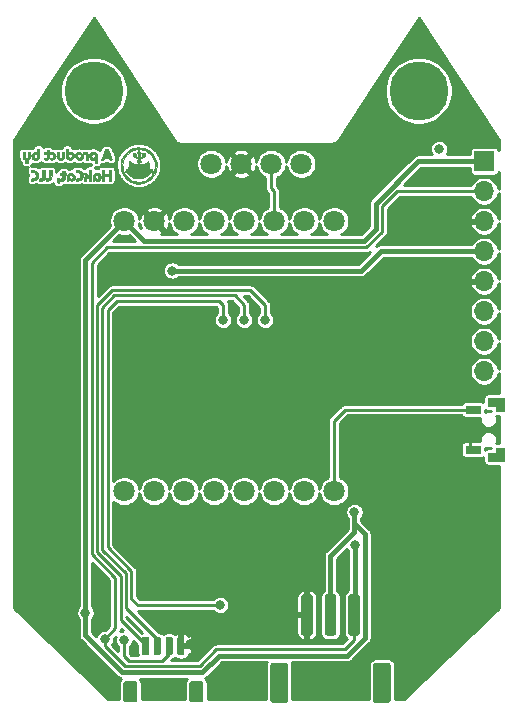
<source format=gbl>
G04 #@! TF.GenerationSoftware,KiCad,Pcbnew,5.1.5+dfsg1-2build2*
G04 #@! TF.CreationDate,2022-06-30T02:03:08-07:00*
G04 #@! TF.ProjectId,v3.0.1-Dev-Kit,76332e30-2e31-42d4-9465-762d4b69742e,rev?*
G04 #@! TF.SameCoordinates,Original*
G04 #@! TF.FileFunction,Copper,L2,Bot*
G04 #@! TF.FilePolarity,Positive*
%FSLAX46Y46*%
G04 Gerber Fmt 4.6, Leading zero omitted, Abs format (unit mm)*
G04 Created by KiCad (PCBNEW 5.1.5+dfsg1-2build2) date 2022-06-30 02:03:08*
%MOMM*%
%LPD*%
G04 APERTURE LIST*
%ADD10C,0.100000*%
%ADD11C,0.010000*%
%ADD12C,0.150000*%
%ADD13C,1.800000*%
%ADD14O,1.700000X1.700000*%
%ADD15R,1.700000X1.700000*%
%ADD16C,5.000000*%
%ADD17C,0.800000*%
%ADD18C,0.250000*%
%ADD19C,0.400000*%
%ADD20C,0.254000*%
G04 APERTURE END LIST*
D10*
G36*
X19659600Y-2057400D02*
G01*
X19659600Y-2692400D01*
X20294600Y-2692400D01*
X20294600Y-3098800D01*
X20955000Y-3098800D01*
X20955000Y-2057400D01*
X19659600Y-2057400D01*
G37*
X19659600Y-2057400D02*
X19659600Y-2692400D01*
X20294600Y-2692400D01*
X20294600Y-3098800D01*
X20955000Y-3098800D01*
X20955000Y-2057400D01*
X19659600Y-2057400D01*
G36*
X17754600Y-6096000D02*
G01*
X17754600Y-6705600D01*
X18948400Y-6705600D01*
X18948400Y-6096000D01*
X17754600Y-6096000D01*
G37*
X17754600Y-6096000D02*
X17754600Y-6705600D01*
X18948400Y-6705600D01*
X18948400Y-6096000D01*
X17754600Y-6096000D01*
G36*
X17754600Y-2717800D02*
G01*
X17754600Y-3302000D01*
X18948400Y-3302000D01*
X18948400Y-2717800D01*
X17754600Y-2717800D01*
G37*
X17754600Y-2717800D02*
X17754600Y-3302000D01*
X18948400Y-3302000D01*
X18948400Y-2717800D01*
X17754600Y-2717800D01*
G36*
X20320000Y-6299200D02*
G01*
X20320000Y-6705600D01*
X19659600Y-6705600D01*
X19659600Y-7340600D01*
X20955000Y-7340600D01*
X20955000Y-6299200D01*
X20320000Y-6299200D01*
G37*
X20320000Y-6299200D02*
X20320000Y-6705600D01*
X19659600Y-6705600D01*
X19659600Y-7340600D01*
X20955000Y-7340600D01*
X20955000Y-6299200D01*
X20320000Y-6299200D01*
D11*
G36*
X-9734847Y19183031D02*
G01*
X-9478991Y19122899D01*
X-9238847Y19020774D01*
X-9019263Y18879587D01*
X-8825086Y18702268D01*
X-8661166Y18491748D01*
X-8532350Y18250959D01*
X-8467899Y18073500D01*
X-8440277Y17947981D01*
X-8426286Y17795714D01*
X-8423933Y17654400D01*
X-8447940Y17370987D01*
X-8516758Y17111101D01*
X-8631212Y16872857D01*
X-8792127Y16654371D01*
X-8917301Y16526418D01*
X-9056654Y16416776D01*
X-9224760Y16314306D01*
X-9403149Y16228667D01*
X-9573350Y16169522D01*
X-9621501Y16158089D01*
X-9755788Y16140100D01*
X-9915964Y16133122D01*
X-10082278Y16136821D01*
X-10234980Y16150859D01*
X-10337800Y16170270D01*
X-10579764Y16257607D01*
X-10806992Y16386181D01*
X-11010895Y16549169D01*
X-11182885Y16739744D01*
X-11310446Y16943200D01*
X-11393713Y17128130D01*
X-11446364Y17298559D01*
X-11473550Y17476061D01*
X-11480499Y17655414D01*
X-11474856Y17743727D01*
X-11327787Y17743727D01*
X-11319851Y17498318D01*
X-11268152Y17260866D01*
X-11176165Y17036860D01*
X-11047362Y16831789D01*
X-10885218Y16651143D01*
X-10693205Y16500412D01*
X-10474799Y16385084D01*
X-10233471Y16310649D01*
X-10223500Y16308622D01*
X-10071819Y16290125D01*
X-9899889Y16287280D01*
X-9735756Y16299983D01*
X-9672301Y16310664D01*
X-9433423Y16385348D01*
X-9212665Y16504054D01*
X-9015530Y16661593D01*
X-8847516Y16852779D01*
X-8714127Y17072426D01*
X-8626156Y17297061D01*
X-8599611Y17431603D01*
X-8587354Y17595255D01*
X-8589427Y17768365D01*
X-8605873Y17931280D01*
X-8624602Y18023601D01*
X-8710484Y18255230D01*
X-8839687Y18467670D01*
X-9006571Y18655266D01*
X-9205494Y18812363D01*
X-9430813Y18933305D01*
X-9588500Y18989777D01*
X-9759660Y19022749D01*
X-9954926Y19033130D01*
X-10153065Y19021244D01*
X-10332845Y18987414D01*
X-10365033Y18977948D01*
X-10594422Y18879504D01*
X-10803137Y18738801D01*
X-10985220Y18562200D01*
X-11134717Y18356063D01*
X-11245671Y18126751D01*
X-11288486Y17991603D01*
X-11327787Y17743727D01*
X-11474856Y17743727D01*
X-11463443Y17922312D01*
X-11409179Y18160000D01*
X-11314129Y18377196D01*
X-11174712Y18582620D01*
X-11036587Y18736529D01*
X-10835900Y18913363D01*
X-10626335Y19044265D01*
X-10399248Y19134101D01*
X-10274300Y19165589D01*
X-10001566Y19198238D01*
X-9734847Y19183031D01*
G37*
X-9734847Y19183031D02*
X-9478991Y19122899D01*
X-9238847Y19020774D01*
X-9019263Y18879587D01*
X-8825086Y18702268D01*
X-8661166Y18491748D01*
X-8532350Y18250959D01*
X-8467899Y18073500D01*
X-8440277Y17947981D01*
X-8426286Y17795714D01*
X-8423933Y17654400D01*
X-8447940Y17370987D01*
X-8516758Y17111101D01*
X-8631212Y16872857D01*
X-8792127Y16654371D01*
X-8917301Y16526418D01*
X-9056654Y16416776D01*
X-9224760Y16314306D01*
X-9403149Y16228667D01*
X-9573350Y16169522D01*
X-9621501Y16158089D01*
X-9755788Y16140100D01*
X-9915964Y16133122D01*
X-10082278Y16136821D01*
X-10234980Y16150859D01*
X-10337800Y16170270D01*
X-10579764Y16257607D01*
X-10806992Y16386181D01*
X-11010895Y16549169D01*
X-11182885Y16739744D01*
X-11310446Y16943200D01*
X-11393713Y17128130D01*
X-11446364Y17298559D01*
X-11473550Y17476061D01*
X-11480499Y17655414D01*
X-11474856Y17743727D01*
X-11327787Y17743727D01*
X-11319851Y17498318D01*
X-11268152Y17260866D01*
X-11176165Y17036860D01*
X-11047362Y16831789D01*
X-10885218Y16651143D01*
X-10693205Y16500412D01*
X-10474799Y16385084D01*
X-10233471Y16310649D01*
X-10223500Y16308622D01*
X-10071819Y16290125D01*
X-9899889Y16287280D01*
X-9735756Y16299983D01*
X-9672301Y16310664D01*
X-9433423Y16385348D01*
X-9212665Y16504054D01*
X-9015530Y16661593D01*
X-8847516Y16852779D01*
X-8714127Y17072426D01*
X-8626156Y17297061D01*
X-8599611Y17431603D01*
X-8587354Y17595255D01*
X-8589427Y17768365D01*
X-8605873Y17931280D01*
X-8624602Y18023601D01*
X-8710484Y18255230D01*
X-8839687Y18467670D01*
X-9006571Y18655266D01*
X-9205494Y18812363D01*
X-9430813Y18933305D01*
X-9588500Y18989777D01*
X-9759660Y19022749D01*
X-9954926Y19033130D01*
X-10153065Y19021244D01*
X-10332845Y18987414D01*
X-10365033Y18977948D01*
X-10594422Y18879504D01*
X-10803137Y18738801D01*
X-10985220Y18562200D01*
X-11134717Y18356063D01*
X-11245671Y18126751D01*
X-11288486Y17991603D01*
X-11327787Y17743727D01*
X-11474856Y17743727D01*
X-11463443Y17922312D01*
X-11409179Y18160000D01*
X-11314129Y18377196D01*
X-11174712Y18582620D01*
X-11036587Y18736529D01*
X-10835900Y18913363D01*
X-10626335Y19044265D01*
X-10399248Y19134101D01*
X-10274300Y19165589D01*
X-10001566Y19198238D01*
X-9734847Y19183031D01*
G36*
X-16731455Y16602798D02*
G01*
X-16692880Y16582520D01*
X-16668271Y16530037D01*
X-16664294Y16460717D01*
X-16681566Y16402591D01*
X-16688744Y16393617D01*
X-16702096Y16349808D01*
X-16688744Y16297983D01*
X-16669537Y16239929D01*
X-16662400Y16204947D01*
X-16683671Y16188906D01*
X-16732333Y16181841D01*
X-16785662Y16184414D01*
X-16820936Y16197288D01*
X-16823327Y16200250D01*
X-16836459Y16233609D01*
X-16857959Y16299122D01*
X-16874582Y16353744D01*
X-16898920Y16474698D01*
X-16889369Y16558021D01*
X-16845965Y16603605D01*
X-16795109Y16613000D01*
X-16731455Y16602798D01*
G37*
X-16731455Y16602798D02*
X-16692880Y16582520D01*
X-16668271Y16530037D01*
X-16664294Y16460717D01*
X-16681566Y16402591D01*
X-16688744Y16393617D01*
X-16702096Y16349808D01*
X-16688744Y16297983D01*
X-16669537Y16239929D01*
X-16662400Y16204947D01*
X-16683671Y16188906D01*
X-16732333Y16181841D01*
X-16785662Y16184414D01*
X-16820936Y16197288D01*
X-16823327Y16200250D01*
X-16836459Y16233609D01*
X-16857959Y16299122D01*
X-16874582Y16353744D01*
X-16898920Y16474698D01*
X-16889369Y16558021D01*
X-16845965Y16603605D01*
X-16795109Y16613000D01*
X-16731455Y16602798D01*
G36*
X-15567023Y17028322D02*
G01*
X-15471163Y16976760D01*
X-15399513Y16894624D01*
X-15355391Y16790431D01*
X-15346825Y16674170D01*
X-15371381Y16561152D01*
X-15426626Y16466687D01*
X-15474157Y16424846D01*
X-15554240Y16388005D01*
X-15642929Y16369440D01*
X-15716204Y16373864D01*
X-15722600Y16376078D01*
X-15772513Y16404677D01*
X-15805150Y16429752D01*
X-15838637Y16454750D01*
X-15849008Y16443062D01*
X-15849600Y16426437D01*
X-15864574Y16396380D01*
X-15916088Y16384916D01*
X-15938500Y16384400D01*
X-16027400Y16384400D01*
X-16027400Y16590112D01*
X-16016719Y16755259D01*
X-15819879Y16755259D01*
X-15819328Y16675212D01*
X-15793587Y16602204D01*
X-15747422Y16551358D01*
X-15698915Y16536800D01*
X-15647626Y16550759D01*
X-15601252Y16576341D01*
X-15554546Y16636002D01*
X-15544800Y16698486D01*
X-15561846Y16793991D01*
X-15610741Y16853671D01*
X-15684500Y16873350D01*
X-15750950Y16857522D01*
X-15790470Y16827221D01*
X-15819879Y16755259D01*
X-16016719Y16755259D01*
X-16016425Y16759793D01*
X-15981833Y16886658D01*
X-15921124Y16974093D01*
X-15831801Y17025484D01*
X-15711364Y17044216D01*
X-15692112Y17044426D01*
X-15567023Y17028322D01*
G37*
X-15567023Y17028322D02*
X-15471163Y16976760D01*
X-15399513Y16894624D01*
X-15355391Y16790431D01*
X-15346825Y16674170D01*
X-15371381Y16561152D01*
X-15426626Y16466687D01*
X-15474157Y16424846D01*
X-15554240Y16388005D01*
X-15642929Y16369440D01*
X-15716204Y16373864D01*
X-15722600Y16376078D01*
X-15772513Y16404677D01*
X-15805150Y16429752D01*
X-15838637Y16454750D01*
X-15849008Y16443062D01*
X-15849600Y16426437D01*
X-15864574Y16396380D01*
X-15916088Y16384916D01*
X-15938500Y16384400D01*
X-16027400Y16384400D01*
X-16027400Y16590112D01*
X-16016719Y16755259D01*
X-15819879Y16755259D01*
X-15819328Y16675212D01*
X-15793587Y16602204D01*
X-15747422Y16551358D01*
X-15698915Y16536800D01*
X-15647626Y16550759D01*
X-15601252Y16576341D01*
X-15554546Y16636002D01*
X-15544800Y16698486D01*
X-15561846Y16793991D01*
X-15610741Y16853671D01*
X-15684500Y16873350D01*
X-15750950Y16857522D01*
X-15790470Y16827221D01*
X-15819879Y16755259D01*
X-16016719Y16755259D01*
X-16016425Y16759793D01*
X-15981833Y16886658D01*
X-15921124Y16974093D01*
X-15831801Y17025484D01*
X-15711364Y17044216D01*
X-15692112Y17044426D01*
X-15567023Y17028322D01*
G36*
X-13368722Y17024888D02*
G01*
X-13263416Y16967185D01*
X-13193737Y16874743D01*
X-13162391Y16750613D01*
X-13163511Y16657866D01*
X-13196092Y16539678D01*
X-13263045Y16447396D01*
X-13355310Y16388045D01*
X-13463827Y16368651D01*
X-13525500Y16377141D01*
X-13583860Y16400253D01*
X-13608050Y16415644D01*
X-13635374Y16427176D01*
X-13639800Y16412911D01*
X-13662636Y16394429D01*
X-13721344Y16384902D01*
X-13741400Y16384400D01*
X-13843000Y16384400D01*
X-13843000Y16588862D01*
X-13833654Y16715397D01*
X-13639800Y16715397D01*
X-13621912Y16627842D01*
X-13575553Y16567602D01*
X-13511684Y16541105D01*
X-13441265Y16554774D01*
X-13406851Y16578837D01*
X-13373636Y16635697D01*
X-13360807Y16713329D01*
X-13369062Y16789529D01*
X-13398579Y16841665D01*
X-13471344Y16875064D01*
X-13544009Y16866186D01*
X-13603505Y16821874D01*
X-13636761Y16748967D01*
X-13639800Y16715397D01*
X-13833654Y16715397D01*
X-13830354Y16760062D01*
X-13791346Y16889078D01*
X-13724374Y16978084D01*
X-13627836Y17029254D01*
X-13506944Y17044800D01*
X-13368722Y17024888D01*
G37*
X-13368722Y17024888D02*
X-13263416Y16967185D01*
X-13193737Y16874743D01*
X-13162391Y16750613D01*
X-13163511Y16657866D01*
X-13196092Y16539678D01*
X-13263045Y16447396D01*
X-13355310Y16388045D01*
X-13463827Y16368651D01*
X-13525500Y16377141D01*
X-13583860Y16400253D01*
X-13608050Y16415644D01*
X-13635374Y16427176D01*
X-13639800Y16412911D01*
X-13662636Y16394429D01*
X-13721344Y16384902D01*
X-13741400Y16384400D01*
X-13843000Y16384400D01*
X-13843000Y16588862D01*
X-13833654Y16715397D01*
X-13639800Y16715397D01*
X-13621912Y16627842D01*
X-13575553Y16567602D01*
X-13511684Y16541105D01*
X-13441265Y16554774D01*
X-13406851Y16578837D01*
X-13373636Y16635697D01*
X-13360807Y16713329D01*
X-13369062Y16789529D01*
X-13398579Y16841665D01*
X-13471344Y16875064D01*
X-13544009Y16866186D01*
X-13603505Y16821874D01*
X-13636761Y16748967D01*
X-13639800Y16715397D01*
X-13833654Y16715397D01*
X-13830354Y16760062D01*
X-13791346Y16889078D01*
X-13724374Y16978084D01*
X-13627836Y17029254D01*
X-13506944Y17044800D01*
X-13368722Y17024888D01*
G36*
X-18899897Y17268649D02*
G01*
X-18740486Y17237047D01*
X-18615345Y17169582D01*
X-18527074Y17069137D01*
X-18478270Y16938597D01*
X-18470625Y16792086D01*
X-18503246Y16643913D01*
X-18575176Y16526065D01*
X-18682728Y16441815D01*
X-18822213Y16394437D01*
X-18929350Y16384958D01*
X-19050000Y16384400D01*
X-19050000Y16473300D01*
X-19046167Y16532600D01*
X-19024342Y16557137D01*
X-18969042Y16562180D01*
X-18959839Y16562200D01*
X-18857597Y16577838D01*
X-18765470Y16618893D01*
X-18701975Y16676580D01*
X-18695153Y16687794D01*
X-18677254Y16746380D01*
X-18669055Y16822822D01*
X-18669000Y16828900D01*
X-18676129Y16905350D01*
X-18693459Y16966648D01*
X-18695153Y16970007D01*
X-18751693Y17029712D01*
X-18840124Y17074331D01*
X-18941929Y17095079D01*
X-18959839Y17095600D01*
X-19019572Y17099222D01*
X-19044593Y17120325D01*
X-19049960Y17174264D01*
X-19050000Y17187553D01*
X-19050000Y17279506D01*
X-18899897Y17268649D01*
G37*
X-18899897Y17268649D02*
X-18740486Y17237047D01*
X-18615345Y17169582D01*
X-18527074Y17069137D01*
X-18478270Y16938597D01*
X-18470625Y16792086D01*
X-18503246Y16643913D01*
X-18575176Y16526065D01*
X-18682728Y16441815D01*
X-18822213Y16394437D01*
X-18929350Y16384958D01*
X-19050000Y16384400D01*
X-19050000Y16473300D01*
X-19046167Y16532600D01*
X-19024342Y16557137D01*
X-18969042Y16562180D01*
X-18959839Y16562200D01*
X-18857597Y16577838D01*
X-18765470Y16618893D01*
X-18701975Y16676580D01*
X-18695153Y16687794D01*
X-18677254Y16746380D01*
X-18669055Y16822822D01*
X-18669000Y16828900D01*
X-18676129Y16905350D01*
X-18693459Y16966648D01*
X-18695153Y16970007D01*
X-18751693Y17029712D01*
X-18840124Y17074331D01*
X-18941929Y17095079D01*
X-18959839Y17095600D01*
X-19019572Y17099222D01*
X-19044593Y17120325D01*
X-19049960Y17174264D01*
X-19050000Y17187553D01*
X-19050000Y17279506D01*
X-18899897Y17268649D01*
G36*
X-17911477Y16902954D02*
G01*
X-17919700Y16532507D01*
X-18002651Y16458454D01*
X-18055050Y16417112D01*
X-18106695Y16394752D01*
X-18176373Y16385756D01*
X-18250301Y16384400D01*
X-18415000Y16384400D01*
X-18415000Y16559665D01*
X-18268950Y16567283D01*
X-18122900Y16574900D01*
X-18115834Y16924150D01*
X-18108767Y17273400D01*
X-17903253Y17273400D01*
X-17911477Y16902954D01*
G37*
X-17911477Y16902954D02*
X-17919700Y16532507D01*
X-18002651Y16458454D01*
X-18055050Y16417112D01*
X-18106695Y16394752D01*
X-18176373Y16385756D01*
X-18250301Y16384400D01*
X-18415000Y16384400D01*
X-18415000Y16559665D01*
X-18268950Y16567283D01*
X-18122900Y16574900D01*
X-18115834Y16924150D01*
X-18108767Y17273400D01*
X-17903253Y17273400D01*
X-17911477Y16902954D01*
G36*
X-17327277Y16902954D02*
G01*
X-17335500Y16532507D01*
X-17418451Y16458454D01*
X-17470850Y16417112D01*
X-17522495Y16394752D01*
X-17592173Y16385756D01*
X-17666101Y16384400D01*
X-17830800Y16384400D01*
X-17830800Y16562200D01*
X-17708880Y16562200D01*
X-17630402Y16568210D01*
X-17571515Y16583426D01*
X-17556480Y16592681D01*
X-17541441Y16633941D01*
X-17531511Y16723167D01*
X-17526601Y16861402D01*
X-17526000Y16948281D01*
X-17526000Y17273400D01*
X-17319053Y17273400D01*
X-17327277Y16902954D01*
G37*
X-17327277Y16902954D02*
X-17335500Y16532507D01*
X-17418451Y16458454D01*
X-17470850Y16417112D01*
X-17522495Y16394752D01*
X-17592173Y16385756D01*
X-17666101Y16384400D01*
X-17830800Y16384400D01*
X-17830800Y16562200D01*
X-17708880Y16562200D01*
X-17630402Y16568210D01*
X-17571515Y16583426D01*
X-17556480Y16592681D01*
X-17541441Y16633941D01*
X-17531511Y16723167D01*
X-17526601Y16861402D01*
X-17526000Y16948281D01*
X-17526000Y17273400D01*
X-17319053Y17273400D01*
X-17327277Y16902954D01*
G36*
X-16241654Y17194191D02*
G01*
X-16212693Y17177885D01*
X-16205361Y17137363D01*
X-16205200Y17121000D01*
X-16197217Y17065224D01*
X-16167514Y17045587D01*
X-16154400Y17044800D01*
X-16119388Y17034856D01*
X-16105261Y16996034D01*
X-16103600Y16955900D01*
X-16109283Y16894629D01*
X-16131467Y16869906D01*
X-16154400Y16867000D01*
X-16180619Y16862402D01*
X-16195879Y16841514D01*
X-16203088Y16793695D01*
X-16205149Y16708304D01*
X-16205200Y16680928D01*
X-16212794Y16552017D01*
X-16239550Y16465068D01*
X-16291431Y16412988D01*
X-16374401Y16388684D01*
X-16454488Y16384400D01*
X-16586200Y16384400D01*
X-16586200Y16473300D01*
X-16582269Y16532884D01*
X-16560085Y16557320D01*
X-16504067Y16562189D01*
X-16497300Y16562200D01*
X-16408400Y16562200D01*
X-16408400Y16867000D01*
X-16497300Y16867000D01*
X-16556884Y16870932D01*
X-16581320Y16893116D01*
X-16586189Y16949134D01*
X-16586200Y16955900D01*
X-16582269Y17015484D01*
X-16560085Y17039920D01*
X-16504067Y17044789D01*
X-16497300Y17044800D01*
X-16437572Y17049048D01*
X-16413074Y17070594D01*
X-16408400Y17121000D01*
X-16404388Y17169861D01*
X-16382647Y17191581D01*
X-16328617Y17197080D01*
X-16306800Y17197200D01*
X-16241654Y17194191D01*
G37*
X-16241654Y17194191D02*
X-16212693Y17177885D01*
X-16205361Y17137363D01*
X-16205200Y17121000D01*
X-16197217Y17065224D01*
X-16167514Y17045587D01*
X-16154400Y17044800D01*
X-16119388Y17034856D01*
X-16105261Y16996034D01*
X-16103600Y16955900D01*
X-16109283Y16894629D01*
X-16131467Y16869906D01*
X-16154400Y16867000D01*
X-16180619Y16862402D01*
X-16195879Y16841514D01*
X-16203088Y16793695D01*
X-16205149Y16708304D01*
X-16205200Y16680928D01*
X-16212794Y16552017D01*
X-16239550Y16465068D01*
X-16291431Y16412988D01*
X-16374401Y16388684D01*
X-16454488Y16384400D01*
X-16586200Y16384400D01*
X-16586200Y16473300D01*
X-16582269Y16532884D01*
X-16560085Y16557320D01*
X-16504067Y16562189D01*
X-16497300Y16562200D01*
X-16408400Y16562200D01*
X-16408400Y16867000D01*
X-16497300Y16867000D01*
X-16556884Y16870932D01*
X-16581320Y16893116D01*
X-16586189Y16949134D01*
X-16586200Y16955900D01*
X-16582269Y17015484D01*
X-16560085Y17039920D01*
X-16504067Y17044789D01*
X-16497300Y17044800D01*
X-16437572Y17049048D01*
X-16413074Y17070594D01*
X-16408400Y17121000D01*
X-16404388Y17169861D01*
X-16382647Y17191581D01*
X-16328617Y17197080D01*
X-16306800Y17197200D01*
X-16241654Y17194191D01*
G36*
X-15115297Y17268649D02*
G01*
X-14955886Y17237047D01*
X-14830745Y17169582D01*
X-14742474Y17069137D01*
X-14693670Y16938597D01*
X-14686025Y16792086D01*
X-14718646Y16643913D01*
X-14790576Y16526065D01*
X-14898128Y16441815D01*
X-15037613Y16394437D01*
X-15144750Y16384958D01*
X-15265400Y16384400D01*
X-15265400Y16473300D01*
X-15261567Y16532600D01*
X-15239742Y16557137D01*
X-15184442Y16562180D01*
X-15175239Y16562200D01*
X-15072997Y16577838D01*
X-14980870Y16618893D01*
X-14917375Y16676580D01*
X-14910553Y16687794D01*
X-14892654Y16746380D01*
X-14884455Y16822822D01*
X-14884400Y16828900D01*
X-14891529Y16905350D01*
X-14908859Y16966648D01*
X-14910553Y16970007D01*
X-14967093Y17029712D01*
X-15055524Y17074331D01*
X-15157329Y17095079D01*
X-15175239Y17095600D01*
X-15234972Y17099222D01*
X-15259993Y17120325D01*
X-15265360Y17174264D01*
X-15265400Y17187553D01*
X-15265400Y17279506D01*
X-15115297Y17268649D01*
G37*
X-15115297Y17268649D02*
X-14955886Y17237047D01*
X-14830745Y17169582D01*
X-14742474Y17069137D01*
X-14693670Y16938597D01*
X-14686025Y16792086D01*
X-14718646Y16643913D01*
X-14790576Y16526065D01*
X-14898128Y16441815D01*
X-15037613Y16394437D01*
X-15144750Y16384958D01*
X-15265400Y16384400D01*
X-15265400Y16473300D01*
X-15261567Y16532600D01*
X-15239742Y16557137D01*
X-15184442Y16562180D01*
X-15175239Y16562200D01*
X-15072997Y16577838D01*
X-14980870Y16618893D01*
X-14917375Y16676580D01*
X-14910553Y16687794D01*
X-14892654Y16746380D01*
X-14884455Y16822822D01*
X-14884400Y16828900D01*
X-14891529Y16905350D01*
X-14908859Y16966648D01*
X-14910553Y16970007D01*
X-14967093Y17029712D01*
X-15055524Y17074331D01*
X-15157329Y17095079D01*
X-15175239Y17095600D01*
X-15234972Y17099222D01*
X-15259993Y17120325D01*
X-15265360Y17174264D01*
X-15265400Y17187553D01*
X-15265400Y17279506D01*
X-15115297Y17268649D01*
G36*
X-13970000Y16384400D02*
G01*
X-14173200Y16384400D01*
X-14173200Y16511400D01*
X-14175491Y16587002D01*
X-14186267Y16624724D01*
X-14211382Y16637421D01*
X-14231049Y16638400D01*
X-14319583Y16616881D01*
X-14379621Y16558411D01*
X-14401800Y16472123D01*
X-14401800Y16471860D01*
X-14404964Y16415858D01*
X-14424214Y16390970D01*
X-14474192Y16384592D01*
X-14503400Y16384400D01*
X-14568447Y16387065D01*
X-14597354Y16403725D01*
X-14604770Y16447381D01*
X-14605000Y16474562D01*
X-14590377Y16572657D01*
X-14552357Y16663218D01*
X-14499713Y16726941D01*
X-14486231Y16735899D01*
X-14465172Y16753703D01*
X-14465105Y16780755D01*
X-14489028Y16828815D01*
X-14524331Y16885435D01*
X-14567658Y16955605D01*
X-14596940Y17008102D01*
X-14605000Y17027974D01*
X-14582487Y17038629D01*
X-14526420Y17044440D01*
X-14506048Y17044800D01*
X-14447635Y17040915D01*
X-14405996Y17022256D01*
X-14366203Y16978318D01*
X-14325600Y16917800D01*
X-14268607Y16835724D01*
X-14227299Y16795204D01*
X-14199399Y16798142D01*
X-14182627Y16846434D01*
X-14174705Y16941981D01*
X-14173200Y17044800D01*
X-14173200Y17298800D01*
X-13970000Y17298800D01*
X-13970000Y16384400D01*
G37*
X-13970000Y16384400D02*
X-14173200Y16384400D01*
X-14173200Y16511400D01*
X-14175491Y16587002D01*
X-14186267Y16624724D01*
X-14211382Y16637421D01*
X-14231049Y16638400D01*
X-14319583Y16616881D01*
X-14379621Y16558411D01*
X-14401800Y16472123D01*
X-14401800Y16471860D01*
X-14404964Y16415858D01*
X-14424214Y16390970D01*
X-14474192Y16384592D01*
X-14503400Y16384400D01*
X-14568447Y16387065D01*
X-14597354Y16403725D01*
X-14604770Y16447381D01*
X-14605000Y16474562D01*
X-14590377Y16572657D01*
X-14552357Y16663218D01*
X-14499713Y16726941D01*
X-14486231Y16735899D01*
X-14465172Y16753703D01*
X-14465105Y16780755D01*
X-14489028Y16828815D01*
X-14524331Y16885435D01*
X-14567658Y16955605D01*
X-14596940Y17008102D01*
X-14605000Y17027974D01*
X-14582487Y17038629D01*
X-14526420Y17044440D01*
X-14506048Y17044800D01*
X-14447635Y17040915D01*
X-14405996Y17022256D01*
X-14366203Y16978318D01*
X-14325600Y16917800D01*
X-14268607Y16835724D01*
X-14227299Y16795204D01*
X-14199399Y16798142D01*
X-14182627Y16846434D01*
X-14174705Y16941981D01*
X-14173200Y17044800D01*
X-14173200Y17298800D01*
X-13970000Y17298800D01*
X-13970000Y16384400D01*
G36*
X-12852400Y16917800D02*
G01*
X-12496800Y16917800D01*
X-12496800Y17273400D01*
X-12293600Y17273400D01*
X-12293600Y16384400D01*
X-12496800Y16384400D01*
X-12496800Y16740000D01*
X-12852400Y16740000D01*
X-12852400Y16384400D01*
X-13055600Y16384400D01*
X-13055600Y17273400D01*
X-12852400Y17273400D01*
X-12852400Y16917800D01*
G37*
X-12852400Y16917800D02*
X-12496800Y16917800D01*
X-12496800Y17273400D01*
X-12293600Y17273400D01*
X-12293600Y16384400D01*
X-12496800Y16384400D01*
X-12496800Y16740000D01*
X-12852400Y16740000D01*
X-12852400Y16384400D01*
X-13055600Y16384400D01*
X-13055600Y17273400D01*
X-12852400Y17273400D01*
X-12852400Y16917800D01*
G36*
X-13709296Y18806435D02*
G01*
X-13657271Y18788330D01*
X-13586788Y18748260D01*
X-13534626Y18690626D01*
X-13498463Y18608496D01*
X-13475976Y18494934D01*
X-13464844Y18343007D01*
X-13462558Y18206850D01*
X-13462000Y17883000D01*
X-13665200Y17883000D01*
X-13665200Y18186543D01*
X-13730354Y18161772D01*
X-13848824Y18139623D01*
X-13961329Y18159639D01*
X-14055507Y18217682D01*
X-14109271Y18288569D01*
X-14132422Y18359324D01*
X-14146163Y18451517D01*
X-14147318Y18479900D01*
X-13954760Y18479900D01*
X-13944926Y18408699D01*
X-13921269Y18355394D01*
X-13921170Y18355274D01*
X-13862838Y18319994D01*
X-13789982Y18318719D01*
X-13724307Y18349846D01*
X-13704741Y18371252D01*
X-13671195Y18452821D01*
X-13675585Y18533601D01*
X-13712521Y18600319D01*
X-13776610Y18639702D01*
X-13815931Y18645000D01*
X-13894241Y18624842D01*
X-13940952Y18565531D01*
X-13954760Y18479900D01*
X-14147318Y18479900D01*
X-14147800Y18491712D01*
X-14142266Y18578926D01*
X-14119054Y18642032D01*
X-14068257Y18707124D01*
X-14064378Y18711376D01*
X-13962027Y18788012D01*
X-13840829Y18820235D01*
X-13709296Y18806435D01*
G37*
X-13709296Y18806435D02*
X-13657271Y18788330D01*
X-13586788Y18748260D01*
X-13534626Y18690626D01*
X-13498463Y18608496D01*
X-13475976Y18494934D01*
X-13464844Y18343007D01*
X-13462558Y18206850D01*
X-13462000Y17883000D01*
X-13665200Y17883000D01*
X-13665200Y18186543D01*
X-13730354Y18161772D01*
X-13848824Y18139623D01*
X-13961329Y18159639D01*
X-14055507Y18217682D01*
X-14109271Y18288569D01*
X-14132422Y18359324D01*
X-14146163Y18451517D01*
X-14147318Y18479900D01*
X-13954760Y18479900D01*
X-13944926Y18408699D01*
X-13921269Y18355394D01*
X-13921170Y18355274D01*
X-13862838Y18319994D01*
X-13789982Y18318719D01*
X-13724307Y18349846D01*
X-13704741Y18371252D01*
X-13671195Y18452821D01*
X-13675585Y18533601D01*
X-13712521Y18600319D01*
X-13776610Y18639702D01*
X-13815931Y18645000D01*
X-13894241Y18624842D01*
X-13940952Y18565531D01*
X-13954760Y18479900D01*
X-14147318Y18479900D01*
X-14147800Y18491712D01*
X-14142266Y18578926D01*
X-14119054Y18642032D01*
X-14068257Y18707124D01*
X-14064378Y18711376D01*
X-13962027Y18788012D01*
X-13840829Y18820235D01*
X-13709296Y18806435D01*
G36*
X-19583400Y18586580D02*
G01*
X-19579864Y18463675D01*
X-19566937Y18383190D01*
X-19541145Y18337091D01*
X-19499011Y18317345D01*
X-19465835Y18314800D01*
X-19403906Y18326030D01*
X-19362832Y18364292D01*
X-19339286Y18436448D01*
X-19329937Y18549359D01*
X-19329400Y18596015D01*
X-19329400Y18797400D01*
X-19151600Y18797400D01*
X-19151600Y18558049D01*
X-19152728Y18443605D01*
X-19157921Y18366836D01*
X-19169893Y18314635D01*
X-19191360Y18273894D01*
X-19217358Y18240549D01*
X-19267615Y18190685D01*
X-19310795Y18163874D01*
X-19318958Y18162400D01*
X-19341981Y18146134D01*
X-19353024Y18092242D01*
X-19354800Y18035400D01*
X-19354800Y17908400D01*
X-19558000Y17908400D01*
X-19558000Y18029832D01*
X-19560990Y18104873D01*
X-19575709Y18146132D01*
X-19610785Y18170531D01*
X-19634645Y18180193D01*
X-19703374Y18226331D01*
X-19750535Y18307234D01*
X-19777739Y18427286D01*
X-19786599Y18590869D01*
X-19786600Y18593385D01*
X-19786600Y18797400D01*
X-19583400Y18797400D01*
X-19583400Y18586580D01*
G37*
X-19583400Y18586580D02*
X-19579864Y18463675D01*
X-19566937Y18383190D01*
X-19541145Y18337091D01*
X-19499011Y18317345D01*
X-19465835Y18314800D01*
X-19403906Y18326030D01*
X-19362832Y18364292D01*
X-19339286Y18436448D01*
X-19329937Y18549359D01*
X-19329400Y18596015D01*
X-19329400Y18797400D01*
X-19151600Y18797400D01*
X-19151600Y18558049D01*
X-19152728Y18443605D01*
X-19157921Y18366836D01*
X-19169893Y18314635D01*
X-19191360Y18273894D01*
X-19217358Y18240549D01*
X-19267615Y18190685D01*
X-19310795Y18163874D01*
X-19318958Y18162400D01*
X-19341981Y18146134D01*
X-19353024Y18092242D01*
X-19354800Y18035400D01*
X-19354800Y17908400D01*
X-19558000Y17908400D01*
X-19558000Y18029832D01*
X-19560990Y18104873D01*
X-19575709Y18146132D01*
X-19610785Y18170531D01*
X-19634645Y18180193D01*
X-19703374Y18226331D01*
X-19750535Y18307234D01*
X-19777739Y18427286D01*
X-19786599Y18590869D01*
X-19786600Y18593385D01*
X-19786600Y18797400D01*
X-19583400Y18797400D01*
X-19583400Y18586580D01*
G36*
X-18364200Y18718770D02*
G01*
X-18365312Y18567762D01*
X-18369263Y18458332D01*
X-18376975Y18381293D01*
X-18389372Y18327462D01*
X-18407375Y18287650D01*
X-18407534Y18287380D01*
X-18484181Y18204224D01*
X-18589066Y18154128D01*
X-18709567Y18139969D01*
X-18833058Y18164629D01*
X-18871745Y18181490D01*
X-18952535Y18247808D01*
X-19011807Y18346131D01*
X-19041985Y18459614D01*
X-19041420Y18479900D01*
X-18846800Y18479900D01*
X-18827420Y18404021D01*
X-18778280Y18347490D01*
X-18712881Y18316880D01*
X-18644722Y18318764D01*
X-18590831Y18355274D01*
X-18567140Y18408458D01*
X-18557241Y18479653D01*
X-18557240Y18479900D01*
X-18574191Y18573029D01*
X-18624065Y18628579D01*
X-18696070Y18645000D01*
X-18769121Y18622190D01*
X-18823871Y18563678D01*
X-18846738Y18484343D01*
X-18846800Y18479900D01*
X-19041420Y18479900D01*
X-19039350Y18554111D01*
X-18998827Y18660209D01*
X-18927743Y18744289D01*
X-18837014Y18800475D01*
X-18737559Y18822889D01*
X-18640296Y18805652D01*
X-18606037Y18787387D01*
X-18542000Y18745429D01*
X-18542000Y19076800D01*
X-18364200Y19076800D01*
X-18364200Y18718770D01*
G37*
X-18364200Y18718770D02*
X-18365312Y18567762D01*
X-18369263Y18458332D01*
X-18376975Y18381293D01*
X-18389372Y18327462D01*
X-18407375Y18287650D01*
X-18407534Y18287380D01*
X-18484181Y18204224D01*
X-18589066Y18154128D01*
X-18709567Y18139969D01*
X-18833058Y18164629D01*
X-18871745Y18181490D01*
X-18952535Y18247808D01*
X-19011807Y18346131D01*
X-19041985Y18459614D01*
X-19041420Y18479900D01*
X-18846800Y18479900D01*
X-18827420Y18404021D01*
X-18778280Y18347490D01*
X-18712881Y18316880D01*
X-18644722Y18318764D01*
X-18590831Y18355274D01*
X-18567140Y18408458D01*
X-18557241Y18479653D01*
X-18557240Y18479900D01*
X-18574191Y18573029D01*
X-18624065Y18628579D01*
X-18696070Y18645000D01*
X-18769121Y18622190D01*
X-18823871Y18563678D01*
X-18846738Y18484343D01*
X-18846800Y18479900D01*
X-19041420Y18479900D01*
X-19039350Y18554111D01*
X-18998827Y18660209D01*
X-18927743Y18744289D01*
X-18837014Y18800475D01*
X-18737559Y18822889D01*
X-18640296Y18805652D01*
X-18606037Y18787387D01*
X-18542000Y18745429D01*
X-18542000Y19076800D01*
X-18364200Y19076800D01*
X-18364200Y18718770D01*
G36*
X-16687800Y18586580D02*
G01*
X-16684264Y18463675D01*
X-16671337Y18383190D01*
X-16645545Y18337091D01*
X-16603411Y18317345D01*
X-16570235Y18314800D01*
X-16508306Y18326030D01*
X-16467232Y18364292D01*
X-16443686Y18436448D01*
X-16434337Y18549359D01*
X-16433800Y18596015D01*
X-16433800Y18797400D01*
X-16256000Y18797400D01*
X-16256000Y18556501D01*
X-16256937Y18442693D01*
X-16261672Y18366682D01*
X-16273097Y18315474D01*
X-16294103Y18276074D01*
X-16327359Y18235738D01*
X-16386014Y18182415D01*
X-16452644Y18155373D01*
X-16524209Y18145576D01*
X-16660039Y18152101D01*
X-16730447Y18176539D01*
X-16804447Y18231943D01*
X-16854028Y18313879D01*
X-16881955Y18429494D01*
X-16890992Y18585934D01*
X-16891000Y18591689D01*
X-16891000Y18797400D01*
X-16687800Y18797400D01*
X-16687800Y18586580D01*
G37*
X-16687800Y18586580D02*
X-16684264Y18463675D01*
X-16671337Y18383190D01*
X-16645545Y18337091D01*
X-16603411Y18317345D01*
X-16570235Y18314800D01*
X-16508306Y18326030D01*
X-16467232Y18364292D01*
X-16443686Y18436448D01*
X-16434337Y18549359D01*
X-16433800Y18596015D01*
X-16433800Y18797400D01*
X-16256000Y18797400D01*
X-16256000Y18556501D01*
X-16256937Y18442693D01*
X-16261672Y18366682D01*
X-16273097Y18315474D01*
X-16294103Y18276074D01*
X-16327359Y18235738D01*
X-16386014Y18182415D01*
X-16452644Y18155373D01*
X-16524209Y18145576D01*
X-16660039Y18152101D01*
X-16730447Y18176539D01*
X-16804447Y18231943D01*
X-16854028Y18313879D01*
X-16881955Y18429494D01*
X-16890992Y18585934D01*
X-16891000Y18591689D01*
X-16891000Y18797400D01*
X-16687800Y18797400D01*
X-16687800Y18586580D01*
G36*
X-15925800Y18921683D02*
G01*
X-15924314Y18836984D01*
X-15917705Y18793324D01*
X-15902745Y18780975D01*
X-15881350Y18787691D01*
X-15830035Y18800428D01*
X-15751791Y18808171D01*
X-15713946Y18809211D01*
X-15631915Y18804411D01*
X-15576521Y18782825D01*
X-15524083Y18734669D01*
X-15518457Y18728426D01*
X-15466930Y18653186D01*
X-15432312Y18571072D01*
X-15428830Y18556128D01*
X-15428442Y18457445D01*
X-15455622Y18351142D01*
X-15503164Y18256808D01*
X-15561448Y18195578D01*
X-15652482Y18159026D01*
X-15765422Y18144597D01*
X-15876014Y18153613D01*
X-15939805Y18174968D01*
X-15999410Y18211375D01*
X-16042808Y18255854D01*
X-16072458Y18316568D01*
X-16090819Y18401685D01*
X-16097154Y18479900D01*
X-15910560Y18479900D01*
X-15900726Y18408699D01*
X-15877069Y18355394D01*
X-15876970Y18355274D01*
X-15818638Y18319994D01*
X-15745782Y18318719D01*
X-15680107Y18349846D01*
X-15660541Y18371252D01*
X-15626995Y18452821D01*
X-15631385Y18533601D01*
X-15668321Y18600319D01*
X-15732410Y18639702D01*
X-15771731Y18645000D01*
X-15850041Y18624842D01*
X-15896752Y18565531D01*
X-15910560Y18479900D01*
X-16097154Y18479900D01*
X-16100352Y18519368D01*
X-16103515Y18677784D01*
X-16103600Y18718770D01*
X-16103600Y19076800D01*
X-15925800Y19076800D01*
X-15925800Y18921683D01*
G37*
X-15925800Y18921683D02*
X-15924314Y18836984D01*
X-15917705Y18793324D01*
X-15902745Y18780975D01*
X-15881350Y18787691D01*
X-15830035Y18800428D01*
X-15751791Y18808171D01*
X-15713946Y18809211D01*
X-15631915Y18804411D01*
X-15576521Y18782825D01*
X-15524083Y18734669D01*
X-15518457Y18728426D01*
X-15466930Y18653186D01*
X-15432312Y18571072D01*
X-15428830Y18556128D01*
X-15428442Y18457445D01*
X-15455622Y18351142D01*
X-15503164Y18256808D01*
X-15561448Y18195578D01*
X-15652482Y18159026D01*
X-15765422Y18144597D01*
X-15876014Y18153613D01*
X-15939805Y18174968D01*
X-15999410Y18211375D01*
X-16042808Y18255854D01*
X-16072458Y18316568D01*
X-16090819Y18401685D01*
X-16097154Y18479900D01*
X-15910560Y18479900D01*
X-15900726Y18408699D01*
X-15877069Y18355394D01*
X-15876970Y18355274D01*
X-15818638Y18319994D01*
X-15745782Y18318719D01*
X-15680107Y18349846D01*
X-15660541Y18371252D01*
X-15626995Y18452821D01*
X-15631385Y18533601D01*
X-15668321Y18600319D01*
X-15732410Y18639702D01*
X-15771731Y18645000D01*
X-15850041Y18624842D01*
X-15896752Y18565531D01*
X-15910560Y18479900D01*
X-16097154Y18479900D01*
X-16100352Y18519368D01*
X-16103515Y18677784D01*
X-16103600Y18718770D01*
X-16103600Y19076800D01*
X-15925800Y19076800D01*
X-15925800Y18921683D01*
G36*
X-14914396Y18802394D02*
G01*
X-14807015Y18748534D01*
X-14718464Y18657390D01*
X-14706463Y18638883D01*
X-14664416Y18527032D01*
X-14666435Y18414064D01*
X-14706867Y18309285D01*
X-14780060Y18221997D01*
X-14880360Y18161506D01*
X-15002113Y18137115D01*
X-15011400Y18137000D01*
X-15096604Y18149709D01*
X-15182196Y18180585D01*
X-15187634Y18183413D01*
X-15284276Y18261621D01*
X-15343679Y18366092D01*
X-15361650Y18479900D01*
X-15163800Y18479900D01*
X-15142744Y18399153D01*
X-15088501Y18339297D01*
X-15014457Y18314838D01*
X-15011400Y18314800D01*
X-14933491Y18337170D01*
X-14898541Y18371252D01*
X-14864757Y18453263D01*
X-14869341Y18534127D01*
X-14906873Y18600698D01*
X-14971933Y18639826D01*
X-15011400Y18645000D01*
X-15085937Y18622189D01*
X-15141188Y18563426D01*
X-15163766Y18483212D01*
X-15163800Y18479900D01*
X-15361650Y18479900D01*
X-15362495Y18485250D01*
X-15337381Y18607519D01*
X-15320588Y18643434D01*
X-15243702Y18739491D01*
X-15143320Y18797951D01*
X-15030024Y18818892D01*
X-14914396Y18802394D01*
G37*
X-14914396Y18802394D02*
X-14807015Y18748534D01*
X-14718464Y18657390D01*
X-14706463Y18638883D01*
X-14664416Y18527032D01*
X-14666435Y18414064D01*
X-14706867Y18309285D01*
X-14780060Y18221997D01*
X-14880360Y18161506D01*
X-15002113Y18137115D01*
X-15011400Y18137000D01*
X-15096604Y18149709D01*
X-15182196Y18180585D01*
X-15187634Y18183413D01*
X-15284276Y18261621D01*
X-15343679Y18366092D01*
X-15361650Y18479900D01*
X-15163800Y18479900D01*
X-15142744Y18399153D01*
X-15088501Y18339297D01*
X-15014457Y18314838D01*
X-15011400Y18314800D01*
X-14933491Y18337170D01*
X-14898541Y18371252D01*
X-14864757Y18453263D01*
X-14869341Y18534127D01*
X-14906873Y18600698D01*
X-14971933Y18639826D01*
X-15011400Y18645000D01*
X-15085937Y18622189D01*
X-15141188Y18563426D01*
X-15163766Y18483212D01*
X-15163800Y18479900D01*
X-15361650Y18479900D01*
X-15362495Y18485250D01*
X-15337381Y18607519D01*
X-15320588Y18643434D01*
X-15243702Y18739491D01*
X-15143320Y18797951D01*
X-15030024Y18818892D01*
X-14914396Y18802394D01*
G36*
X-17587950Y18972509D02*
G01*
X-17559041Y18955892D01*
X-17551628Y18912533D01*
X-17551400Y18886300D01*
X-17545718Y18825029D01*
X-17523534Y18800306D01*
X-17500600Y18797400D01*
X-17463416Y18785426D01*
X-17450325Y18740871D01*
X-17449800Y18721200D01*
X-17458197Y18664891D01*
X-17488367Y18645493D01*
X-17497911Y18645000D01*
X-17522164Y18639456D01*
X-17537666Y18616167D01*
X-17547206Y18565153D01*
X-17553577Y18476431D01*
X-17555352Y18439540D01*
X-17565217Y18317102D01*
X-17586514Y18236740D01*
X-17626734Y18189883D01*
X-17693368Y18167961D01*
X-17793904Y18162404D01*
X-17797555Y18162400D01*
X-17875653Y18163813D01*
X-17915676Y18172843D01*
X-17930350Y18196682D01*
X-17932400Y18238600D01*
X-17927445Y18289796D01*
X-17902308Y18310795D01*
X-17843500Y18314800D01*
X-17754600Y18314800D01*
X-17754600Y18645000D01*
X-17843500Y18645000D01*
X-17903229Y18649248D01*
X-17927727Y18670794D01*
X-17932400Y18721200D01*
X-17927445Y18772396D01*
X-17902308Y18793395D01*
X-17843500Y18797400D01*
X-17783917Y18801332D01*
X-17759481Y18823516D01*
X-17754612Y18879534D01*
X-17754600Y18886300D01*
X-17751525Y18943220D01*
X-17732533Y18968515D01*
X-17682980Y18975002D01*
X-17653000Y18975200D01*
X-17587950Y18972509D01*
G37*
X-17587950Y18972509D02*
X-17559041Y18955892D01*
X-17551628Y18912533D01*
X-17551400Y18886300D01*
X-17545718Y18825029D01*
X-17523534Y18800306D01*
X-17500600Y18797400D01*
X-17463416Y18785426D01*
X-17450325Y18740871D01*
X-17449800Y18721200D01*
X-17458197Y18664891D01*
X-17488367Y18645493D01*
X-17497911Y18645000D01*
X-17522164Y18639456D01*
X-17537666Y18616167D01*
X-17547206Y18565153D01*
X-17553577Y18476431D01*
X-17555352Y18439540D01*
X-17565217Y18317102D01*
X-17586514Y18236740D01*
X-17626734Y18189883D01*
X-17693368Y18167961D01*
X-17793904Y18162404D01*
X-17797555Y18162400D01*
X-17875653Y18163813D01*
X-17915676Y18172843D01*
X-17930350Y18196682D01*
X-17932400Y18238600D01*
X-17927445Y18289796D01*
X-17902308Y18310795D01*
X-17843500Y18314800D01*
X-17754600Y18314800D01*
X-17754600Y18645000D01*
X-17843500Y18645000D01*
X-17903229Y18649248D01*
X-17927727Y18670794D01*
X-17932400Y18721200D01*
X-17927445Y18772396D01*
X-17902308Y18793395D01*
X-17843500Y18797400D01*
X-17783917Y18801332D01*
X-17759481Y18823516D01*
X-17754612Y18879534D01*
X-17754600Y18886300D01*
X-17751525Y18943220D01*
X-17732533Y18968515D01*
X-17682980Y18975002D01*
X-17653000Y18975200D01*
X-17587950Y18972509D01*
G36*
X-17190239Y18776536D02*
G01*
X-17088506Y18717062D01*
X-17021186Y18623654D01*
X-16993124Y18500991D01*
X-16992600Y18479900D01*
X-17014216Y18353166D01*
X-17075834Y18254971D01*
X-17172607Y18189992D01*
X-17299689Y18162906D01*
X-17321539Y18162400D01*
X-17387208Y18165314D01*
X-17416604Y18181206D01*
X-17424206Y18220801D01*
X-17424400Y18238600D01*
X-17417632Y18292994D01*
X-17388558Y18312917D01*
X-17359746Y18314800D01*
X-17296960Y18333244D01*
X-17232962Y18378430D01*
X-17185203Y18435140D01*
X-17170400Y18479900D01*
X-17191553Y18534646D01*
X-17243374Y18590450D01*
X-17308413Y18632093D01*
X-17359746Y18645000D01*
X-17405898Y18652978D01*
X-17422802Y18687243D01*
X-17424400Y18721200D01*
X-17420467Y18769848D01*
X-17399015Y18791625D01*
X-17345566Y18797256D01*
X-17321539Y18797400D01*
X-17190239Y18776536D01*
G37*
X-17190239Y18776536D02*
X-17088506Y18717062D01*
X-17021186Y18623654D01*
X-16993124Y18500991D01*
X-16992600Y18479900D01*
X-17014216Y18353166D01*
X-17075834Y18254971D01*
X-17172607Y18189992D01*
X-17299689Y18162906D01*
X-17321539Y18162400D01*
X-17387208Y18165314D01*
X-17416604Y18181206D01*
X-17424206Y18220801D01*
X-17424400Y18238600D01*
X-17417632Y18292994D01*
X-17388558Y18312917D01*
X-17359746Y18314800D01*
X-17296960Y18333244D01*
X-17232962Y18378430D01*
X-17185203Y18435140D01*
X-17170400Y18479900D01*
X-17191553Y18534646D01*
X-17243374Y18590450D01*
X-17308413Y18632093D01*
X-17359746Y18645000D01*
X-17405898Y18652978D01*
X-17422802Y18687243D01*
X-17424400Y18721200D01*
X-17420467Y18769848D01*
X-17399015Y18791625D01*
X-17345566Y18797256D01*
X-17321539Y18797400D01*
X-17190239Y18776536D01*
G36*
X-14396180Y18792884D02*
G01*
X-14329920Y18774343D01*
X-14287017Y18734296D01*
X-14262570Y18665259D01*
X-14251673Y18559746D01*
X-14249400Y18429100D01*
X-14249400Y18162400D01*
X-14452600Y18162400D01*
X-14452600Y18645000D01*
X-14541500Y18645000D01*
X-14601229Y18649248D01*
X-14625727Y18670794D01*
X-14630400Y18721200D01*
X-14628055Y18764763D01*
X-14612681Y18787437D01*
X-14571777Y18796042D01*
X-14492837Y18797400D01*
X-14490700Y18797400D01*
X-14396180Y18792884D01*
G37*
X-14396180Y18792884D02*
X-14329920Y18774343D01*
X-14287017Y18734296D01*
X-14262570Y18665259D01*
X-14251673Y18559746D01*
X-14249400Y18429100D01*
X-14249400Y18162400D01*
X-14452600Y18162400D01*
X-14452600Y18645000D01*
X-14541500Y18645000D01*
X-14601229Y18649248D01*
X-14625727Y18670794D01*
X-14630400Y18721200D01*
X-14628055Y18764763D01*
X-14612681Y18787437D01*
X-14571777Y18796042D01*
X-14492837Y18797400D01*
X-14490700Y18797400D01*
X-14396180Y18792884D01*
G36*
X-12557642Y19020936D02*
G01*
X-12538847Y19004961D01*
X-12518727Y18969351D01*
X-12485410Y18896257D01*
X-12442891Y18795869D01*
X-12395160Y18678377D01*
X-12346213Y18553971D01*
X-12300040Y18432841D01*
X-12260636Y18325176D01*
X-12231993Y18241168D01*
X-12218103Y18191005D01*
X-12217400Y18184609D01*
X-12239905Y18170558D01*
X-12295964Y18162884D01*
X-12316516Y18162400D01*
X-12383775Y18167507D01*
X-12419809Y18190578D01*
X-12442194Y18238600D01*
X-12457594Y18277157D01*
X-12478484Y18299854D01*
X-12516979Y18310893D01*
X-12585197Y18314477D01*
X-12661900Y18314800D01*
X-12759899Y18314028D01*
X-12819213Y18308908D01*
X-12851959Y18295238D01*
X-12870254Y18268818D01*
X-12881607Y18238600D01*
X-12903653Y18190707D01*
X-12936905Y18168586D01*
X-12998978Y18162538D01*
X-13019985Y18162400D01*
X-13087234Y18163689D01*
X-13126912Y18166940D01*
X-13131477Y18168750D01*
X-13121274Y18208744D01*
X-13095206Y18284228D01*
X-13057166Y18385649D01*
X-13011046Y18503452D01*
X-12996783Y18538790D01*
X-12776200Y18538790D01*
X-12753469Y18526467D01*
X-12695871Y18519013D01*
X-12660189Y18518000D01*
X-12590010Y18519985D01*
X-12559307Y18530334D01*
X-12556786Y18555641D01*
X-12562305Y18575150D01*
X-12608442Y18715276D01*
X-12643033Y18807970D01*
X-12666846Y18855083D01*
X-12680169Y18859337D01*
X-12695293Y18822215D01*
X-12717702Y18754688D01*
X-12742034Y18674651D01*
X-12762929Y18600000D01*
X-12775025Y18548630D01*
X-12776200Y18538790D01*
X-12996783Y18538790D01*
X-12960741Y18628083D01*
X-12910143Y18749989D01*
X-12863147Y18859616D01*
X-12823644Y18947408D01*
X-12795530Y19003812D01*
X-12784822Y19019424D01*
X-12713365Y19047058D01*
X-12629630Y19047091D01*
X-12557642Y19020936D01*
G37*
X-12557642Y19020936D02*
X-12538847Y19004961D01*
X-12518727Y18969351D01*
X-12485410Y18896257D01*
X-12442891Y18795869D01*
X-12395160Y18678377D01*
X-12346213Y18553971D01*
X-12300040Y18432841D01*
X-12260636Y18325176D01*
X-12231993Y18241168D01*
X-12218103Y18191005D01*
X-12217400Y18184609D01*
X-12239905Y18170558D01*
X-12295964Y18162884D01*
X-12316516Y18162400D01*
X-12383775Y18167507D01*
X-12419809Y18190578D01*
X-12442194Y18238600D01*
X-12457594Y18277157D01*
X-12478484Y18299854D01*
X-12516979Y18310893D01*
X-12585197Y18314477D01*
X-12661900Y18314800D01*
X-12759899Y18314028D01*
X-12819213Y18308908D01*
X-12851959Y18295238D01*
X-12870254Y18268818D01*
X-12881607Y18238600D01*
X-12903653Y18190707D01*
X-12936905Y18168586D01*
X-12998978Y18162538D01*
X-13019985Y18162400D01*
X-13087234Y18163689D01*
X-13126912Y18166940D01*
X-13131477Y18168750D01*
X-13121274Y18208744D01*
X-13095206Y18284228D01*
X-13057166Y18385649D01*
X-13011046Y18503452D01*
X-12996783Y18538790D01*
X-12776200Y18538790D01*
X-12753469Y18526467D01*
X-12695871Y18519013D01*
X-12660189Y18518000D01*
X-12590010Y18519985D01*
X-12559307Y18530334D01*
X-12556786Y18555641D01*
X-12562305Y18575150D01*
X-12608442Y18715276D01*
X-12643033Y18807970D01*
X-12666846Y18855083D01*
X-12680169Y18859337D01*
X-12695293Y18822215D01*
X-12717702Y18754688D01*
X-12742034Y18674651D01*
X-12762929Y18600000D01*
X-12775025Y18548630D01*
X-12776200Y18538790D01*
X-12996783Y18538790D01*
X-12960741Y18628083D01*
X-12910143Y18749989D01*
X-12863147Y18859616D01*
X-12823644Y18947408D01*
X-12795530Y19003812D01*
X-12784822Y19019424D01*
X-12713365Y19047058D01*
X-12629630Y19047091D01*
X-12557642Y19020936D01*
G36*
X-10667684Y18008700D02*
G01*
X-10592179Y17962379D01*
X-10486094Y17884210D01*
X-10462204Y17865648D01*
X-10385984Y17807986D01*
X-10335408Y17777838D01*
X-10297109Y17770181D01*
X-10257720Y17779991D01*
X-10246304Y17784516D01*
X-10177099Y17800502D01*
X-10073864Y17810233D01*
X-9952983Y17813723D01*
X-9830837Y17810983D01*
X-9723810Y17802025D01*
X-9648283Y17786863D01*
X-9640691Y17784057D01*
X-9581008Y17767145D01*
X-9533618Y17781152D01*
X-9500991Y17804446D01*
X-9359991Y17910991D01*
X-9253739Y17981768D01*
X-9181399Y18017268D01*
X-9142137Y18017981D01*
X-9140047Y18016207D01*
X-9126657Y17981463D01*
X-9110188Y17906591D01*
X-9092577Y17802014D01*
X-9075759Y17678158D01*
X-9073077Y17655586D01*
X-9056302Y17518737D01*
X-9042220Y17425300D01*
X-9029060Y17368084D01*
X-9015051Y17339896D01*
X-8998420Y17333546D01*
X-8993973Y17334436D01*
X-8936522Y17350541D01*
X-8896350Y17361997D01*
X-8850300Y17364622D01*
X-8838180Y17343619D01*
X-8857465Y17310737D01*
X-8905629Y17277725D01*
X-8915400Y17273400D01*
X-8975605Y17241953D01*
X-8986023Y17219494D01*
X-8947166Y17207889D01*
X-8897198Y17207003D01*
X-8830379Y17202692D01*
X-8799251Y17180388D01*
X-8793156Y17162442D01*
X-8795313Y17129805D01*
X-8812802Y17133084D01*
X-8870461Y17145151D01*
X-8927258Y17124540D01*
X-8962642Y17081030D01*
X-8966200Y17060079D01*
X-8986740Y16999525D01*
X-9041276Y16925578D01*
X-9119188Y16849132D01*
X-9209854Y16781080D01*
X-9273150Y16745265D01*
X-9469065Y16671788D01*
X-9691933Y16623308D01*
X-9923019Y16602609D01*
X-10143591Y16612479D01*
X-10155602Y16614040D01*
X-10326661Y16644573D01*
X-10474640Y16689885D01*
X-10618812Y16754195D01*
X-10704373Y16807688D01*
X-10788237Y16877739D01*
X-10859587Y16953132D01*
X-10907606Y17022653D01*
X-10922000Y17068562D01*
X-10936230Y17099608D01*
X-9994399Y17099608D01*
X-9982200Y17082900D01*
X-9953237Y17051424D01*
X-9944100Y17044800D01*
X-9924888Y17061499D01*
X-9906000Y17082900D01*
X-9890796Y17110151D01*
X-9914283Y17120089D01*
X-9944100Y17121000D01*
X-9990606Y17116951D01*
X-9994399Y17099608D01*
X-10936230Y17099608D01*
X-10943290Y17115008D01*
X-10995540Y17138194D01*
X-11060698Y17130570D01*
X-11093548Y17127463D01*
X-11095086Y17161744D01*
X-11078746Y17192716D01*
X-11037589Y17205073D01*
X-10978210Y17205092D01*
X-10902472Y17207866D01*
X-10874839Y17222853D01*
X-10896217Y17246636D01*
X-10960100Y17273400D01*
X-11018252Y17301450D01*
X-11047994Y17333117D01*
X-11049000Y17338870D01*
X-11039509Y17368205D01*
X-11004690Y17371548D01*
X-10935023Y17349721D01*
X-10932831Y17348890D01*
X-10881082Y17332710D01*
X-10855834Y17331101D01*
X-10850966Y17353329D01*
X-10452100Y17353329D01*
X-10392137Y17300665D01*
X-10326220Y17260872D01*
X-10261297Y17249641D01*
X-10213284Y17268189D01*
X-10201615Y17286100D01*
X-10205895Y17317879D01*
X-10207383Y17318216D01*
X-9692776Y17318216D01*
X-9682779Y17292764D01*
X-9677400Y17286100D01*
X-9620276Y17252079D01*
X-9550645Y17257539D01*
X-9486012Y17300978D01*
X-9484487Y17302678D01*
X-9436100Y17357356D01*
X-9521825Y17340778D01*
X-9596777Y17329131D01*
X-9657722Y17324201D01*
X-9658286Y17324200D01*
X-9692776Y17318216D01*
X-10207383Y17318216D01*
X-10233823Y17324200D01*
X-10291391Y17328404D01*
X-10365025Y17338536D01*
X-10366375Y17338765D01*
X-10452100Y17353329D01*
X-10850966Y17353329D01*
X-10849939Y17358017D01*
X-10839739Y17425707D01*
X-10826584Y17524459D01*
X-10811822Y17644563D01*
X-10809250Y17666397D01*
X-10793160Y17790921D01*
X-10776551Y17897384D01*
X-10761238Y17975464D01*
X-10749037Y18014842D01*
X-10747621Y18016740D01*
X-10717776Y18025908D01*
X-10667684Y18008700D01*
G37*
X-10667684Y18008700D02*
X-10592179Y17962379D01*
X-10486094Y17884210D01*
X-10462204Y17865648D01*
X-10385984Y17807986D01*
X-10335408Y17777838D01*
X-10297109Y17770181D01*
X-10257720Y17779991D01*
X-10246304Y17784516D01*
X-10177099Y17800502D01*
X-10073864Y17810233D01*
X-9952983Y17813723D01*
X-9830837Y17810983D01*
X-9723810Y17802025D01*
X-9648283Y17786863D01*
X-9640691Y17784057D01*
X-9581008Y17767145D01*
X-9533618Y17781152D01*
X-9500991Y17804446D01*
X-9359991Y17910991D01*
X-9253739Y17981768D01*
X-9181399Y18017268D01*
X-9142137Y18017981D01*
X-9140047Y18016207D01*
X-9126657Y17981463D01*
X-9110188Y17906591D01*
X-9092577Y17802014D01*
X-9075759Y17678158D01*
X-9073077Y17655586D01*
X-9056302Y17518737D01*
X-9042220Y17425300D01*
X-9029060Y17368084D01*
X-9015051Y17339896D01*
X-8998420Y17333546D01*
X-8993973Y17334436D01*
X-8936522Y17350541D01*
X-8896350Y17361997D01*
X-8850300Y17364622D01*
X-8838180Y17343619D01*
X-8857465Y17310737D01*
X-8905629Y17277725D01*
X-8915400Y17273400D01*
X-8975605Y17241953D01*
X-8986023Y17219494D01*
X-8947166Y17207889D01*
X-8897198Y17207003D01*
X-8830379Y17202692D01*
X-8799251Y17180388D01*
X-8793156Y17162442D01*
X-8795313Y17129805D01*
X-8812802Y17133084D01*
X-8870461Y17145151D01*
X-8927258Y17124540D01*
X-8962642Y17081030D01*
X-8966200Y17060079D01*
X-8986740Y16999525D01*
X-9041276Y16925578D01*
X-9119188Y16849132D01*
X-9209854Y16781080D01*
X-9273150Y16745265D01*
X-9469065Y16671788D01*
X-9691933Y16623308D01*
X-9923019Y16602609D01*
X-10143591Y16612479D01*
X-10155602Y16614040D01*
X-10326661Y16644573D01*
X-10474640Y16689885D01*
X-10618812Y16754195D01*
X-10704373Y16807688D01*
X-10788237Y16877739D01*
X-10859587Y16953132D01*
X-10907606Y17022653D01*
X-10922000Y17068562D01*
X-10936230Y17099608D01*
X-9994399Y17099608D01*
X-9982200Y17082900D01*
X-9953237Y17051424D01*
X-9944100Y17044800D01*
X-9924888Y17061499D01*
X-9906000Y17082900D01*
X-9890796Y17110151D01*
X-9914283Y17120089D01*
X-9944100Y17121000D01*
X-9990606Y17116951D01*
X-9994399Y17099608D01*
X-10936230Y17099608D01*
X-10943290Y17115008D01*
X-10995540Y17138194D01*
X-11060698Y17130570D01*
X-11093548Y17127463D01*
X-11095086Y17161744D01*
X-11078746Y17192716D01*
X-11037589Y17205073D01*
X-10978210Y17205092D01*
X-10902472Y17207866D01*
X-10874839Y17222853D01*
X-10896217Y17246636D01*
X-10960100Y17273400D01*
X-11018252Y17301450D01*
X-11047994Y17333117D01*
X-11049000Y17338870D01*
X-11039509Y17368205D01*
X-11004690Y17371548D01*
X-10935023Y17349721D01*
X-10932831Y17348890D01*
X-10881082Y17332710D01*
X-10855834Y17331101D01*
X-10850966Y17353329D01*
X-10452100Y17353329D01*
X-10392137Y17300665D01*
X-10326220Y17260872D01*
X-10261297Y17249641D01*
X-10213284Y17268189D01*
X-10201615Y17286100D01*
X-10205895Y17317879D01*
X-10207383Y17318216D01*
X-9692776Y17318216D01*
X-9682779Y17292764D01*
X-9677400Y17286100D01*
X-9620276Y17252079D01*
X-9550645Y17257539D01*
X-9486012Y17300978D01*
X-9484487Y17302678D01*
X-9436100Y17357356D01*
X-9521825Y17340778D01*
X-9596777Y17329131D01*
X-9657722Y17324201D01*
X-9658286Y17324200D01*
X-9692776Y17318216D01*
X-10207383Y17318216D01*
X-10233823Y17324200D01*
X-10291391Y17328404D01*
X-10365025Y17338536D01*
X-10366375Y17338765D01*
X-10452100Y17353329D01*
X-10850966Y17353329D01*
X-10849939Y17358017D01*
X-10839739Y17425707D01*
X-10826584Y17524459D01*
X-10811822Y17644563D01*
X-10809250Y17666397D01*
X-10793160Y17790921D01*
X-10776551Y17897384D01*
X-10761238Y17975464D01*
X-10749037Y18014842D01*
X-10747621Y18016740D01*
X-10717776Y18025908D01*
X-10667684Y18008700D01*
G36*
X-9918817Y18966568D02*
G01*
X-9883811Y18921051D01*
X-9835467Y18832207D01*
X-9827296Y18816450D01*
X-9797495Y18756628D01*
X-9791388Y18729221D01*
X-9809238Y18721572D01*
X-9829284Y18721200D01*
X-9856379Y18716471D01*
X-9871828Y18694986D01*
X-9878831Y18645803D01*
X-9880590Y18557975D01*
X-9880600Y18545700D01*
X-9880600Y18370199D01*
X-9750973Y18404394D01*
X-9653044Y18434193D01*
X-9605037Y18458897D01*
X-9606364Y18478867D01*
X-9620250Y18485495D01*
X-9641114Y18517302D01*
X-9651462Y18585851D01*
X-9652000Y18609017D01*
X-9652000Y18721200D01*
X-9423400Y18721200D01*
X-9423400Y18606900D01*
X-9428445Y18538735D01*
X-9441210Y18497845D01*
X-9448800Y18492600D01*
X-9468094Y18470920D01*
X-9474200Y18430903D01*
X-9480700Y18399465D01*
X-9505106Y18372878D01*
X-9554782Y18347745D01*
X-9637089Y18320667D01*
X-9759389Y18288247D01*
X-9810750Y18275559D01*
X-9867013Y18247395D01*
X-9875448Y18202875D01*
X-9835887Y18143234D01*
X-9829800Y18137000D01*
X-9785593Y18064868D01*
X-9785088Y17992062D01*
X-9822699Y17930206D01*
X-9892842Y17890925D01*
X-9951865Y17883000D01*
X-10027232Y17900090D01*
X-10074118Y17947541D01*
X-10101548Y18006264D01*
X-10093622Y18061168D01*
X-10087623Y18075254D01*
X-10052708Y18127953D01*
X-10020520Y18153131D01*
X-9984653Y18185599D01*
X-9987520Y18228423D01*
X-10024817Y18264967D01*
X-10052050Y18275018D01*
X-10195584Y18311171D01*
X-10294870Y18341951D01*
X-10355853Y18369812D01*
X-10384480Y18397210D01*
X-10388600Y18414000D01*
X-10407019Y18469468D01*
X-10426700Y18492600D01*
X-10456969Y18545616D01*
X-10462905Y18616854D01*
X-10443474Y18679390D01*
X-10434320Y18690720D01*
X-10386824Y18714191D01*
X-10337800Y18721200D01*
X-10275858Y18710112D01*
X-10241280Y18690720D01*
X-10214399Y18632579D01*
X-10216996Y18558629D01*
X-10248001Y18493650D01*
X-10249884Y18491514D01*
X-10269372Y18464075D01*
X-10259302Y18445966D01*
X-10211381Y18429067D01*
X-10176954Y18420121D01*
X-10099063Y18399340D01*
X-10037432Y18380892D01*
X-10023571Y18376041D01*
X-10001926Y18374005D01*
X-9989381Y18394832D01*
X-9983589Y18447866D01*
X-9982200Y18540683D01*
X-9983138Y18634462D01*
X-9988471Y18688425D01*
X-10001984Y18713553D01*
X-10027459Y18720826D01*
X-10044388Y18721200D01*
X-10106575Y18721200D01*
X-10025747Y18861926D01*
X-9981590Y18935127D01*
X-9948678Y18970634D01*
X-9918817Y18966568D01*
G37*
X-9918817Y18966568D02*
X-9883811Y18921051D01*
X-9835467Y18832207D01*
X-9827296Y18816450D01*
X-9797495Y18756628D01*
X-9791388Y18729221D01*
X-9809238Y18721572D01*
X-9829284Y18721200D01*
X-9856379Y18716471D01*
X-9871828Y18694986D01*
X-9878831Y18645803D01*
X-9880590Y18557975D01*
X-9880600Y18545700D01*
X-9880600Y18370199D01*
X-9750973Y18404394D01*
X-9653044Y18434193D01*
X-9605037Y18458897D01*
X-9606364Y18478867D01*
X-9620250Y18485495D01*
X-9641114Y18517302D01*
X-9651462Y18585851D01*
X-9652000Y18609017D01*
X-9652000Y18721200D01*
X-9423400Y18721200D01*
X-9423400Y18606900D01*
X-9428445Y18538735D01*
X-9441210Y18497845D01*
X-9448800Y18492600D01*
X-9468094Y18470920D01*
X-9474200Y18430903D01*
X-9480700Y18399465D01*
X-9505106Y18372878D01*
X-9554782Y18347745D01*
X-9637089Y18320667D01*
X-9759389Y18288247D01*
X-9810750Y18275559D01*
X-9867013Y18247395D01*
X-9875448Y18202875D01*
X-9835887Y18143234D01*
X-9829800Y18137000D01*
X-9785593Y18064868D01*
X-9785088Y17992062D01*
X-9822699Y17930206D01*
X-9892842Y17890925D01*
X-9951865Y17883000D01*
X-10027232Y17900090D01*
X-10074118Y17947541D01*
X-10101548Y18006264D01*
X-10093622Y18061168D01*
X-10087623Y18075254D01*
X-10052708Y18127953D01*
X-10020520Y18153131D01*
X-9984653Y18185599D01*
X-9987520Y18228423D01*
X-10024817Y18264967D01*
X-10052050Y18275018D01*
X-10195584Y18311171D01*
X-10294870Y18341951D01*
X-10355853Y18369812D01*
X-10384480Y18397210D01*
X-10388600Y18414000D01*
X-10407019Y18469468D01*
X-10426700Y18492600D01*
X-10456969Y18545616D01*
X-10462905Y18616854D01*
X-10443474Y18679390D01*
X-10434320Y18690720D01*
X-10386824Y18714191D01*
X-10337800Y18721200D01*
X-10275858Y18710112D01*
X-10241280Y18690720D01*
X-10214399Y18632579D01*
X-10216996Y18558629D01*
X-10248001Y18493650D01*
X-10249884Y18491514D01*
X-10269372Y18464075D01*
X-10259302Y18445966D01*
X-10211381Y18429067D01*
X-10176954Y18420121D01*
X-10099063Y18399340D01*
X-10037432Y18380892D01*
X-10023571Y18376041D01*
X-10001926Y18374005D01*
X-9989381Y18394832D01*
X-9983589Y18447866D01*
X-9982200Y18540683D01*
X-9983138Y18634462D01*
X-9988471Y18688425D01*
X-10001984Y18713553D01*
X-10027459Y18720826D01*
X-10044388Y18721200D01*
X-10106575Y18721200D01*
X-10025747Y18861926D01*
X-9981590Y18935127D01*
X-9948678Y18970634D01*
X-9918817Y18966568D01*
G04 #@! TA.AperFunction,SMDPad,CuDef*
D12*
G36*
X2461004Y-24442204D02*
G01*
X2485273Y-24445804D01*
X2509071Y-24451765D01*
X2532171Y-24460030D01*
X2554349Y-24470520D01*
X2575393Y-24483133D01*
X2595098Y-24497747D01*
X2613277Y-24514223D01*
X2629753Y-24532402D01*
X2644367Y-24552107D01*
X2656980Y-24573151D01*
X2667470Y-24595329D01*
X2675735Y-24618429D01*
X2681696Y-24642227D01*
X2685296Y-24666496D01*
X2686500Y-24691000D01*
X2686500Y-27591000D01*
X2685296Y-27615504D01*
X2681696Y-27639773D01*
X2675735Y-27663571D01*
X2667470Y-27686671D01*
X2656980Y-27708849D01*
X2644367Y-27729893D01*
X2629753Y-27749598D01*
X2613277Y-27767777D01*
X2595098Y-27784253D01*
X2575393Y-27798867D01*
X2554349Y-27811480D01*
X2532171Y-27821970D01*
X2509071Y-27830235D01*
X2485273Y-27836196D01*
X2461004Y-27839796D01*
X2436500Y-27841000D01*
X1436500Y-27841000D01*
X1411996Y-27839796D01*
X1387727Y-27836196D01*
X1363929Y-27830235D01*
X1340829Y-27821970D01*
X1318651Y-27811480D01*
X1297607Y-27798867D01*
X1277902Y-27784253D01*
X1259723Y-27767777D01*
X1243247Y-27749598D01*
X1228633Y-27729893D01*
X1216020Y-27708849D01*
X1205530Y-27686671D01*
X1197265Y-27663571D01*
X1191304Y-27639773D01*
X1187704Y-27615504D01*
X1186500Y-27591000D01*
X1186500Y-24691000D01*
X1187704Y-24666496D01*
X1191304Y-24642227D01*
X1197265Y-24618429D01*
X1205530Y-24595329D01*
X1216020Y-24573151D01*
X1228633Y-24552107D01*
X1243247Y-24532402D01*
X1259723Y-24514223D01*
X1277902Y-24497747D01*
X1297607Y-24483133D01*
X1318651Y-24470520D01*
X1340829Y-24460030D01*
X1363929Y-24451765D01*
X1387727Y-24445804D01*
X1411996Y-24442204D01*
X1436500Y-24441000D01*
X2436500Y-24441000D01*
X2461004Y-24442204D01*
G37*
G04 #@! TD.AperFunction*
G04 #@! TA.AperFunction,SMDPad,CuDef*
G36*
X11161004Y-24442204D02*
G01*
X11185273Y-24445804D01*
X11209071Y-24451765D01*
X11232171Y-24460030D01*
X11254349Y-24470520D01*
X11275393Y-24483133D01*
X11295098Y-24497747D01*
X11313277Y-24514223D01*
X11329753Y-24532402D01*
X11344367Y-24552107D01*
X11356980Y-24573151D01*
X11367470Y-24595329D01*
X11375735Y-24618429D01*
X11381696Y-24642227D01*
X11385296Y-24666496D01*
X11386500Y-24691000D01*
X11386500Y-27591000D01*
X11385296Y-27615504D01*
X11381696Y-27639773D01*
X11375735Y-27663571D01*
X11367470Y-27686671D01*
X11356980Y-27708849D01*
X11344367Y-27729893D01*
X11329753Y-27749598D01*
X11313277Y-27767777D01*
X11295098Y-27784253D01*
X11275393Y-27798867D01*
X11254349Y-27811480D01*
X11232171Y-27821970D01*
X11209071Y-27830235D01*
X11185273Y-27836196D01*
X11161004Y-27839796D01*
X11136500Y-27841000D01*
X10136500Y-27841000D01*
X10111996Y-27839796D01*
X10087727Y-27836196D01*
X10063929Y-27830235D01*
X10040829Y-27821970D01*
X10018651Y-27811480D01*
X9997607Y-27798867D01*
X9977902Y-27784253D01*
X9959723Y-27767777D01*
X9943247Y-27749598D01*
X9928633Y-27729893D01*
X9916020Y-27708849D01*
X9905530Y-27686671D01*
X9897265Y-27663571D01*
X9891304Y-27639773D01*
X9887704Y-27615504D01*
X9886500Y-27591000D01*
X9886500Y-24691000D01*
X9887704Y-24666496D01*
X9891304Y-24642227D01*
X9897265Y-24618429D01*
X9905530Y-24595329D01*
X9916020Y-24573151D01*
X9928633Y-24552107D01*
X9943247Y-24532402D01*
X9959723Y-24514223D01*
X9977902Y-24497747D01*
X9997607Y-24483133D01*
X10018651Y-24470520D01*
X10040829Y-24460030D01*
X10063929Y-24451765D01*
X10087727Y-24445804D01*
X10111996Y-24442204D01*
X10136500Y-24441000D01*
X11136500Y-24441000D01*
X11161004Y-24442204D01*
G37*
G04 #@! TD.AperFunction*
G04 #@! TA.AperFunction,SMDPad,CuDef*
G36*
X4561004Y-18642204D02*
G01*
X4585273Y-18645804D01*
X4609071Y-18651765D01*
X4632171Y-18660030D01*
X4654349Y-18670520D01*
X4675393Y-18683133D01*
X4695098Y-18697747D01*
X4713277Y-18714223D01*
X4729753Y-18732402D01*
X4744367Y-18752107D01*
X4756980Y-18773151D01*
X4767470Y-18795329D01*
X4775735Y-18818429D01*
X4781696Y-18842227D01*
X4785296Y-18866496D01*
X4786500Y-18891000D01*
X4786500Y-21891000D01*
X4785296Y-21915504D01*
X4781696Y-21939773D01*
X4775735Y-21963571D01*
X4767470Y-21986671D01*
X4756980Y-22008849D01*
X4744367Y-22029893D01*
X4729753Y-22049598D01*
X4713277Y-22067777D01*
X4695098Y-22084253D01*
X4675393Y-22098867D01*
X4654349Y-22111480D01*
X4632171Y-22121970D01*
X4609071Y-22130235D01*
X4585273Y-22136196D01*
X4561004Y-22139796D01*
X4536500Y-22141000D01*
X4036500Y-22141000D01*
X4011996Y-22139796D01*
X3987727Y-22136196D01*
X3963929Y-22130235D01*
X3940829Y-22121970D01*
X3918651Y-22111480D01*
X3897607Y-22098867D01*
X3877902Y-22084253D01*
X3859723Y-22067777D01*
X3843247Y-22049598D01*
X3828633Y-22029893D01*
X3816020Y-22008849D01*
X3805530Y-21986671D01*
X3797265Y-21963571D01*
X3791304Y-21939773D01*
X3787704Y-21915504D01*
X3786500Y-21891000D01*
X3786500Y-18891000D01*
X3787704Y-18866496D01*
X3791304Y-18842227D01*
X3797265Y-18818429D01*
X3805530Y-18795329D01*
X3816020Y-18773151D01*
X3828633Y-18752107D01*
X3843247Y-18732402D01*
X3859723Y-18714223D01*
X3877902Y-18697747D01*
X3897607Y-18683133D01*
X3918651Y-18670520D01*
X3940829Y-18660030D01*
X3963929Y-18651765D01*
X3987727Y-18645804D01*
X4011996Y-18642204D01*
X4036500Y-18641000D01*
X4536500Y-18641000D01*
X4561004Y-18642204D01*
G37*
G04 #@! TD.AperFunction*
G04 #@! TA.AperFunction,SMDPad,CuDef*
G36*
X6561004Y-18642204D02*
G01*
X6585273Y-18645804D01*
X6609071Y-18651765D01*
X6632171Y-18660030D01*
X6654349Y-18670520D01*
X6675393Y-18683133D01*
X6695098Y-18697747D01*
X6713277Y-18714223D01*
X6729753Y-18732402D01*
X6744367Y-18752107D01*
X6756980Y-18773151D01*
X6767470Y-18795329D01*
X6775735Y-18818429D01*
X6781696Y-18842227D01*
X6785296Y-18866496D01*
X6786500Y-18891000D01*
X6786500Y-21891000D01*
X6785296Y-21915504D01*
X6781696Y-21939773D01*
X6775735Y-21963571D01*
X6767470Y-21986671D01*
X6756980Y-22008849D01*
X6744367Y-22029893D01*
X6729753Y-22049598D01*
X6713277Y-22067777D01*
X6695098Y-22084253D01*
X6675393Y-22098867D01*
X6654349Y-22111480D01*
X6632171Y-22121970D01*
X6609071Y-22130235D01*
X6585273Y-22136196D01*
X6561004Y-22139796D01*
X6536500Y-22141000D01*
X6036500Y-22141000D01*
X6011996Y-22139796D01*
X5987727Y-22136196D01*
X5963929Y-22130235D01*
X5940829Y-22121970D01*
X5918651Y-22111480D01*
X5897607Y-22098867D01*
X5877902Y-22084253D01*
X5859723Y-22067777D01*
X5843247Y-22049598D01*
X5828633Y-22029893D01*
X5816020Y-22008849D01*
X5805530Y-21986671D01*
X5797265Y-21963571D01*
X5791304Y-21939773D01*
X5787704Y-21915504D01*
X5786500Y-21891000D01*
X5786500Y-18891000D01*
X5787704Y-18866496D01*
X5791304Y-18842227D01*
X5797265Y-18818429D01*
X5805530Y-18795329D01*
X5816020Y-18773151D01*
X5828633Y-18752107D01*
X5843247Y-18732402D01*
X5859723Y-18714223D01*
X5877902Y-18697747D01*
X5897607Y-18683133D01*
X5918651Y-18670520D01*
X5940829Y-18660030D01*
X5963929Y-18651765D01*
X5987727Y-18645804D01*
X6011996Y-18642204D01*
X6036500Y-18641000D01*
X6536500Y-18641000D01*
X6561004Y-18642204D01*
G37*
G04 #@! TD.AperFunction*
G04 #@! TA.AperFunction,SMDPad,CuDef*
G36*
X8561004Y-18642204D02*
G01*
X8585273Y-18645804D01*
X8609071Y-18651765D01*
X8632171Y-18660030D01*
X8654349Y-18670520D01*
X8675393Y-18683133D01*
X8695098Y-18697747D01*
X8713277Y-18714223D01*
X8729753Y-18732402D01*
X8744367Y-18752107D01*
X8756980Y-18773151D01*
X8767470Y-18795329D01*
X8775735Y-18818429D01*
X8781696Y-18842227D01*
X8785296Y-18866496D01*
X8786500Y-18891000D01*
X8786500Y-21891000D01*
X8785296Y-21915504D01*
X8781696Y-21939773D01*
X8775735Y-21963571D01*
X8767470Y-21986671D01*
X8756980Y-22008849D01*
X8744367Y-22029893D01*
X8729753Y-22049598D01*
X8713277Y-22067777D01*
X8695098Y-22084253D01*
X8675393Y-22098867D01*
X8654349Y-22111480D01*
X8632171Y-22121970D01*
X8609071Y-22130235D01*
X8585273Y-22136196D01*
X8561004Y-22139796D01*
X8536500Y-22141000D01*
X8036500Y-22141000D01*
X8011996Y-22139796D01*
X7987727Y-22136196D01*
X7963929Y-22130235D01*
X7940829Y-22121970D01*
X7918651Y-22111480D01*
X7897607Y-22098867D01*
X7877902Y-22084253D01*
X7859723Y-22067777D01*
X7843247Y-22049598D01*
X7828633Y-22029893D01*
X7816020Y-22008849D01*
X7805530Y-21986671D01*
X7797265Y-21963571D01*
X7791304Y-21939773D01*
X7787704Y-21915504D01*
X7786500Y-21891000D01*
X7786500Y-18891000D01*
X7787704Y-18866496D01*
X7791304Y-18842227D01*
X7797265Y-18818429D01*
X7805530Y-18795329D01*
X7816020Y-18773151D01*
X7828633Y-18752107D01*
X7843247Y-18732402D01*
X7859723Y-18714223D01*
X7877902Y-18697747D01*
X7897607Y-18683133D01*
X7918651Y-18670520D01*
X7940829Y-18660030D01*
X7963929Y-18651765D01*
X7987727Y-18645804D01*
X8011996Y-18642204D01*
X8036500Y-18641000D01*
X8536500Y-18641000D01*
X8561004Y-18642204D01*
G37*
G04 #@! TD.AperFunction*
G04 #@! TA.AperFunction,SMDPad,CuDef*
G36*
X20824000Y-2163000D02*
G01*
X20824000Y-2663000D01*
X20324000Y-2663000D01*
X20324000Y-2163000D01*
X20824000Y-2163000D01*
G37*
G04 #@! TD.AperFunction*
G04 #@! TA.AperFunction,SMDPad,CuDef*
G36*
X20824000Y-6735000D02*
G01*
X20824000Y-7235000D01*
X20324000Y-7235000D01*
X20324000Y-6735000D01*
X20824000Y-6735000D01*
G37*
G04 #@! TD.AperFunction*
G04 #@! TA.AperFunction,SMDPad,CuDef*
G36*
X18334800Y-6150800D02*
G01*
X18334800Y-6650800D01*
X17834800Y-6650800D01*
X17834800Y-6150800D01*
X18334800Y-6150800D01*
G37*
G04 #@! TD.AperFunction*
G04 #@! TA.AperFunction,SMDPad,CuDef*
G36*
X18360200Y-2747200D02*
G01*
X18360200Y-3247200D01*
X17860200Y-3247200D01*
X17860200Y-2747200D01*
X18360200Y-2747200D01*
G37*
G04 #@! TD.AperFunction*
D13*
X6604000Y12954000D03*
X6604000Y-9906000D03*
X4064000Y12954000D03*
X4064000Y-9906000D03*
X1524000Y12954000D03*
X1524000Y-9906000D03*
X-1016000Y12954000D03*
X-1016000Y-9906000D03*
X-3556000Y12954000D03*
X-3556000Y-9906000D03*
X-6096000Y12954000D03*
X-6096000Y-9906000D03*
X-8636000Y12954000D03*
X-8636000Y-9906000D03*
X-11176000Y12954000D03*
X-11176000Y-9906000D03*
X-3810000Y17798000D03*
X-1270000Y17798000D03*
X1270000Y17798000D03*
X3810000Y17798000D03*
G04 #@! TA.AperFunction,SMDPad,CuDef*
D12*
G36*
X-10299495Y-25995204D02*
G01*
X-10275227Y-25998804D01*
X-10251428Y-26004765D01*
X-10228329Y-26013030D01*
X-10206150Y-26023520D01*
X-10185107Y-26036132D01*
X-10165401Y-26050747D01*
X-10147223Y-26067223D01*
X-10130747Y-26085401D01*
X-10116132Y-26105107D01*
X-10103520Y-26126150D01*
X-10093030Y-26148329D01*
X-10084765Y-26171428D01*
X-10078804Y-26195227D01*
X-10075204Y-26219495D01*
X-10074000Y-26243999D01*
X-10074000Y-27544001D01*
X-10075204Y-27568505D01*
X-10078804Y-27592773D01*
X-10084765Y-27616572D01*
X-10093030Y-27639671D01*
X-10103520Y-27661850D01*
X-10116132Y-27682893D01*
X-10130747Y-27702599D01*
X-10147223Y-27720777D01*
X-10165401Y-27737253D01*
X-10185107Y-27751868D01*
X-10206150Y-27764480D01*
X-10228329Y-27774970D01*
X-10251428Y-27783235D01*
X-10275227Y-27789196D01*
X-10299495Y-27792796D01*
X-10323999Y-27794000D01*
X-11024001Y-27794000D01*
X-11048505Y-27792796D01*
X-11072773Y-27789196D01*
X-11096572Y-27783235D01*
X-11119671Y-27774970D01*
X-11141850Y-27764480D01*
X-11162893Y-27751868D01*
X-11182599Y-27737253D01*
X-11200777Y-27720777D01*
X-11217253Y-27702599D01*
X-11231868Y-27682893D01*
X-11244480Y-27661850D01*
X-11254970Y-27639671D01*
X-11263235Y-27616572D01*
X-11269196Y-27592773D01*
X-11272796Y-27568505D01*
X-11274000Y-27544001D01*
X-11274000Y-26243999D01*
X-11272796Y-26219495D01*
X-11269196Y-26195227D01*
X-11263235Y-26171428D01*
X-11254970Y-26148329D01*
X-11244480Y-26126150D01*
X-11231868Y-26105107D01*
X-11217253Y-26085401D01*
X-11200777Y-26067223D01*
X-11182599Y-26050747D01*
X-11162893Y-26036132D01*
X-11141850Y-26023520D01*
X-11119671Y-26013030D01*
X-11096572Y-26004765D01*
X-11072773Y-25998804D01*
X-11048505Y-25995204D01*
X-11024001Y-25994000D01*
X-10323999Y-25994000D01*
X-10299495Y-25995204D01*
G37*
G04 #@! TD.AperFunction*
G04 #@! TA.AperFunction,SMDPad,CuDef*
G36*
X-4699495Y-25995204D02*
G01*
X-4675227Y-25998804D01*
X-4651428Y-26004765D01*
X-4628329Y-26013030D01*
X-4606150Y-26023520D01*
X-4585107Y-26036132D01*
X-4565401Y-26050747D01*
X-4547223Y-26067223D01*
X-4530747Y-26085401D01*
X-4516132Y-26105107D01*
X-4503520Y-26126150D01*
X-4493030Y-26148329D01*
X-4484765Y-26171428D01*
X-4478804Y-26195227D01*
X-4475204Y-26219495D01*
X-4474000Y-26243999D01*
X-4474000Y-27544001D01*
X-4475204Y-27568505D01*
X-4478804Y-27592773D01*
X-4484765Y-27616572D01*
X-4493030Y-27639671D01*
X-4503520Y-27661850D01*
X-4516132Y-27682893D01*
X-4530747Y-27702599D01*
X-4547223Y-27720777D01*
X-4565401Y-27737253D01*
X-4585107Y-27751868D01*
X-4606150Y-27764480D01*
X-4628329Y-27774970D01*
X-4651428Y-27783235D01*
X-4675227Y-27789196D01*
X-4699495Y-27792796D01*
X-4723999Y-27794000D01*
X-5424001Y-27794000D01*
X-5448505Y-27792796D01*
X-5472773Y-27789196D01*
X-5496572Y-27783235D01*
X-5519671Y-27774970D01*
X-5541850Y-27764480D01*
X-5562893Y-27751868D01*
X-5582599Y-27737253D01*
X-5600777Y-27720777D01*
X-5617253Y-27702599D01*
X-5631868Y-27682893D01*
X-5644480Y-27661850D01*
X-5654970Y-27639671D01*
X-5663235Y-27616572D01*
X-5669196Y-27592773D01*
X-5672796Y-27568505D01*
X-5674000Y-27544001D01*
X-5674000Y-26243999D01*
X-5672796Y-26219495D01*
X-5669196Y-26195227D01*
X-5663235Y-26171428D01*
X-5654970Y-26148329D01*
X-5644480Y-26126150D01*
X-5631868Y-26105107D01*
X-5617253Y-26085401D01*
X-5600777Y-26067223D01*
X-5582599Y-26050747D01*
X-5562893Y-26036132D01*
X-5541850Y-26023520D01*
X-5519671Y-26013030D01*
X-5496572Y-26004765D01*
X-5472773Y-25998804D01*
X-5448505Y-25995204D01*
X-5424001Y-25994000D01*
X-4723999Y-25994000D01*
X-4699495Y-25995204D01*
G37*
G04 #@! TD.AperFunction*
G04 #@! TA.AperFunction,SMDPad,CuDef*
G36*
X-9209297Y-22244722D02*
G01*
X-9194736Y-22246882D01*
X-9180457Y-22250459D01*
X-9166597Y-22255418D01*
X-9153290Y-22261712D01*
X-9140664Y-22269280D01*
X-9128841Y-22278048D01*
X-9117934Y-22287934D01*
X-9108048Y-22298841D01*
X-9099280Y-22310664D01*
X-9091712Y-22323290D01*
X-9085418Y-22336597D01*
X-9080459Y-22350457D01*
X-9076882Y-22364736D01*
X-9074722Y-22379297D01*
X-9074000Y-22394000D01*
X-9074000Y-23644000D01*
X-9074722Y-23658703D01*
X-9076882Y-23673264D01*
X-9080459Y-23687543D01*
X-9085418Y-23701403D01*
X-9091712Y-23714710D01*
X-9099280Y-23727336D01*
X-9108048Y-23739159D01*
X-9117934Y-23750066D01*
X-9128841Y-23759952D01*
X-9140664Y-23768720D01*
X-9153290Y-23776288D01*
X-9166597Y-23782582D01*
X-9180457Y-23787541D01*
X-9194736Y-23791118D01*
X-9209297Y-23793278D01*
X-9224000Y-23794000D01*
X-9524000Y-23794000D01*
X-9538703Y-23793278D01*
X-9553264Y-23791118D01*
X-9567543Y-23787541D01*
X-9581403Y-23782582D01*
X-9594710Y-23776288D01*
X-9607336Y-23768720D01*
X-9619159Y-23759952D01*
X-9630066Y-23750066D01*
X-9639952Y-23739159D01*
X-9648720Y-23727336D01*
X-9656288Y-23714710D01*
X-9662582Y-23701403D01*
X-9667541Y-23687543D01*
X-9671118Y-23673264D01*
X-9673278Y-23658703D01*
X-9674000Y-23644000D01*
X-9674000Y-22394000D01*
X-9673278Y-22379297D01*
X-9671118Y-22364736D01*
X-9667541Y-22350457D01*
X-9662582Y-22336597D01*
X-9656288Y-22323290D01*
X-9648720Y-22310664D01*
X-9639952Y-22298841D01*
X-9630066Y-22287934D01*
X-9619159Y-22278048D01*
X-9607336Y-22269280D01*
X-9594710Y-22261712D01*
X-9581403Y-22255418D01*
X-9567543Y-22250459D01*
X-9553264Y-22246882D01*
X-9538703Y-22244722D01*
X-9524000Y-22244000D01*
X-9224000Y-22244000D01*
X-9209297Y-22244722D01*
G37*
G04 #@! TD.AperFunction*
G04 #@! TA.AperFunction,SMDPad,CuDef*
G36*
X-8209297Y-22244722D02*
G01*
X-8194736Y-22246882D01*
X-8180457Y-22250459D01*
X-8166597Y-22255418D01*
X-8153290Y-22261712D01*
X-8140664Y-22269280D01*
X-8128841Y-22278048D01*
X-8117934Y-22287934D01*
X-8108048Y-22298841D01*
X-8099280Y-22310664D01*
X-8091712Y-22323290D01*
X-8085418Y-22336597D01*
X-8080459Y-22350457D01*
X-8076882Y-22364736D01*
X-8074722Y-22379297D01*
X-8074000Y-22394000D01*
X-8074000Y-23644000D01*
X-8074722Y-23658703D01*
X-8076882Y-23673264D01*
X-8080459Y-23687543D01*
X-8085418Y-23701403D01*
X-8091712Y-23714710D01*
X-8099280Y-23727336D01*
X-8108048Y-23739159D01*
X-8117934Y-23750066D01*
X-8128841Y-23759952D01*
X-8140664Y-23768720D01*
X-8153290Y-23776288D01*
X-8166597Y-23782582D01*
X-8180457Y-23787541D01*
X-8194736Y-23791118D01*
X-8209297Y-23793278D01*
X-8224000Y-23794000D01*
X-8524000Y-23794000D01*
X-8538703Y-23793278D01*
X-8553264Y-23791118D01*
X-8567543Y-23787541D01*
X-8581403Y-23782582D01*
X-8594710Y-23776288D01*
X-8607336Y-23768720D01*
X-8619159Y-23759952D01*
X-8630066Y-23750066D01*
X-8639952Y-23739159D01*
X-8648720Y-23727336D01*
X-8656288Y-23714710D01*
X-8662582Y-23701403D01*
X-8667541Y-23687543D01*
X-8671118Y-23673264D01*
X-8673278Y-23658703D01*
X-8674000Y-23644000D01*
X-8674000Y-22394000D01*
X-8673278Y-22379297D01*
X-8671118Y-22364736D01*
X-8667541Y-22350457D01*
X-8662582Y-22336597D01*
X-8656288Y-22323290D01*
X-8648720Y-22310664D01*
X-8639952Y-22298841D01*
X-8630066Y-22287934D01*
X-8619159Y-22278048D01*
X-8607336Y-22269280D01*
X-8594710Y-22261712D01*
X-8581403Y-22255418D01*
X-8567543Y-22250459D01*
X-8553264Y-22246882D01*
X-8538703Y-22244722D01*
X-8524000Y-22244000D01*
X-8224000Y-22244000D01*
X-8209297Y-22244722D01*
G37*
G04 #@! TD.AperFunction*
G04 #@! TA.AperFunction,SMDPad,CuDef*
G36*
X-7209297Y-22244722D02*
G01*
X-7194736Y-22246882D01*
X-7180457Y-22250459D01*
X-7166597Y-22255418D01*
X-7153290Y-22261712D01*
X-7140664Y-22269280D01*
X-7128841Y-22278048D01*
X-7117934Y-22287934D01*
X-7108048Y-22298841D01*
X-7099280Y-22310664D01*
X-7091712Y-22323290D01*
X-7085418Y-22336597D01*
X-7080459Y-22350457D01*
X-7076882Y-22364736D01*
X-7074722Y-22379297D01*
X-7074000Y-22394000D01*
X-7074000Y-23644000D01*
X-7074722Y-23658703D01*
X-7076882Y-23673264D01*
X-7080459Y-23687543D01*
X-7085418Y-23701403D01*
X-7091712Y-23714710D01*
X-7099280Y-23727336D01*
X-7108048Y-23739159D01*
X-7117934Y-23750066D01*
X-7128841Y-23759952D01*
X-7140664Y-23768720D01*
X-7153290Y-23776288D01*
X-7166597Y-23782582D01*
X-7180457Y-23787541D01*
X-7194736Y-23791118D01*
X-7209297Y-23793278D01*
X-7224000Y-23794000D01*
X-7524000Y-23794000D01*
X-7538703Y-23793278D01*
X-7553264Y-23791118D01*
X-7567543Y-23787541D01*
X-7581403Y-23782582D01*
X-7594710Y-23776288D01*
X-7607336Y-23768720D01*
X-7619159Y-23759952D01*
X-7630066Y-23750066D01*
X-7639952Y-23739159D01*
X-7648720Y-23727336D01*
X-7656288Y-23714710D01*
X-7662582Y-23701403D01*
X-7667541Y-23687543D01*
X-7671118Y-23673264D01*
X-7673278Y-23658703D01*
X-7674000Y-23644000D01*
X-7674000Y-22394000D01*
X-7673278Y-22379297D01*
X-7671118Y-22364736D01*
X-7667541Y-22350457D01*
X-7662582Y-22336597D01*
X-7656288Y-22323290D01*
X-7648720Y-22310664D01*
X-7639952Y-22298841D01*
X-7630066Y-22287934D01*
X-7619159Y-22278048D01*
X-7607336Y-22269280D01*
X-7594710Y-22261712D01*
X-7581403Y-22255418D01*
X-7567543Y-22250459D01*
X-7553264Y-22246882D01*
X-7538703Y-22244722D01*
X-7524000Y-22244000D01*
X-7224000Y-22244000D01*
X-7209297Y-22244722D01*
G37*
G04 #@! TD.AperFunction*
G04 #@! TA.AperFunction,SMDPad,CuDef*
G36*
X-6209297Y-22244722D02*
G01*
X-6194736Y-22246882D01*
X-6180457Y-22250459D01*
X-6166597Y-22255418D01*
X-6153290Y-22261712D01*
X-6140664Y-22269280D01*
X-6128841Y-22278048D01*
X-6117934Y-22287934D01*
X-6108048Y-22298841D01*
X-6099280Y-22310664D01*
X-6091712Y-22323290D01*
X-6085418Y-22336597D01*
X-6080459Y-22350457D01*
X-6076882Y-22364736D01*
X-6074722Y-22379297D01*
X-6074000Y-22394000D01*
X-6074000Y-23644000D01*
X-6074722Y-23658703D01*
X-6076882Y-23673264D01*
X-6080459Y-23687543D01*
X-6085418Y-23701403D01*
X-6091712Y-23714710D01*
X-6099280Y-23727336D01*
X-6108048Y-23739159D01*
X-6117934Y-23750066D01*
X-6128841Y-23759952D01*
X-6140664Y-23768720D01*
X-6153290Y-23776288D01*
X-6166597Y-23782582D01*
X-6180457Y-23787541D01*
X-6194736Y-23791118D01*
X-6209297Y-23793278D01*
X-6224000Y-23794000D01*
X-6524000Y-23794000D01*
X-6538703Y-23793278D01*
X-6553264Y-23791118D01*
X-6567543Y-23787541D01*
X-6581403Y-23782582D01*
X-6594710Y-23776288D01*
X-6607336Y-23768720D01*
X-6619159Y-23759952D01*
X-6630066Y-23750066D01*
X-6639952Y-23739159D01*
X-6648720Y-23727336D01*
X-6656288Y-23714710D01*
X-6662582Y-23701403D01*
X-6667541Y-23687543D01*
X-6671118Y-23673264D01*
X-6673278Y-23658703D01*
X-6674000Y-23644000D01*
X-6674000Y-22394000D01*
X-6673278Y-22379297D01*
X-6671118Y-22364736D01*
X-6667541Y-22350457D01*
X-6662582Y-22336597D01*
X-6656288Y-22323290D01*
X-6648720Y-22310664D01*
X-6639952Y-22298841D01*
X-6630066Y-22287934D01*
X-6619159Y-22278048D01*
X-6607336Y-22269280D01*
X-6594710Y-22261712D01*
X-6581403Y-22255418D01*
X-6567543Y-22250459D01*
X-6553264Y-22246882D01*
X-6538703Y-22244722D01*
X-6524000Y-22244000D01*
X-6224000Y-22244000D01*
X-6209297Y-22244722D01*
G37*
G04 #@! TD.AperFunction*
D14*
X19304000Y254000D03*
X19304000Y2794000D03*
X19304000Y5334000D03*
X19304000Y7874000D03*
X19304000Y10414000D03*
X19304000Y12954000D03*
X19304000Y15494000D03*
D15*
X19304000Y18034000D03*
D16*
X13750000Y24000000D03*
X-13750000Y24000000D03*
D17*
X15494000Y19050000D03*
X-1016000Y4572000D03*
X762000Y4572000D03*
X-11176000Y-22479000D03*
X-7112000Y8763000D03*
X-12827000Y-22428000D03*
X8382000Y-14478000D03*
X-2794000Y4572000D03*
X-3048000Y-19558000D03*
X-14463000Y-20193000D03*
X8318500Y-11684000D03*
X5334000Y-8128000D03*
X18071300Y-4699000D03*
X17907000Y-14425800D03*
X-5588000Y-22892000D03*
D18*
X-1016000Y4572000D02*
X-1016000Y4572000D01*
X-8374000Y-22445232D02*
X-11037982Y-19781250D01*
X-8374000Y-22892000D02*
X-8374000Y-22445232D01*
X-11037982Y-16867188D02*
X-13037969Y-14867201D01*
X-13037969Y-14867201D02*
X-13037969Y5629621D01*
X-11037982Y-19781250D02*
X-11037982Y-16867188D01*
X-13037969Y5629621D02*
X-12005600Y6661990D01*
X-12005600Y6661990D02*
X-1835990Y6661990D01*
X-1016000Y5842000D02*
X-1016000Y4572000D01*
X-1835990Y6661990D02*
X-1016000Y5842000D01*
X1270000Y17798000D02*
X1270000Y15748000D01*
X1524000Y15494000D02*
X1524000Y12954000D01*
X1270000Y15748000D02*
X1524000Y15494000D01*
X-9374000Y-22892000D02*
X-11487990Y-20778010D01*
X-11487990Y-20778010D02*
X-11487991Y-17053589D01*
X-11487991Y-17053589D02*
X-13487980Y-15053600D01*
X-13487980Y-15053600D02*
X-13487980Y5816020D01*
X-13487980Y5816020D02*
X-12192000Y7112000D01*
X-12192000Y7112000D02*
X-508000Y7112000D01*
X762000Y5842000D02*
X762000Y4572000D01*
X-508000Y7112000D02*
X762000Y5842000D01*
X-7374000Y-23667000D02*
X-7964000Y-24257000D01*
X-7374000Y-22892000D02*
X-7374000Y-23667000D01*
X-7964000Y-24257000D02*
X-9455768Y-24257000D01*
X-9455768Y-24257000D02*
X-10795000Y-24257000D01*
X-10795000Y-24257000D02*
X-11176000Y-23876000D01*
X-11176000Y-23876000D02*
X-11176000Y-22479000D01*
X-11176000Y-22479000D02*
X-11176000Y-22479000D01*
D19*
X19304000Y10414000D02*
X10541000Y10414000D01*
X10541000Y10414000D02*
X8890000Y8763000D01*
X8890000Y8763000D02*
X-7112000Y8763000D01*
X-7112000Y8763000D02*
X-7112000Y8763000D01*
D18*
X11938000Y15494000D02*
X19304000Y15494000D01*
X10668000Y14224000D02*
X11938000Y15494000D01*
X10668000Y12063590D02*
X10668000Y14224000D01*
X9330401Y10725991D02*
X10668000Y12063590D01*
X-12642010Y10725990D02*
X9330401Y10725991D01*
X-13937990Y9430010D02*
X-12642010Y10725990D01*
X-13937990Y-15240000D02*
X-13937990Y9430010D01*
X-11938000Y-17239990D02*
X-13937990Y-15240000D01*
X-11938000Y-21539000D02*
X-12827000Y-22428000D01*
X-11938000Y-17239990D02*
X-11938000Y-21539000D01*
X8382000Y-14478000D02*
X8382000Y-14478000D01*
D19*
X8382000Y-20295500D02*
X8286500Y-20391000D01*
X8382000Y-14478000D02*
X8382000Y-20295500D01*
D18*
X-12827000Y-22993685D02*
X-11113675Y-24707010D01*
X-12827000Y-22428000D02*
X-12827000Y-22993685D01*
X-11113675Y-24707010D02*
X-4768010Y-24707010D01*
X-4768010Y-24707010D02*
X-3365500Y-23304500D01*
X-3365500Y-23304500D02*
X7493000Y-23304500D01*
X8286500Y-22511000D02*
X8286500Y-20391000D01*
X7493000Y-23304500D02*
X8286500Y-22511000D01*
X6604000Y-9906000D02*
X6604000Y-3937000D01*
X7542800Y-2998200D02*
X17906200Y-2998200D01*
X6604000Y-3937000D02*
X7542800Y-2998200D01*
X-10587973Y-16680787D02*
X-10587973Y-19003027D01*
X-3163980Y6211980D02*
X-2794000Y5842000D01*
X-10587973Y-19003027D02*
X-10033000Y-19558000D01*
X-2794000Y5842000D02*
X-2794000Y4572000D01*
X-11819200Y6211980D02*
X-3163980Y6211980D01*
X-10033000Y-19558000D02*
X-3048000Y-19558000D01*
X-12587960Y5443220D02*
X-11819200Y6211980D01*
X-12587960Y-14680800D02*
X-12587960Y5443220D01*
X-10587973Y-16680787D02*
X-12587960Y-14680800D01*
D19*
X13735524Y18034000D02*
X19304000Y18034000D01*
X10142991Y14441467D02*
X13735524Y18034000D01*
X10142990Y12281056D02*
X10142991Y14441467D01*
X9112933Y11250999D02*
X10142990Y12281056D01*
X-9472999Y11250999D02*
X9112933Y11250999D01*
X-11176000Y12954000D02*
X-9472999Y11250999D01*
X-11176000Y12954000D02*
X-14463000Y9667000D01*
X-14463000Y9667000D02*
X-14463000Y9647476D01*
X-14463000Y9667000D02*
X-14463000Y-20193000D01*
X-14463000Y-20193000D02*
X-14463000Y-20193000D01*
X-14463000Y-20193000D02*
X-14463000Y-20193000D01*
X-11331141Y-25232020D02*
X-4550544Y-25232020D01*
X-14463000Y-22100161D02*
X-11331141Y-25232020D01*
X-14463000Y-20193000D02*
X-14463000Y-22100161D01*
X9186510Y-22353466D02*
X9186510Y-13504510D01*
X9186510Y-13504510D02*
X8781999Y-13099999D01*
X7710467Y-23829509D02*
X9186510Y-22353466D01*
X-3148034Y-23829510D02*
X7710467Y-23829509D01*
X-4550544Y-25232020D02*
X-3148034Y-23829510D01*
X6286500Y-15389498D02*
X8318500Y-13357498D01*
X6286500Y-20391000D02*
X6286500Y-15389498D01*
X8781999Y-13099999D02*
X8318500Y-12636500D01*
X8318500Y-12636500D02*
X8318500Y-11684000D01*
X8318500Y-13357498D02*
X8318500Y-12636500D01*
X8318500Y-11684000D02*
X8318500Y-11684000D01*
D18*
X18071300Y-6401800D02*
X18071300Y-4699000D01*
X17880800Y-4699000D02*
X17880800Y-4699000D01*
X-6374000Y-22892000D02*
X-5588000Y-22892000D01*
X-5588000Y-22892000D02*
X-5588000Y-22892000D01*
D20*
G36*
X17397302Y-3535809D02*
G01*
X17398240Y-3536975D01*
X17398943Y-3538298D01*
X17424364Y-3569467D01*
X17449520Y-3600756D01*
X17450665Y-3601717D01*
X17451613Y-3602879D01*
X17482602Y-3628515D01*
X17513359Y-3654323D01*
X17514671Y-3655044D01*
X17515825Y-3655999D01*
X17551194Y-3675123D01*
X17586387Y-3694471D01*
X17587813Y-3694923D01*
X17589131Y-3695636D01*
X17627561Y-3707532D01*
X17665822Y-3719669D01*
X17667308Y-3719836D01*
X17668740Y-3720279D01*
X17708787Y-3724488D01*
X17748638Y-3728958D01*
X17751507Y-3728978D01*
X17751619Y-3728990D01*
X17751731Y-3728980D01*
X17754600Y-3729000D01*
X18936627Y-3729000D01*
X18927000Y-3777397D01*
X18927000Y-3920603D01*
X18954938Y-4061058D01*
X19009741Y-4193364D01*
X19089302Y-4312436D01*
X19190564Y-4413698D01*
X19309636Y-4493259D01*
X19441942Y-4548062D01*
X19582397Y-4576000D01*
X19725603Y-4576000D01*
X19866058Y-4548062D01*
X19998364Y-4493259D01*
X20117436Y-4413698D01*
X20218698Y-4312436D01*
X20298259Y-4193364D01*
X20353062Y-4061058D01*
X20381000Y-3920603D01*
X20381000Y-3777397D01*
X20353062Y-3636942D01*
X20307025Y-3525800D01*
X20523001Y-3525800D01*
X20523001Y-5872200D01*
X20320000Y-5872200D01*
X20306476Y-5873526D01*
X20353062Y-5761058D01*
X20381000Y-5620603D01*
X20381000Y-5477397D01*
X20353062Y-5336942D01*
X20298259Y-5204636D01*
X20218698Y-5085564D01*
X20117436Y-4984302D01*
X19998364Y-4904741D01*
X19866058Y-4849938D01*
X19725603Y-4822000D01*
X19582397Y-4822000D01*
X19441942Y-4849938D01*
X19309636Y-4904741D01*
X19190564Y-4984302D01*
X19089302Y-5085564D01*
X19009741Y-5204636D01*
X18954938Y-5336942D01*
X18927000Y-5477397D01*
X18927000Y-5620603D01*
X18936627Y-5669000D01*
X18496525Y-5669000D01*
X18434385Y-5650150D01*
X18334800Y-5640342D01*
X17834800Y-5640342D01*
X17735215Y-5650150D01*
X17639456Y-5679198D01*
X17607380Y-5696343D01*
X17594643Y-5700092D01*
X17593313Y-5700787D01*
X17591883Y-5701219D01*
X17556429Y-5720071D01*
X17520791Y-5738702D01*
X17519625Y-5739640D01*
X17518302Y-5740343D01*
X17487133Y-5765764D01*
X17455844Y-5790920D01*
X17454883Y-5792065D01*
X17453721Y-5793013D01*
X17428085Y-5824002D01*
X17402277Y-5854759D01*
X17401556Y-5856071D01*
X17400601Y-5857225D01*
X17381477Y-5892594D01*
X17362129Y-5927787D01*
X17361677Y-5929213D01*
X17360964Y-5930531D01*
X17349068Y-5968961D01*
X17336931Y-6007222D01*
X17336764Y-6008708D01*
X17336321Y-6010140D01*
X17332112Y-6050187D01*
X17327642Y-6090038D01*
X17327622Y-6092907D01*
X17327610Y-6093019D01*
X17327620Y-6093131D01*
X17327600Y-6096000D01*
X17327600Y-6117720D01*
X17324342Y-6150800D01*
X17324342Y-6650800D01*
X17327600Y-6683880D01*
X17327600Y-6705600D01*
X17331517Y-6745548D01*
X17335163Y-6785612D01*
X17335586Y-6787049D01*
X17335732Y-6788538D01*
X17347328Y-6826947D01*
X17358692Y-6865557D01*
X17359387Y-6866887D01*
X17359819Y-6868317D01*
X17378671Y-6903771D01*
X17397302Y-6939409D01*
X17398240Y-6940575D01*
X17398943Y-6941898D01*
X17424364Y-6973067D01*
X17449520Y-7004356D01*
X17450665Y-7005317D01*
X17451613Y-7006479D01*
X17482602Y-7032115D01*
X17513359Y-7057923D01*
X17514671Y-7058644D01*
X17515825Y-7059599D01*
X17551194Y-7078723D01*
X17586387Y-7098071D01*
X17587813Y-7098523D01*
X17589131Y-7099236D01*
X17605728Y-7104374D01*
X17639456Y-7122402D01*
X17735215Y-7151450D01*
X17834800Y-7161258D01*
X18334800Y-7161258D01*
X18434385Y-7151450D01*
X18496525Y-7132600D01*
X18948400Y-7132600D01*
X18988348Y-7128683D01*
X19028412Y-7125037D01*
X19029849Y-7124614D01*
X19031338Y-7124468D01*
X19069747Y-7112872D01*
X19108357Y-7101508D01*
X19109687Y-7100813D01*
X19111117Y-7100381D01*
X19146571Y-7081529D01*
X19182209Y-7062898D01*
X19183375Y-7061960D01*
X19184698Y-7061257D01*
X19215867Y-7035836D01*
X19232600Y-7022383D01*
X19232600Y-7340600D01*
X19236517Y-7380548D01*
X19240163Y-7420612D01*
X19240586Y-7422049D01*
X19240732Y-7423538D01*
X19252328Y-7461947D01*
X19263692Y-7500557D01*
X19264387Y-7501887D01*
X19264819Y-7503317D01*
X19283671Y-7538771D01*
X19302302Y-7574409D01*
X19303240Y-7575575D01*
X19303943Y-7576898D01*
X19329364Y-7608067D01*
X19354520Y-7639356D01*
X19355665Y-7640317D01*
X19356613Y-7641479D01*
X19387602Y-7667115D01*
X19418359Y-7692923D01*
X19419671Y-7693644D01*
X19420825Y-7694599D01*
X19456194Y-7713723D01*
X19491387Y-7733071D01*
X19492813Y-7733523D01*
X19494131Y-7734236D01*
X19532561Y-7746132D01*
X19570822Y-7758269D01*
X19572308Y-7758436D01*
X19573740Y-7758879D01*
X19613787Y-7763088D01*
X19653638Y-7767558D01*
X19656507Y-7767578D01*
X19656619Y-7767590D01*
X19656731Y-7767580D01*
X19659600Y-7767600D01*
X20523001Y-7767600D01*
X20523001Y-19797257D01*
X12507544Y-27523000D01*
X11765324Y-27523000D01*
X11765324Y-24691000D01*
X11753241Y-24568323D01*
X11717458Y-24450359D01*
X11659348Y-24341644D01*
X11581146Y-24246354D01*
X11485856Y-24168152D01*
X11377141Y-24110042D01*
X11259177Y-24074259D01*
X11136500Y-24062176D01*
X10136500Y-24062176D01*
X10013823Y-24074259D01*
X9895859Y-24110042D01*
X9787144Y-24168152D01*
X9691854Y-24246354D01*
X9613652Y-24341644D01*
X9555542Y-24450359D01*
X9519759Y-24568323D01*
X9507676Y-24691000D01*
X9507676Y-27523000D01*
X3065324Y-27523000D01*
X3065324Y-24691000D01*
X3053241Y-24568323D01*
X3017458Y-24450359D01*
X2994019Y-24406509D01*
X7682126Y-24406508D01*
X7710467Y-24409299D01*
X7823578Y-24398160D01*
X7932343Y-24365165D01*
X7976348Y-24341644D01*
X8032582Y-24311587D01*
X8082951Y-24270250D01*
X8098431Y-24257546D01*
X8098434Y-24257543D01*
X8120441Y-24239482D01*
X8138503Y-24217474D01*
X9574478Y-22781500D01*
X9596484Y-22763440D01*
X9668589Y-22675581D01*
X9722167Y-22575342D01*
X9741685Y-22511001D01*
X9755161Y-22466578D01*
X9761987Y-22397264D01*
X9763510Y-22381802D01*
X9763510Y-22381798D01*
X9766300Y-22353467D01*
X9763510Y-22325136D01*
X9763510Y-13532841D01*
X9766300Y-13504510D01*
X9755161Y-13391398D01*
X9735714Y-13327292D01*
X9722167Y-13282634D01*
X9668589Y-13182395D01*
X9596484Y-13094536D01*
X9574472Y-13076471D01*
X8895500Y-12397499D01*
X8895500Y-12205845D01*
X8922036Y-12179309D01*
X9007069Y-12052048D01*
X9065641Y-11910643D01*
X9095500Y-11760528D01*
X9095500Y-11607472D01*
X9065641Y-11457357D01*
X9007069Y-11315952D01*
X8922036Y-11188691D01*
X8813809Y-11080464D01*
X8686548Y-10995431D01*
X8545143Y-10936859D01*
X8395028Y-10907000D01*
X8241972Y-10907000D01*
X8091857Y-10936859D01*
X7950452Y-10995431D01*
X7823191Y-11080464D01*
X7714964Y-11188691D01*
X7629931Y-11315952D01*
X7571359Y-11457357D01*
X7541500Y-11607472D01*
X7541500Y-11760528D01*
X7571359Y-11910643D01*
X7629931Y-12052048D01*
X7714964Y-12179309D01*
X7741500Y-12205845D01*
X7741500Y-12608164D01*
X7738710Y-12636500D01*
X7741500Y-12664831D01*
X7741500Y-13118496D01*
X5898533Y-14961464D01*
X5876527Y-14979524D01*
X5858466Y-15001531D01*
X5858463Y-15001534D01*
X5844675Y-15018335D01*
X5804422Y-15067383D01*
X5764758Y-15141591D01*
X5750844Y-15167622D01*
X5717849Y-15276387D01*
X5706710Y-15389498D01*
X5709501Y-15417839D01*
X5709500Y-18356202D01*
X5687144Y-18368152D01*
X5591854Y-18446354D01*
X5513652Y-18541644D01*
X5455542Y-18650359D01*
X5424337Y-18753232D01*
X5424572Y-18641000D01*
X5412312Y-18516518D01*
X5376002Y-18396820D01*
X5317037Y-18286506D01*
X5237685Y-18189815D01*
X5140994Y-18110463D01*
X5030680Y-18051498D01*
X4910982Y-18015188D01*
X4786500Y-18002928D01*
X4572250Y-18006000D01*
X4413500Y-18164750D01*
X4413500Y-20264000D01*
X4433500Y-20264000D01*
X4433500Y-20518000D01*
X4413500Y-20518000D01*
X4413500Y-22617250D01*
X4572250Y-22776000D01*
X4786500Y-22779072D01*
X4910982Y-22766812D01*
X5030680Y-22730502D01*
X5140994Y-22671537D01*
X5237685Y-22592185D01*
X5317037Y-22495494D01*
X5376002Y-22385180D01*
X5412312Y-22265482D01*
X5424572Y-22141000D01*
X5424337Y-22028768D01*
X5455542Y-22131641D01*
X5513652Y-22240356D01*
X5591854Y-22335646D01*
X5687144Y-22413848D01*
X5795859Y-22471958D01*
X5913823Y-22507741D01*
X6036500Y-22519824D01*
X6536500Y-22519824D01*
X6659177Y-22507741D01*
X6777141Y-22471958D01*
X6885856Y-22413848D01*
X6981146Y-22335646D01*
X7059348Y-22240356D01*
X7117458Y-22131641D01*
X7153241Y-22013677D01*
X7165324Y-21891000D01*
X7165324Y-18891000D01*
X7153241Y-18768323D01*
X7117458Y-18650359D01*
X7059348Y-18541644D01*
X6981146Y-18446354D01*
X6885856Y-18368152D01*
X6863500Y-18356202D01*
X6863500Y-15628499D01*
X7679525Y-14812475D01*
X7693431Y-14846048D01*
X7778464Y-14973309D01*
X7805000Y-14999845D01*
X7805001Y-18307269D01*
X7795859Y-18310042D01*
X7687144Y-18368152D01*
X7591854Y-18446354D01*
X7513652Y-18541644D01*
X7455542Y-18650359D01*
X7419759Y-18768323D01*
X7407676Y-18891000D01*
X7407676Y-21891000D01*
X7419759Y-22013677D01*
X7455542Y-22131641D01*
X7513652Y-22240356D01*
X7591854Y-22335646D01*
X7679769Y-22407796D01*
X7285066Y-22802500D01*
X-3340857Y-22802500D01*
X-3365500Y-22800073D01*
X-3390143Y-22802500D01*
X-3390153Y-22802500D01*
X-3463909Y-22809764D01*
X-3558536Y-22838469D01*
X-3577370Y-22848536D01*
X-3645746Y-22885083D01*
X-3703036Y-22932100D01*
X-3703044Y-22932108D01*
X-3722184Y-22947816D01*
X-3737893Y-22966957D01*
X-4975944Y-24205010D01*
X-5589844Y-24205010D01*
X-5543463Y-24148494D01*
X-5484498Y-24038180D01*
X-5448188Y-23918482D01*
X-5435928Y-23794000D01*
X-5439000Y-23304750D01*
X-5597750Y-23146000D01*
X-6247000Y-23146000D01*
X-6247000Y-23166000D01*
X-6501000Y-23166000D01*
X-6501000Y-23146000D01*
X-6521000Y-23146000D01*
X-6521000Y-22892000D01*
X-6501000Y-22892000D01*
X-6501000Y-21767750D01*
X-6247000Y-21767750D01*
X-6247000Y-22892000D01*
X-5597750Y-22892000D01*
X-5439000Y-22733250D01*
X-5435928Y-22244000D01*
X-5446072Y-22141000D01*
X3148428Y-22141000D01*
X3160688Y-22265482D01*
X3196998Y-22385180D01*
X3255963Y-22495494D01*
X3335315Y-22592185D01*
X3432006Y-22671537D01*
X3542320Y-22730502D01*
X3662018Y-22766812D01*
X3786500Y-22779072D01*
X4000750Y-22776000D01*
X4159500Y-22617250D01*
X4159500Y-20518000D01*
X3310250Y-20518000D01*
X3151500Y-20676750D01*
X3148428Y-22141000D01*
X-5446072Y-22141000D01*
X-5448188Y-22119518D01*
X-5484498Y-21999820D01*
X-5543463Y-21889506D01*
X-5622815Y-21792815D01*
X-5719506Y-21713463D01*
X-5829820Y-21654498D01*
X-5949518Y-21618188D01*
X-6074000Y-21605928D01*
X-6088250Y-21609000D01*
X-6247000Y-21767750D01*
X-6501000Y-21767750D01*
X-6659750Y-21609000D01*
X-6674000Y-21605928D01*
X-6798482Y-21618188D01*
X-6918180Y-21654498D01*
X-7028494Y-21713463D01*
X-7125185Y-21792815D01*
X-7187519Y-21868769D01*
X-7224000Y-21865176D01*
X-7524000Y-21865176D01*
X-7627168Y-21875337D01*
X-7726372Y-21905430D01*
X-7817799Y-21954299D01*
X-7874000Y-22000422D01*
X-7930201Y-21954299D01*
X-8021628Y-21905430D01*
X-8120832Y-21875337D01*
X-8224000Y-21865176D01*
X-8244121Y-21865176D01*
X-10048386Y-20060912D01*
X-10033001Y-20062427D01*
X-10008358Y-20060000D01*
X-3644845Y-20060000D01*
X-3543309Y-20161536D01*
X-3416048Y-20246569D01*
X-3274643Y-20305141D01*
X-3124528Y-20335000D01*
X-2971472Y-20335000D01*
X-2821357Y-20305141D01*
X-2679952Y-20246569D01*
X-2552691Y-20161536D01*
X-2444464Y-20053309D01*
X-2359431Y-19926048D01*
X-2300859Y-19784643D01*
X-2271000Y-19634528D01*
X-2271000Y-19481472D01*
X-2300859Y-19331357D01*
X-2359431Y-19189952D01*
X-2444464Y-19062691D01*
X-2552691Y-18954464D01*
X-2679952Y-18869431D01*
X-2821357Y-18810859D01*
X-2971472Y-18781000D01*
X-3124528Y-18781000D01*
X-3274643Y-18810859D01*
X-3416048Y-18869431D01*
X-3543309Y-18954464D01*
X-3644845Y-19056000D01*
X-9825065Y-19056000D01*
X-10085973Y-18795093D01*
X-10085973Y-18641000D01*
X3148428Y-18641000D01*
X3151500Y-20105250D01*
X3310250Y-20264000D01*
X4159500Y-20264000D01*
X4159500Y-18164750D01*
X4000750Y-18006000D01*
X3786500Y-18002928D01*
X3662018Y-18015188D01*
X3542320Y-18051498D01*
X3432006Y-18110463D01*
X3335315Y-18189815D01*
X3255963Y-18286506D01*
X3196998Y-18396820D01*
X3160688Y-18516518D01*
X3148428Y-18641000D01*
X-10085973Y-18641000D01*
X-10085973Y-16705430D01*
X-10083546Y-16680787D01*
X-10085973Y-16656144D01*
X-10085973Y-16656134D01*
X-10093237Y-16582378D01*
X-10121942Y-16487751D01*
X-10168227Y-16401157D01*
X-10168556Y-16400541D01*
X-10215573Y-16343251D01*
X-10215581Y-16343243D01*
X-10231289Y-16324103D01*
X-10250430Y-16308394D01*
X-12085960Y-14472866D01*
X-12085960Y-10801991D01*
X-11990040Y-10897911D01*
X-11780886Y-11037663D01*
X-11548487Y-11133926D01*
X-11301774Y-11183000D01*
X-11050226Y-11183000D01*
X-10803513Y-11133926D01*
X-10571114Y-11037663D01*
X-10361960Y-10897911D01*
X-10184089Y-10720040D01*
X-10044337Y-10510886D01*
X-9948074Y-10278487D01*
X-9906000Y-10066966D01*
X-9863926Y-10278487D01*
X-9767663Y-10510886D01*
X-9627911Y-10720040D01*
X-9450040Y-10897911D01*
X-9240886Y-11037663D01*
X-9008487Y-11133926D01*
X-8761774Y-11183000D01*
X-8510226Y-11183000D01*
X-8263513Y-11133926D01*
X-8031114Y-11037663D01*
X-7821960Y-10897911D01*
X-7644089Y-10720040D01*
X-7504337Y-10510886D01*
X-7408074Y-10278487D01*
X-7366000Y-10066966D01*
X-7323926Y-10278487D01*
X-7227663Y-10510886D01*
X-7087911Y-10720040D01*
X-6910040Y-10897911D01*
X-6700886Y-11037663D01*
X-6468487Y-11133926D01*
X-6221774Y-11183000D01*
X-5970226Y-11183000D01*
X-5723513Y-11133926D01*
X-5491114Y-11037663D01*
X-5281960Y-10897911D01*
X-5104089Y-10720040D01*
X-4964337Y-10510886D01*
X-4868074Y-10278487D01*
X-4826000Y-10066966D01*
X-4783926Y-10278487D01*
X-4687663Y-10510886D01*
X-4547911Y-10720040D01*
X-4370040Y-10897911D01*
X-4160886Y-11037663D01*
X-3928487Y-11133926D01*
X-3681774Y-11183000D01*
X-3430226Y-11183000D01*
X-3183513Y-11133926D01*
X-2951114Y-11037663D01*
X-2741960Y-10897911D01*
X-2564089Y-10720040D01*
X-2424337Y-10510886D01*
X-2328074Y-10278487D01*
X-2286000Y-10066966D01*
X-2243926Y-10278487D01*
X-2147663Y-10510886D01*
X-2007911Y-10720040D01*
X-1830040Y-10897911D01*
X-1620886Y-11037663D01*
X-1388487Y-11133926D01*
X-1141774Y-11183000D01*
X-890226Y-11183000D01*
X-643513Y-11133926D01*
X-411114Y-11037663D01*
X-201960Y-10897911D01*
X-24089Y-10720040D01*
X115663Y-10510886D01*
X211926Y-10278487D01*
X254000Y-10066966D01*
X296074Y-10278487D01*
X392337Y-10510886D01*
X532089Y-10720040D01*
X709960Y-10897911D01*
X919114Y-11037663D01*
X1151513Y-11133926D01*
X1398226Y-11183000D01*
X1649774Y-11183000D01*
X1896487Y-11133926D01*
X2128886Y-11037663D01*
X2338040Y-10897911D01*
X2515911Y-10720040D01*
X2655663Y-10510886D01*
X2751926Y-10278487D01*
X2794000Y-10066966D01*
X2836074Y-10278487D01*
X2932337Y-10510886D01*
X3072089Y-10720040D01*
X3249960Y-10897911D01*
X3459114Y-11037663D01*
X3691513Y-11133926D01*
X3938226Y-11183000D01*
X4189774Y-11183000D01*
X4436487Y-11133926D01*
X4668886Y-11037663D01*
X4878040Y-10897911D01*
X5055911Y-10720040D01*
X5195663Y-10510886D01*
X5291926Y-10278487D01*
X5334000Y-10066966D01*
X5376074Y-10278487D01*
X5472337Y-10510886D01*
X5612089Y-10720040D01*
X5789960Y-10897911D01*
X5999114Y-11037663D01*
X6231513Y-11133926D01*
X6478226Y-11183000D01*
X6729774Y-11183000D01*
X6976487Y-11133926D01*
X7208886Y-11037663D01*
X7418040Y-10897911D01*
X7595911Y-10720040D01*
X7735663Y-10510886D01*
X7831926Y-10278487D01*
X7881000Y-10031774D01*
X7881000Y-9780226D01*
X7831926Y-9533513D01*
X7735663Y-9301114D01*
X7595911Y-9091960D01*
X7418040Y-8914089D01*
X7208886Y-8774337D01*
X7106000Y-8731720D01*
X7106000Y-4144934D01*
X7750736Y-3500200D01*
X17378686Y-3500200D01*
X17397302Y-3535809D01*
G37*
X17397302Y-3535809D02*
X17398240Y-3536975D01*
X17398943Y-3538298D01*
X17424364Y-3569467D01*
X17449520Y-3600756D01*
X17450665Y-3601717D01*
X17451613Y-3602879D01*
X17482602Y-3628515D01*
X17513359Y-3654323D01*
X17514671Y-3655044D01*
X17515825Y-3655999D01*
X17551194Y-3675123D01*
X17586387Y-3694471D01*
X17587813Y-3694923D01*
X17589131Y-3695636D01*
X17627561Y-3707532D01*
X17665822Y-3719669D01*
X17667308Y-3719836D01*
X17668740Y-3720279D01*
X17708787Y-3724488D01*
X17748638Y-3728958D01*
X17751507Y-3728978D01*
X17751619Y-3728990D01*
X17751731Y-3728980D01*
X17754600Y-3729000D01*
X18936627Y-3729000D01*
X18927000Y-3777397D01*
X18927000Y-3920603D01*
X18954938Y-4061058D01*
X19009741Y-4193364D01*
X19089302Y-4312436D01*
X19190564Y-4413698D01*
X19309636Y-4493259D01*
X19441942Y-4548062D01*
X19582397Y-4576000D01*
X19725603Y-4576000D01*
X19866058Y-4548062D01*
X19998364Y-4493259D01*
X20117436Y-4413698D01*
X20218698Y-4312436D01*
X20298259Y-4193364D01*
X20353062Y-4061058D01*
X20381000Y-3920603D01*
X20381000Y-3777397D01*
X20353062Y-3636942D01*
X20307025Y-3525800D01*
X20523001Y-3525800D01*
X20523001Y-5872200D01*
X20320000Y-5872200D01*
X20306476Y-5873526D01*
X20353062Y-5761058D01*
X20381000Y-5620603D01*
X20381000Y-5477397D01*
X20353062Y-5336942D01*
X20298259Y-5204636D01*
X20218698Y-5085564D01*
X20117436Y-4984302D01*
X19998364Y-4904741D01*
X19866058Y-4849938D01*
X19725603Y-4822000D01*
X19582397Y-4822000D01*
X19441942Y-4849938D01*
X19309636Y-4904741D01*
X19190564Y-4984302D01*
X19089302Y-5085564D01*
X19009741Y-5204636D01*
X18954938Y-5336942D01*
X18927000Y-5477397D01*
X18927000Y-5620603D01*
X18936627Y-5669000D01*
X18496525Y-5669000D01*
X18434385Y-5650150D01*
X18334800Y-5640342D01*
X17834800Y-5640342D01*
X17735215Y-5650150D01*
X17639456Y-5679198D01*
X17607380Y-5696343D01*
X17594643Y-5700092D01*
X17593313Y-5700787D01*
X17591883Y-5701219D01*
X17556429Y-5720071D01*
X17520791Y-5738702D01*
X17519625Y-5739640D01*
X17518302Y-5740343D01*
X17487133Y-5765764D01*
X17455844Y-5790920D01*
X17454883Y-5792065D01*
X17453721Y-5793013D01*
X17428085Y-5824002D01*
X17402277Y-5854759D01*
X17401556Y-5856071D01*
X17400601Y-5857225D01*
X17381477Y-5892594D01*
X17362129Y-5927787D01*
X17361677Y-5929213D01*
X17360964Y-5930531D01*
X17349068Y-5968961D01*
X17336931Y-6007222D01*
X17336764Y-6008708D01*
X17336321Y-6010140D01*
X17332112Y-6050187D01*
X17327642Y-6090038D01*
X17327622Y-6092907D01*
X17327610Y-6093019D01*
X17327620Y-6093131D01*
X17327600Y-6096000D01*
X17327600Y-6117720D01*
X17324342Y-6150800D01*
X17324342Y-6650800D01*
X17327600Y-6683880D01*
X17327600Y-6705600D01*
X17331517Y-6745548D01*
X17335163Y-6785612D01*
X17335586Y-6787049D01*
X17335732Y-6788538D01*
X17347328Y-6826947D01*
X17358692Y-6865557D01*
X17359387Y-6866887D01*
X17359819Y-6868317D01*
X17378671Y-6903771D01*
X17397302Y-6939409D01*
X17398240Y-6940575D01*
X17398943Y-6941898D01*
X17424364Y-6973067D01*
X17449520Y-7004356D01*
X17450665Y-7005317D01*
X17451613Y-7006479D01*
X17482602Y-7032115D01*
X17513359Y-7057923D01*
X17514671Y-7058644D01*
X17515825Y-7059599D01*
X17551194Y-7078723D01*
X17586387Y-7098071D01*
X17587813Y-7098523D01*
X17589131Y-7099236D01*
X17605728Y-7104374D01*
X17639456Y-7122402D01*
X17735215Y-7151450D01*
X17834800Y-7161258D01*
X18334800Y-7161258D01*
X18434385Y-7151450D01*
X18496525Y-7132600D01*
X18948400Y-7132600D01*
X18988348Y-7128683D01*
X19028412Y-7125037D01*
X19029849Y-7124614D01*
X19031338Y-7124468D01*
X19069747Y-7112872D01*
X19108357Y-7101508D01*
X19109687Y-7100813D01*
X19111117Y-7100381D01*
X19146571Y-7081529D01*
X19182209Y-7062898D01*
X19183375Y-7061960D01*
X19184698Y-7061257D01*
X19215867Y-7035836D01*
X19232600Y-7022383D01*
X19232600Y-7340600D01*
X19236517Y-7380548D01*
X19240163Y-7420612D01*
X19240586Y-7422049D01*
X19240732Y-7423538D01*
X19252328Y-7461947D01*
X19263692Y-7500557D01*
X19264387Y-7501887D01*
X19264819Y-7503317D01*
X19283671Y-7538771D01*
X19302302Y-7574409D01*
X19303240Y-7575575D01*
X19303943Y-7576898D01*
X19329364Y-7608067D01*
X19354520Y-7639356D01*
X19355665Y-7640317D01*
X19356613Y-7641479D01*
X19387602Y-7667115D01*
X19418359Y-7692923D01*
X19419671Y-7693644D01*
X19420825Y-7694599D01*
X19456194Y-7713723D01*
X19491387Y-7733071D01*
X19492813Y-7733523D01*
X19494131Y-7734236D01*
X19532561Y-7746132D01*
X19570822Y-7758269D01*
X19572308Y-7758436D01*
X19573740Y-7758879D01*
X19613787Y-7763088D01*
X19653638Y-7767558D01*
X19656507Y-7767578D01*
X19656619Y-7767590D01*
X19656731Y-7767580D01*
X19659600Y-7767600D01*
X20523001Y-7767600D01*
X20523001Y-19797257D01*
X12507544Y-27523000D01*
X11765324Y-27523000D01*
X11765324Y-24691000D01*
X11753241Y-24568323D01*
X11717458Y-24450359D01*
X11659348Y-24341644D01*
X11581146Y-24246354D01*
X11485856Y-24168152D01*
X11377141Y-24110042D01*
X11259177Y-24074259D01*
X11136500Y-24062176D01*
X10136500Y-24062176D01*
X10013823Y-24074259D01*
X9895859Y-24110042D01*
X9787144Y-24168152D01*
X9691854Y-24246354D01*
X9613652Y-24341644D01*
X9555542Y-24450359D01*
X9519759Y-24568323D01*
X9507676Y-24691000D01*
X9507676Y-27523000D01*
X3065324Y-27523000D01*
X3065324Y-24691000D01*
X3053241Y-24568323D01*
X3017458Y-24450359D01*
X2994019Y-24406509D01*
X7682126Y-24406508D01*
X7710467Y-24409299D01*
X7823578Y-24398160D01*
X7932343Y-24365165D01*
X7976348Y-24341644D01*
X8032582Y-24311587D01*
X8082951Y-24270250D01*
X8098431Y-24257546D01*
X8098434Y-24257543D01*
X8120441Y-24239482D01*
X8138503Y-24217474D01*
X9574478Y-22781500D01*
X9596484Y-22763440D01*
X9668589Y-22675581D01*
X9722167Y-22575342D01*
X9741685Y-22511001D01*
X9755161Y-22466578D01*
X9761987Y-22397264D01*
X9763510Y-22381802D01*
X9763510Y-22381798D01*
X9766300Y-22353467D01*
X9763510Y-22325136D01*
X9763510Y-13532841D01*
X9766300Y-13504510D01*
X9755161Y-13391398D01*
X9735714Y-13327292D01*
X9722167Y-13282634D01*
X9668589Y-13182395D01*
X9596484Y-13094536D01*
X9574472Y-13076471D01*
X8895500Y-12397499D01*
X8895500Y-12205845D01*
X8922036Y-12179309D01*
X9007069Y-12052048D01*
X9065641Y-11910643D01*
X9095500Y-11760528D01*
X9095500Y-11607472D01*
X9065641Y-11457357D01*
X9007069Y-11315952D01*
X8922036Y-11188691D01*
X8813809Y-11080464D01*
X8686548Y-10995431D01*
X8545143Y-10936859D01*
X8395028Y-10907000D01*
X8241972Y-10907000D01*
X8091857Y-10936859D01*
X7950452Y-10995431D01*
X7823191Y-11080464D01*
X7714964Y-11188691D01*
X7629931Y-11315952D01*
X7571359Y-11457357D01*
X7541500Y-11607472D01*
X7541500Y-11760528D01*
X7571359Y-11910643D01*
X7629931Y-12052048D01*
X7714964Y-12179309D01*
X7741500Y-12205845D01*
X7741500Y-12608164D01*
X7738710Y-12636500D01*
X7741500Y-12664831D01*
X7741500Y-13118496D01*
X5898533Y-14961464D01*
X5876527Y-14979524D01*
X5858466Y-15001531D01*
X5858463Y-15001534D01*
X5844675Y-15018335D01*
X5804422Y-15067383D01*
X5764758Y-15141591D01*
X5750844Y-15167622D01*
X5717849Y-15276387D01*
X5706710Y-15389498D01*
X5709501Y-15417839D01*
X5709500Y-18356202D01*
X5687144Y-18368152D01*
X5591854Y-18446354D01*
X5513652Y-18541644D01*
X5455542Y-18650359D01*
X5424337Y-18753232D01*
X5424572Y-18641000D01*
X5412312Y-18516518D01*
X5376002Y-18396820D01*
X5317037Y-18286506D01*
X5237685Y-18189815D01*
X5140994Y-18110463D01*
X5030680Y-18051498D01*
X4910982Y-18015188D01*
X4786500Y-18002928D01*
X4572250Y-18006000D01*
X4413500Y-18164750D01*
X4413500Y-20264000D01*
X4433500Y-20264000D01*
X4433500Y-20518000D01*
X4413500Y-20518000D01*
X4413500Y-22617250D01*
X4572250Y-22776000D01*
X4786500Y-22779072D01*
X4910982Y-22766812D01*
X5030680Y-22730502D01*
X5140994Y-22671537D01*
X5237685Y-22592185D01*
X5317037Y-22495494D01*
X5376002Y-22385180D01*
X5412312Y-22265482D01*
X5424572Y-22141000D01*
X5424337Y-22028768D01*
X5455542Y-22131641D01*
X5513652Y-22240356D01*
X5591854Y-22335646D01*
X5687144Y-22413848D01*
X5795859Y-22471958D01*
X5913823Y-22507741D01*
X6036500Y-22519824D01*
X6536500Y-22519824D01*
X6659177Y-22507741D01*
X6777141Y-22471958D01*
X6885856Y-22413848D01*
X6981146Y-22335646D01*
X7059348Y-22240356D01*
X7117458Y-22131641D01*
X7153241Y-22013677D01*
X7165324Y-21891000D01*
X7165324Y-18891000D01*
X7153241Y-18768323D01*
X7117458Y-18650359D01*
X7059348Y-18541644D01*
X6981146Y-18446354D01*
X6885856Y-18368152D01*
X6863500Y-18356202D01*
X6863500Y-15628499D01*
X7679525Y-14812475D01*
X7693431Y-14846048D01*
X7778464Y-14973309D01*
X7805000Y-14999845D01*
X7805001Y-18307269D01*
X7795859Y-18310042D01*
X7687144Y-18368152D01*
X7591854Y-18446354D01*
X7513652Y-18541644D01*
X7455542Y-18650359D01*
X7419759Y-18768323D01*
X7407676Y-18891000D01*
X7407676Y-21891000D01*
X7419759Y-22013677D01*
X7455542Y-22131641D01*
X7513652Y-22240356D01*
X7591854Y-22335646D01*
X7679769Y-22407796D01*
X7285066Y-22802500D01*
X-3340857Y-22802500D01*
X-3365500Y-22800073D01*
X-3390143Y-22802500D01*
X-3390153Y-22802500D01*
X-3463909Y-22809764D01*
X-3558536Y-22838469D01*
X-3577370Y-22848536D01*
X-3645746Y-22885083D01*
X-3703036Y-22932100D01*
X-3703044Y-22932108D01*
X-3722184Y-22947816D01*
X-3737893Y-22966957D01*
X-4975944Y-24205010D01*
X-5589844Y-24205010D01*
X-5543463Y-24148494D01*
X-5484498Y-24038180D01*
X-5448188Y-23918482D01*
X-5435928Y-23794000D01*
X-5439000Y-23304750D01*
X-5597750Y-23146000D01*
X-6247000Y-23146000D01*
X-6247000Y-23166000D01*
X-6501000Y-23166000D01*
X-6501000Y-23146000D01*
X-6521000Y-23146000D01*
X-6521000Y-22892000D01*
X-6501000Y-22892000D01*
X-6501000Y-21767750D01*
X-6247000Y-21767750D01*
X-6247000Y-22892000D01*
X-5597750Y-22892000D01*
X-5439000Y-22733250D01*
X-5435928Y-22244000D01*
X-5446072Y-22141000D01*
X3148428Y-22141000D01*
X3160688Y-22265482D01*
X3196998Y-22385180D01*
X3255963Y-22495494D01*
X3335315Y-22592185D01*
X3432006Y-22671537D01*
X3542320Y-22730502D01*
X3662018Y-22766812D01*
X3786500Y-22779072D01*
X4000750Y-22776000D01*
X4159500Y-22617250D01*
X4159500Y-20518000D01*
X3310250Y-20518000D01*
X3151500Y-20676750D01*
X3148428Y-22141000D01*
X-5446072Y-22141000D01*
X-5448188Y-22119518D01*
X-5484498Y-21999820D01*
X-5543463Y-21889506D01*
X-5622815Y-21792815D01*
X-5719506Y-21713463D01*
X-5829820Y-21654498D01*
X-5949518Y-21618188D01*
X-6074000Y-21605928D01*
X-6088250Y-21609000D01*
X-6247000Y-21767750D01*
X-6501000Y-21767750D01*
X-6659750Y-21609000D01*
X-6674000Y-21605928D01*
X-6798482Y-21618188D01*
X-6918180Y-21654498D01*
X-7028494Y-21713463D01*
X-7125185Y-21792815D01*
X-7187519Y-21868769D01*
X-7224000Y-21865176D01*
X-7524000Y-21865176D01*
X-7627168Y-21875337D01*
X-7726372Y-21905430D01*
X-7817799Y-21954299D01*
X-7874000Y-22000422D01*
X-7930201Y-21954299D01*
X-8021628Y-21905430D01*
X-8120832Y-21875337D01*
X-8224000Y-21865176D01*
X-8244121Y-21865176D01*
X-10048386Y-20060912D01*
X-10033001Y-20062427D01*
X-10008358Y-20060000D01*
X-3644845Y-20060000D01*
X-3543309Y-20161536D01*
X-3416048Y-20246569D01*
X-3274643Y-20305141D01*
X-3124528Y-20335000D01*
X-2971472Y-20335000D01*
X-2821357Y-20305141D01*
X-2679952Y-20246569D01*
X-2552691Y-20161536D01*
X-2444464Y-20053309D01*
X-2359431Y-19926048D01*
X-2300859Y-19784643D01*
X-2271000Y-19634528D01*
X-2271000Y-19481472D01*
X-2300859Y-19331357D01*
X-2359431Y-19189952D01*
X-2444464Y-19062691D01*
X-2552691Y-18954464D01*
X-2679952Y-18869431D01*
X-2821357Y-18810859D01*
X-2971472Y-18781000D01*
X-3124528Y-18781000D01*
X-3274643Y-18810859D01*
X-3416048Y-18869431D01*
X-3543309Y-18954464D01*
X-3644845Y-19056000D01*
X-9825065Y-19056000D01*
X-10085973Y-18795093D01*
X-10085973Y-18641000D01*
X3148428Y-18641000D01*
X3151500Y-20105250D01*
X3310250Y-20264000D01*
X4159500Y-20264000D01*
X4159500Y-18164750D01*
X4000750Y-18006000D01*
X3786500Y-18002928D01*
X3662018Y-18015188D01*
X3542320Y-18051498D01*
X3432006Y-18110463D01*
X3335315Y-18189815D01*
X3255963Y-18286506D01*
X3196998Y-18396820D01*
X3160688Y-18516518D01*
X3148428Y-18641000D01*
X-10085973Y-18641000D01*
X-10085973Y-16705430D01*
X-10083546Y-16680787D01*
X-10085973Y-16656144D01*
X-10085973Y-16656134D01*
X-10093237Y-16582378D01*
X-10121942Y-16487751D01*
X-10168227Y-16401157D01*
X-10168556Y-16400541D01*
X-10215573Y-16343251D01*
X-10215581Y-16343243D01*
X-10231289Y-16324103D01*
X-10250430Y-16308394D01*
X-12085960Y-14472866D01*
X-12085960Y-10801991D01*
X-11990040Y-10897911D01*
X-11780886Y-11037663D01*
X-11548487Y-11133926D01*
X-11301774Y-11183000D01*
X-11050226Y-11183000D01*
X-10803513Y-11133926D01*
X-10571114Y-11037663D01*
X-10361960Y-10897911D01*
X-10184089Y-10720040D01*
X-10044337Y-10510886D01*
X-9948074Y-10278487D01*
X-9906000Y-10066966D01*
X-9863926Y-10278487D01*
X-9767663Y-10510886D01*
X-9627911Y-10720040D01*
X-9450040Y-10897911D01*
X-9240886Y-11037663D01*
X-9008487Y-11133926D01*
X-8761774Y-11183000D01*
X-8510226Y-11183000D01*
X-8263513Y-11133926D01*
X-8031114Y-11037663D01*
X-7821960Y-10897911D01*
X-7644089Y-10720040D01*
X-7504337Y-10510886D01*
X-7408074Y-10278487D01*
X-7366000Y-10066966D01*
X-7323926Y-10278487D01*
X-7227663Y-10510886D01*
X-7087911Y-10720040D01*
X-6910040Y-10897911D01*
X-6700886Y-11037663D01*
X-6468487Y-11133926D01*
X-6221774Y-11183000D01*
X-5970226Y-11183000D01*
X-5723513Y-11133926D01*
X-5491114Y-11037663D01*
X-5281960Y-10897911D01*
X-5104089Y-10720040D01*
X-4964337Y-10510886D01*
X-4868074Y-10278487D01*
X-4826000Y-10066966D01*
X-4783926Y-10278487D01*
X-4687663Y-10510886D01*
X-4547911Y-10720040D01*
X-4370040Y-10897911D01*
X-4160886Y-11037663D01*
X-3928487Y-11133926D01*
X-3681774Y-11183000D01*
X-3430226Y-11183000D01*
X-3183513Y-11133926D01*
X-2951114Y-11037663D01*
X-2741960Y-10897911D01*
X-2564089Y-10720040D01*
X-2424337Y-10510886D01*
X-2328074Y-10278487D01*
X-2286000Y-10066966D01*
X-2243926Y-10278487D01*
X-2147663Y-10510886D01*
X-2007911Y-10720040D01*
X-1830040Y-10897911D01*
X-1620886Y-11037663D01*
X-1388487Y-11133926D01*
X-1141774Y-11183000D01*
X-890226Y-11183000D01*
X-643513Y-11133926D01*
X-411114Y-11037663D01*
X-201960Y-10897911D01*
X-24089Y-10720040D01*
X115663Y-10510886D01*
X211926Y-10278487D01*
X254000Y-10066966D01*
X296074Y-10278487D01*
X392337Y-10510886D01*
X532089Y-10720040D01*
X709960Y-10897911D01*
X919114Y-11037663D01*
X1151513Y-11133926D01*
X1398226Y-11183000D01*
X1649774Y-11183000D01*
X1896487Y-11133926D01*
X2128886Y-11037663D01*
X2338040Y-10897911D01*
X2515911Y-10720040D01*
X2655663Y-10510886D01*
X2751926Y-10278487D01*
X2794000Y-10066966D01*
X2836074Y-10278487D01*
X2932337Y-10510886D01*
X3072089Y-10720040D01*
X3249960Y-10897911D01*
X3459114Y-11037663D01*
X3691513Y-11133926D01*
X3938226Y-11183000D01*
X4189774Y-11183000D01*
X4436487Y-11133926D01*
X4668886Y-11037663D01*
X4878040Y-10897911D01*
X5055911Y-10720040D01*
X5195663Y-10510886D01*
X5291926Y-10278487D01*
X5334000Y-10066966D01*
X5376074Y-10278487D01*
X5472337Y-10510886D01*
X5612089Y-10720040D01*
X5789960Y-10897911D01*
X5999114Y-11037663D01*
X6231513Y-11133926D01*
X6478226Y-11183000D01*
X6729774Y-11183000D01*
X6976487Y-11133926D01*
X7208886Y-11037663D01*
X7418040Y-10897911D01*
X7595911Y-10720040D01*
X7735663Y-10510886D01*
X7831926Y-10278487D01*
X7881000Y-10031774D01*
X7881000Y-9780226D01*
X7831926Y-9533513D01*
X7735663Y-9301114D01*
X7595911Y-9091960D01*
X7418040Y-8914089D01*
X7208886Y-8774337D01*
X7106000Y-8731720D01*
X7106000Y-4144934D01*
X7750736Y-3500200D01*
X17378686Y-3500200D01*
X17397302Y-3535809D01*
G36*
X20523000Y19856945D02*
G01*
X20523000Y18966295D01*
X20503988Y19028970D01*
X20468981Y19094463D01*
X20421869Y19151869D01*
X20364463Y19198981D01*
X20298970Y19233988D01*
X20227905Y19255545D01*
X20154000Y19262824D01*
X18454000Y19262824D01*
X18380095Y19255545D01*
X18309030Y19233988D01*
X18243537Y19198981D01*
X18186131Y19151869D01*
X18139019Y19094463D01*
X18104012Y19028970D01*
X18082455Y18957905D01*
X18075176Y18884000D01*
X18075176Y18611000D01*
X16135160Y18611000D01*
X16182569Y18681952D01*
X16241141Y18823357D01*
X16271000Y18973472D01*
X16271000Y19126528D01*
X16241141Y19276643D01*
X16182569Y19418048D01*
X16097536Y19545309D01*
X15989309Y19653536D01*
X15862048Y19738569D01*
X15720643Y19797141D01*
X15570528Y19827000D01*
X15417472Y19827000D01*
X15267357Y19797141D01*
X15125952Y19738569D01*
X14998691Y19653536D01*
X14890464Y19545309D01*
X14805431Y19418048D01*
X14746859Y19276643D01*
X14717000Y19126528D01*
X14717000Y18973472D01*
X14746859Y18823357D01*
X14805431Y18681952D01*
X14852840Y18611000D01*
X13763855Y18611000D01*
X13735524Y18613790D01*
X13707193Y18611000D01*
X13707188Y18611000D01*
X13681380Y18608458D01*
X13622412Y18602651D01*
X13560641Y18583912D01*
X13513648Y18569657D01*
X13413409Y18516079D01*
X13325550Y18443974D01*
X13307485Y18421962D01*
X9755025Y14869502D01*
X9733018Y14851441D01*
X9714957Y14829434D01*
X9714954Y14829431D01*
X9691831Y14801255D01*
X9660913Y14763582D01*
X9642123Y14728428D01*
X9607335Y14663343D01*
X9574340Y14554578D01*
X9563201Y14441467D01*
X9565992Y14413126D01*
X9565990Y12520057D01*
X8873932Y11827999D01*
X7217360Y11827999D01*
X7418040Y11962089D01*
X7595911Y12139960D01*
X7735663Y12349114D01*
X7831926Y12581513D01*
X7881000Y12828226D01*
X7881000Y13079774D01*
X7831926Y13326487D01*
X7735663Y13558886D01*
X7595911Y13768040D01*
X7418040Y13945911D01*
X7208886Y14085663D01*
X6976487Y14181926D01*
X6729774Y14231000D01*
X6478226Y14231000D01*
X6231513Y14181926D01*
X5999114Y14085663D01*
X5789960Y13945911D01*
X5612089Y13768040D01*
X5472337Y13558886D01*
X5376074Y13326487D01*
X5334000Y13114966D01*
X5291926Y13326487D01*
X5195663Y13558886D01*
X5055911Y13768040D01*
X4878040Y13945911D01*
X4668886Y14085663D01*
X4436487Y14181926D01*
X4189774Y14231000D01*
X3938226Y14231000D01*
X3691513Y14181926D01*
X3459114Y14085663D01*
X3249960Y13945911D01*
X3072089Y13768040D01*
X2932337Y13558886D01*
X2836074Y13326487D01*
X2794000Y13114966D01*
X2751926Y13326487D01*
X2655663Y13558886D01*
X2515911Y13768040D01*
X2338040Y13945911D01*
X2128886Y14085663D01*
X2026000Y14128280D01*
X2026000Y15469358D01*
X2028427Y15494001D01*
X2026000Y15518644D01*
X2026000Y15518653D01*
X2018736Y15592409D01*
X1990031Y15687036D01*
X1943417Y15774245D01*
X1880684Y15850684D01*
X1861532Y15866402D01*
X1772000Y15955934D01*
X1772000Y16623720D01*
X1874886Y16666337D01*
X2084040Y16806089D01*
X2261911Y16983960D01*
X2401663Y17193114D01*
X2497926Y17425513D01*
X2540000Y17637034D01*
X2582074Y17425513D01*
X2678337Y17193114D01*
X2818089Y16983960D01*
X2995960Y16806089D01*
X3205114Y16666337D01*
X3437513Y16570074D01*
X3684226Y16521000D01*
X3935774Y16521000D01*
X4182487Y16570074D01*
X4414886Y16666337D01*
X4624040Y16806089D01*
X4801911Y16983960D01*
X4941663Y17193114D01*
X5037926Y17425513D01*
X5087000Y17672226D01*
X5087000Y17923774D01*
X5037926Y18170487D01*
X4941663Y18402886D01*
X4801911Y18612040D01*
X4624040Y18789911D01*
X4414886Y18929663D01*
X4182487Y19025926D01*
X3935774Y19075000D01*
X3684226Y19075000D01*
X3437513Y19025926D01*
X3205114Y18929663D01*
X2995960Y18789911D01*
X2818089Y18612040D01*
X2678337Y18402886D01*
X2582074Y18170487D01*
X2540000Y17958966D01*
X2497926Y18170487D01*
X2401663Y18402886D01*
X2261911Y18612040D01*
X2084040Y18789911D01*
X1874886Y18929663D01*
X1642487Y19025926D01*
X1395774Y19075000D01*
X1144226Y19075000D01*
X897513Y19025926D01*
X665114Y18929663D01*
X455960Y18789911D01*
X278089Y18612040D01*
X142366Y18408917D01*
X128222Y18449199D01*
X48261Y18598792D01*
X-205920Y18682475D01*
X-1090395Y17798000D01*
X-205920Y16913525D01*
X48261Y16997208D01*
X140667Y17189626D01*
X278089Y16983960D01*
X455960Y16806089D01*
X665114Y16666337D01*
X768001Y16623720D01*
X768001Y15772653D01*
X765573Y15748000D01*
X775265Y15649591D01*
X803970Y15554964D01*
X850584Y15467755D01*
X897601Y15410465D01*
X897604Y15410462D01*
X913317Y15391316D01*
X932463Y15375603D01*
X1022000Y15286066D01*
X1022001Y14128280D01*
X919114Y14085663D01*
X709960Y13945911D01*
X532089Y13768040D01*
X392337Y13558886D01*
X296074Y13326487D01*
X254000Y13114966D01*
X211926Y13326487D01*
X115663Y13558886D01*
X-24089Y13768040D01*
X-201960Y13945911D01*
X-411114Y14085663D01*
X-643513Y14181926D01*
X-890226Y14231000D01*
X-1141774Y14231000D01*
X-1388487Y14181926D01*
X-1620886Y14085663D01*
X-1830040Y13945911D01*
X-2007911Y13768040D01*
X-2147663Y13558886D01*
X-2243926Y13326487D01*
X-2286000Y13114966D01*
X-2328074Y13326487D01*
X-2424337Y13558886D01*
X-2564089Y13768040D01*
X-2741960Y13945911D01*
X-2951114Y14085663D01*
X-3183513Y14181926D01*
X-3430226Y14231000D01*
X-3681774Y14231000D01*
X-3928487Y14181926D01*
X-4160886Y14085663D01*
X-4370040Y13945911D01*
X-4547911Y13768040D01*
X-4687663Y13558886D01*
X-4783926Y13326487D01*
X-4826000Y13114966D01*
X-4868074Y13326487D01*
X-4964337Y13558886D01*
X-5104089Y13768040D01*
X-5281960Y13945911D01*
X-5491114Y14085663D01*
X-5723513Y14181926D01*
X-5970226Y14231000D01*
X-6221774Y14231000D01*
X-6468487Y14181926D01*
X-6700886Y14085663D01*
X-6910040Y13945911D01*
X-7087911Y13768040D01*
X-7223634Y13564917D01*
X-7237778Y13605199D01*
X-7317739Y13754792D01*
X-7571920Y13838475D01*
X-8456395Y12954000D01*
X-7571920Y12069525D01*
X-7317739Y12153208D01*
X-7225333Y12345626D01*
X-7087911Y12139960D01*
X-6910040Y11962089D01*
X-6709360Y11827999D01*
X-7771911Y11827999D01*
X-7751525Y11889920D01*
X-8636000Y12774395D01*
X-8650143Y12760253D01*
X-8829748Y12939858D01*
X-8815605Y12954000D01*
X-9700080Y13838475D01*
X-9954261Y13754792D01*
X-10046667Y13562374D01*
X-10184089Y13768040D01*
X-10361960Y13945911D01*
X-10469968Y14018080D01*
X-9520475Y14018080D01*
X-8636000Y13133605D01*
X-7751525Y14018080D01*
X-7835208Y14272261D01*
X-8107775Y14403158D01*
X-8400642Y14478365D01*
X-8702553Y14494991D01*
X-9001907Y14452397D01*
X-9287199Y14352222D01*
X-9436792Y14272261D01*
X-9520475Y14018080D01*
X-10469968Y14018080D01*
X-10571114Y14085663D01*
X-10803513Y14181926D01*
X-11050226Y14231000D01*
X-11301774Y14231000D01*
X-11548487Y14181926D01*
X-11780886Y14085663D01*
X-11990040Y13945911D01*
X-12167911Y13768040D01*
X-12307663Y13558886D01*
X-12403926Y13326487D01*
X-12453000Y13079774D01*
X-12453000Y12828226D01*
X-12403926Y12581513D01*
X-12392375Y12553627D01*
X-14850962Y10095039D01*
X-14872974Y10076974D01*
X-14945079Y9989114D01*
X-14998657Y9888875D01*
X-15010623Y9849427D01*
X-15031651Y9780111D01*
X-15042790Y9667000D01*
X-15040000Y9638669D01*
X-15039999Y-19671154D01*
X-15066536Y-19697691D01*
X-15151569Y-19824952D01*
X-15210141Y-19966357D01*
X-15240000Y-20116472D01*
X-15240000Y-20269528D01*
X-15210141Y-20419643D01*
X-15151569Y-20561048D01*
X-15066536Y-20688309D01*
X-15040000Y-20714845D01*
X-15039999Y-22071820D01*
X-15042790Y-22100161D01*
X-15031651Y-22213272D01*
X-15009599Y-22285964D01*
X-14998656Y-22322037D01*
X-14945078Y-22422276D01*
X-14940380Y-22428000D01*
X-14891037Y-22488125D01*
X-14891034Y-22488128D01*
X-14872973Y-22510135D01*
X-14850966Y-22528196D01*
X-11759180Y-25619982D01*
X-11741115Y-25641994D01*
X-11653256Y-25714099D01*
X-11553017Y-25767677D01*
X-11463234Y-25794912D01*
X-11468646Y-25799354D01*
X-11546848Y-25894644D01*
X-11604958Y-26003359D01*
X-11640741Y-26121322D01*
X-11652824Y-26243999D01*
X-11652824Y-27523000D01*
X-12507543Y-27523000D01*
X-20523000Y-19797259D01*
X-20523000Y18797400D01*
X-20168600Y18797400D01*
X-20168600Y18593385D01*
X-20168599Y18593375D01*
X-20168600Y18593233D01*
X-20168599Y18590717D01*
X-20167853Y18583138D01*
X-20168291Y18575538D01*
X-20168040Y18570209D01*
X-20159180Y18406626D01*
X-20154710Y18377413D01*
X-20151436Y18348075D01*
X-20150294Y18342864D01*
X-20123090Y18222812D01*
X-20117335Y18205481D01*
X-20113342Y18187673D01*
X-20105622Y18170201D01*
X-20099597Y18152056D01*
X-20090584Y18136170D01*
X-20083210Y18119481D01*
X-20080556Y18114854D01*
X-20033395Y18033951D01*
X-20028138Y18026673D01*
X-20024013Y18018690D01*
X-20006350Y17996506D01*
X-19989743Y17973513D01*
X-19983167Y17967389D01*
X-19977575Y17960366D01*
X-19955946Y17942040D01*
X-19940000Y17927191D01*
X-19940000Y17908400D01*
X-19936495Y17872657D01*
X-19933234Y17836820D01*
X-19932856Y17835535D01*
X-19932725Y17834202D01*
X-19922324Y17799753D01*
X-19912184Y17765300D01*
X-19911565Y17764116D01*
X-19911177Y17762831D01*
X-19894272Y17731038D01*
X-19877644Y17699231D01*
X-19876806Y17698189D01*
X-19876176Y17697004D01*
X-19853448Y17669138D01*
X-19830929Y17641129D01*
X-19829902Y17640267D01*
X-19829056Y17639230D01*
X-19801341Y17616302D01*
X-19773817Y17593207D01*
X-19772645Y17592563D01*
X-19771612Y17591708D01*
X-19739976Y17574602D01*
X-19708486Y17557290D01*
X-19707209Y17556885D01*
X-19706031Y17556248D01*
X-19671640Y17545602D01*
X-19637422Y17534748D01*
X-19636095Y17534599D01*
X-19634812Y17534202D01*
X-19599009Y17530439D01*
X-19563334Y17526437D01*
X-19560764Y17526419D01*
X-19560667Y17526409D01*
X-19560570Y17526418D01*
X-19558000Y17526400D01*
X-19354800Y17526400D01*
X-19338400Y17528008D01*
X-19350456Y17515408D01*
X-19357168Y17504887D01*
X-19365193Y17495323D01*
X-19377176Y17473526D01*
X-19390555Y17452556D01*
X-19395096Y17440930D01*
X-19401110Y17429992D01*
X-19408629Y17406287D01*
X-19417682Y17383113D01*
X-19419880Y17370820D01*
X-19423652Y17358928D01*
X-19426424Y17334216D01*
X-19430803Y17309724D01*
X-19430571Y17297245D01*
X-19431963Y17284840D01*
X-19432000Y17279506D01*
X-19432000Y17187553D01*
X-19431994Y17187489D01*
X-19431998Y17186403D01*
X-19431958Y17173114D01*
X-19430377Y17157474D01*
X-19430574Y17141753D01*
X-19430083Y17136441D01*
X-19424716Y17082503D01*
X-19418349Y17050587D01*
X-19412779Y17018527D01*
X-19411064Y17014072D01*
X-19410130Y17009390D01*
X-19397691Y16979333D01*
X-19385995Y16948951D01*
X-19383445Y16944910D01*
X-19381621Y16940503D01*
X-19363581Y16913435D01*
X-19346206Y16885903D01*
X-19342922Y16882437D01*
X-19340275Y16878465D01*
X-19317338Y16855434D01*
X-19294930Y16831784D01*
X-19291121Y16828527D01*
X-19306197Y16814978D01*
X-19309770Y16811017D01*
X-19331595Y16786480D01*
X-19338582Y16776881D01*
X-19346783Y16768299D01*
X-19360474Y16746808D01*
X-19375471Y16726205D01*
X-19380460Y16715434D01*
X-19386839Y16705420D01*
X-19396094Y16681678D01*
X-19406804Y16658556D01*
X-19409607Y16647017D01*
X-19413918Y16635958D01*
X-19418385Y16610878D01*
X-19424401Y16586109D01*
X-19424909Y16574246D01*
X-19426990Y16562561D01*
X-19427371Y16557240D01*
X-19431204Y16497940D01*
X-19430883Y16488263D01*
X-19431963Y16478634D01*
X-19432000Y16473300D01*
X-19432000Y16384400D01*
X-19428419Y16347876D01*
X-19424899Y16311085D01*
X-19424769Y16310651D01*
X-19424725Y16310202D01*
X-19414057Y16274869D01*
X-19403518Y16239663D01*
X-19403309Y16239267D01*
X-19403177Y16238831D01*
X-19385773Y16206099D01*
X-19368673Y16173755D01*
X-19368390Y16173406D01*
X-19368176Y16173004D01*
X-19344861Y16144418D01*
X-19321690Y16115870D01*
X-19321342Y16115581D01*
X-19321056Y16115230D01*
X-19292622Y16091708D01*
X-19264357Y16068212D01*
X-19263961Y16067997D01*
X-19263612Y16067708D01*
X-19231218Y16050192D01*
X-19198861Y16032598D01*
X-19198429Y16032463D01*
X-19198031Y16032248D01*
X-19162624Y16021288D01*
X-19127693Y16010385D01*
X-19127249Y16010337D01*
X-19126812Y16010202D01*
X-19090045Y16006338D01*
X-19053567Y16002416D01*
X-19052715Y16002414D01*
X-19052667Y16002409D01*
X-19052614Y16002414D01*
X-19048233Y16002404D01*
X-18927584Y16002962D01*
X-18914327Y16004324D01*
X-18901000Y16004011D01*
X-18895684Y16004444D01*
X-18788546Y16013923D01*
X-18782936Y16014979D01*
X-18777242Y16015094D01*
X-18746378Y16021857D01*
X-18715278Y16027709D01*
X-18709985Y16029832D01*
X-18704418Y16031052D01*
X-18699355Y16032733D01*
X-18616178Y16060985D01*
X-18596976Y16050602D01*
X-18565486Y16033290D01*
X-18564209Y16032885D01*
X-18563031Y16032248D01*
X-18528640Y16021602D01*
X-18494422Y16010748D01*
X-18493095Y16010599D01*
X-18491812Y16010202D01*
X-18456009Y16006439D01*
X-18420334Y16002437D01*
X-18417764Y16002419D01*
X-18417667Y16002409D01*
X-18417570Y16002418D01*
X-18415000Y16002400D01*
X-18250301Y16002400D01*
X-18249469Y16002482D01*
X-18248629Y16002403D01*
X-18243295Y16002464D01*
X-18169368Y16003820D01*
X-18151123Y16005947D01*
X-18132754Y16006254D01*
X-18127460Y16006901D01*
X-18057782Y16015896D01*
X-18044582Y16018933D01*
X-18031121Y16020303D01*
X-18008352Y16027268D01*
X-17985126Y16032612D01*
X-17982332Y16033865D01*
X-17981286Y16033290D01*
X-17980009Y16032885D01*
X-17978831Y16032248D01*
X-17944440Y16021602D01*
X-17910222Y16010748D01*
X-17908895Y16010599D01*
X-17907612Y16010202D01*
X-17871809Y16006439D01*
X-17836134Y16002437D01*
X-17833564Y16002419D01*
X-17833467Y16002409D01*
X-17833370Y16002418D01*
X-17830800Y16002400D01*
X-17666101Y16002400D01*
X-17665269Y16002482D01*
X-17664429Y16002403D01*
X-17659095Y16002464D01*
X-17585168Y16003820D01*
X-17566923Y16005947D01*
X-17548554Y16006254D01*
X-17543260Y16006901D01*
X-17473582Y16015896D01*
X-17460382Y16018933D01*
X-17446921Y16020303D01*
X-17424152Y16027268D01*
X-17400926Y16032612D01*
X-17388573Y16038153D01*
X-17375630Y16042112D01*
X-17370720Y16044197D01*
X-17319075Y16066558D01*
X-17310706Y16071199D01*
X-17301759Y16074575D01*
X-17278180Y16089236D01*
X-17253875Y16102714D01*
X-17246567Y16108892D01*
X-17238447Y16113941D01*
X-17234236Y16117215D01*
X-17207284Y16138480D01*
X-17199413Y16114495D01*
X-17196022Y16106795D01*
X-17193829Y16098660D01*
X-17191909Y16093684D01*
X-17178777Y16060324D01*
X-17170535Y16044208D01*
X-17169935Y16042671D01*
X-17168957Y16039790D01*
X-17168505Y16039005D01*
X-17163959Y16027353D01*
X-17153605Y16011107D01*
X-17144829Y15993948D01*
X-17136365Y15983225D01*
X-17131736Y15975192D01*
X-17127964Y15970876D01*
X-17123890Y15964483D01*
X-17120568Y15960309D01*
X-17118177Y15957347D01*
X-17106808Y15945783D01*
X-17098636Y15935430D01*
X-17092139Y15929879D01*
X-17082679Y15919053D01*
X-17073784Y15912191D01*
X-17065911Y15904182D01*
X-17046868Y15891197D01*
X-17041955Y15886999D01*
X-17038930Y15885300D01*
X-17023651Y15873513D01*
X-17013601Y15868513D01*
X-17004315Y15862181D01*
X-16980276Y15851933D01*
X-16956903Y15840305D01*
X-16951905Y15838441D01*
X-16916631Y15825567D01*
X-16899538Y15821162D01*
X-16882999Y15815024D01*
X-16863541Y15811885D01*
X-16844436Y15806962D01*
X-16826813Y15805961D01*
X-16809397Y15803152D01*
X-16804071Y15802858D01*
X-16750742Y15800285D01*
X-16716736Y15801971D01*
X-16682732Y15803075D01*
X-16677448Y15803804D01*
X-16628786Y15810869D01*
X-16610772Y15815314D01*
X-16592416Y15817966D01*
X-16574673Y15824222D01*
X-16556403Y15828730D01*
X-16539595Y15836589D01*
X-16522105Y15842756D01*
X-16505917Y15852337D01*
X-16488869Y15860309D01*
X-16473910Y15871282D01*
X-16457948Y15880729D01*
X-16453667Y15883911D01*
X-16432396Y15899952D01*
X-16413494Y15917346D01*
X-16393556Y15933567D01*
X-16386115Y15942540D01*
X-16377535Y15950435D01*
X-16362364Y15971179D01*
X-16345965Y15990954D01*
X-16340409Y16001200D01*
X-16334138Y16009776D01*
X-16313009Y16013473D01*
X-16280293Y16018457D01*
X-16276314Y16019894D01*
X-16272145Y16020624D01*
X-16267016Y16022088D01*
X-16195575Y16043015D01*
X-16177886Y16033290D01*
X-16176609Y16032885D01*
X-16175431Y16032248D01*
X-16141040Y16021602D01*
X-16106822Y16010748D01*
X-16105495Y16010599D01*
X-16104212Y16010202D01*
X-16068409Y16006439D01*
X-16032734Y16002437D01*
X-16030164Y16002419D01*
X-16030067Y16002409D01*
X-16029970Y16002418D01*
X-16027400Y16002400D01*
X-15938500Y16002400D01*
X-15936775Y16002569D01*
X-15935041Y16002415D01*
X-15929707Y16002501D01*
X-15907295Y16003017D01*
X-15872810Y16007202D01*
X-15838322Y16010915D01*
X-15835505Y16011522D01*
X-15829334Y16010041D01*
X-15818000Y16005678D01*
X-15793186Y16001367D01*
X-15768665Y15995483D01*
X-15756518Y15994997D01*
X-15744548Y15992917D01*
X-15739225Y15992558D01*
X-15665951Y15988134D01*
X-15655004Y15988544D01*
X-15644110Y15987442D01*
X-15617827Y15989937D01*
X-15591449Y15990925D01*
X-15580797Y15993452D01*
X-15569891Y15994487D01*
X-15564662Y15995544D01*
X-15475974Y16014109D01*
X-15473160Y16014992D01*
X-15470232Y16015357D01*
X-15437607Y16026149D01*
X-15415284Y16033154D01*
X-15414261Y16032598D01*
X-15413829Y16032463D01*
X-15413431Y16032248D01*
X-15378024Y16021288D01*
X-15343093Y16010385D01*
X-15342649Y16010337D01*
X-15342212Y16010202D01*
X-15305445Y16006338D01*
X-15268967Y16002416D01*
X-15268115Y16002414D01*
X-15268067Y16002409D01*
X-15268014Y16002414D01*
X-15263633Y16002404D01*
X-15142984Y16002962D01*
X-15129727Y16004324D01*
X-15116400Y16004011D01*
X-15111084Y16004444D01*
X-15003946Y16013923D01*
X-14998336Y16014979D01*
X-14992642Y16015094D01*
X-14961778Y16021857D01*
X-14930678Y16027709D01*
X-14925385Y16029832D01*
X-14919818Y16031052D01*
X-14914755Y16032733D01*
X-14791338Y16074653D01*
X-14788101Y16072757D01*
X-14759194Y16056097D01*
X-14745779Y16050024D01*
X-14733180Y16042410D01*
X-14711901Y16034688D01*
X-14691276Y16025351D01*
X-14676938Y16022000D01*
X-14663098Y16016977D01*
X-14640727Y16013535D01*
X-14618680Y16008382D01*
X-14603962Y16007879D01*
X-14589413Y16005641D01*
X-14584085Y16005385D01*
X-14519037Y16002720D01*
X-14512619Y16003085D01*
X-14506223Y16002410D01*
X-14500889Y16002408D01*
X-14471681Y16002600D01*
X-14451455Y16004718D01*
X-14431131Y16005027D01*
X-14425835Y16005665D01*
X-14375857Y16012043D01*
X-14341382Y16019921D01*
X-14306935Y16027419D01*
X-14306392Y16027655D01*
X-14286840Y16021602D01*
X-14252622Y16010748D01*
X-14251295Y16010599D01*
X-14250012Y16010202D01*
X-14214209Y16006439D01*
X-14178534Y16002437D01*
X-14175964Y16002419D01*
X-14175867Y16002409D01*
X-14175770Y16002418D01*
X-14173200Y16002400D01*
X-13970000Y16002400D01*
X-13934252Y16005905D01*
X-13904602Y16008603D01*
X-13884009Y16006439D01*
X-13848334Y16002437D01*
X-13845764Y16002419D01*
X-13845667Y16002409D01*
X-13845570Y16002418D01*
X-13843000Y16002400D01*
X-13741400Y16002400D01*
X-13739290Y16002607D01*
X-13737175Y16002423D01*
X-13731842Y16002520D01*
X-13711786Y16003022D01*
X-13688680Y16005873D01*
X-13665425Y16007017D01*
X-13660154Y16007835D01*
X-13633115Y16012223D01*
X-13624691Y16010085D01*
X-13594489Y16001422D01*
X-13588601Y16000927D01*
X-13582875Y15999474D01*
X-13577595Y15998710D01*
X-13515922Y15990220D01*
X-13496021Y15989442D01*
X-13476273Y15986854D01*
X-13458864Y15987990D01*
X-13441425Y15987308D01*
X-13421752Y15990411D01*
X-13401879Y15991707D01*
X-13396621Y15992609D01*
X-13288105Y16012003D01*
X-13254046Y16021597D01*
X-13219959Y16030828D01*
X-13218219Y16031690D01*
X-13216344Y16032218D01*
X-13209999Y16035441D01*
X-13206086Y16033290D01*
X-13204809Y16032885D01*
X-13203631Y16032248D01*
X-13169240Y16021602D01*
X-13135022Y16010748D01*
X-13133695Y16010599D01*
X-13132412Y16010202D01*
X-13096609Y16006439D01*
X-13060934Y16002437D01*
X-13058364Y16002419D01*
X-13058267Y16002409D01*
X-13058170Y16002418D01*
X-13055600Y16002400D01*
X-12852400Y16002400D01*
X-12816652Y16005905D01*
X-12780820Y16009166D01*
X-12779535Y16009544D01*
X-12778202Y16009675D01*
X-12743753Y16020076D01*
X-12709300Y16030216D01*
X-12708116Y16030835D01*
X-12706831Y16031223D01*
X-12675038Y16048128D01*
X-12674647Y16048332D01*
X-12647286Y16033290D01*
X-12646009Y16032885D01*
X-12644831Y16032248D01*
X-12610440Y16021602D01*
X-12576222Y16010748D01*
X-12574895Y16010599D01*
X-12573612Y16010202D01*
X-12537809Y16006439D01*
X-12502134Y16002437D01*
X-12499564Y16002419D01*
X-12499467Y16002409D01*
X-12499370Y16002418D01*
X-12496800Y16002400D01*
X-12293600Y16002400D01*
X-12257852Y16005905D01*
X-12222020Y16009166D01*
X-12220735Y16009544D01*
X-12219402Y16009675D01*
X-12184953Y16020076D01*
X-12150500Y16030216D01*
X-12149316Y16030835D01*
X-12148031Y16031223D01*
X-12116238Y16048128D01*
X-12084431Y16064756D01*
X-12083389Y16065594D01*
X-12082204Y16066224D01*
X-12054338Y16088952D01*
X-12026329Y16111471D01*
X-12025467Y16112498D01*
X-12024430Y16113344D01*
X-12001472Y16141095D01*
X-11978407Y16168583D01*
X-11977763Y16169755D01*
X-11976908Y16170788D01*
X-11959802Y16202424D01*
X-11942490Y16233914D01*
X-11942085Y16235191D01*
X-11941448Y16236369D01*
X-11930802Y16270760D01*
X-11919948Y16304978D01*
X-11919799Y16306305D01*
X-11919402Y16307588D01*
X-11915639Y16343391D01*
X-11911637Y16379066D01*
X-11911619Y16381636D01*
X-11911609Y16381733D01*
X-11911618Y16381830D01*
X-11911600Y16384400D01*
X-11911600Y17273400D01*
X-11915105Y17309148D01*
X-11918366Y17344980D01*
X-11918744Y17346265D01*
X-11918875Y17347598D01*
X-11929276Y17382047D01*
X-11939416Y17416500D01*
X-11940035Y17417684D01*
X-11940423Y17418969D01*
X-11957328Y17450762D01*
X-11973956Y17482569D01*
X-11974794Y17483611D01*
X-11975424Y17484796D01*
X-11998158Y17512670D01*
X-12020671Y17540671D01*
X-12021698Y17541533D01*
X-12022544Y17542570D01*
X-12050259Y17565498D01*
X-12077783Y17588593D01*
X-12078955Y17589237D01*
X-12079988Y17590092D01*
X-12111624Y17607198D01*
X-12143114Y17624510D01*
X-12144391Y17624915D01*
X-12145569Y17625552D01*
X-12179960Y17636198D01*
X-12210722Y17645956D01*
X-11862382Y17645956D01*
X-11862213Y17640625D01*
X-11855264Y17461271D01*
X-11852682Y17442468D01*
X-11851918Y17423507D01*
X-11851147Y17418229D01*
X-11823961Y17240727D01*
X-11817651Y17215987D01*
X-11812883Y17190912D01*
X-11811344Y17185805D01*
X-11758693Y17015376D01*
X-11750598Y16996088D01*
X-11744189Y16976174D01*
X-11742033Y16971295D01*
X-11658766Y16786365D01*
X-11647076Y16765986D01*
X-11636896Y16744821D01*
X-11634094Y16740282D01*
X-11506533Y16536826D01*
X-11487844Y16512633D01*
X-11470020Y16487796D01*
X-11466473Y16483811D01*
X-11294483Y16293236D01*
X-11273551Y16274166D01*
X-11253552Y16254141D01*
X-11249409Y16250781D01*
X-11045506Y16087793D01*
X-11022225Y16072653D01*
X-10999738Y16056373D01*
X-10995114Y16053714D01*
X-10767886Y15925140D01*
X-10740910Y15913184D01*
X-10714462Y15900143D01*
X-10709457Y15898297D01*
X-10467493Y15810960D01*
X-10440516Y15804110D01*
X-10413899Y15795926D01*
X-10408665Y15794901D01*
X-10305845Y15775490D01*
X-10290426Y15774116D01*
X-10275258Y15770988D01*
X-10269950Y15770463D01*
X-10117248Y15756425D01*
X-10106630Y15756489D01*
X-10096104Y15755071D01*
X-10090772Y15754915D01*
X-9924458Y15751216D01*
X-9914564Y15751965D01*
X-9904669Y15751289D01*
X-9899338Y15751484D01*
X-9739162Y15758462D01*
X-9724829Y15760500D01*
X-9710360Y15760811D01*
X-9705069Y15761482D01*
X-9570781Y15779471D01*
X-9554771Y15783235D01*
X-9538451Y15785226D01*
X-9533252Y15786422D01*
X-9485101Y15797855D01*
X-9469302Y15803282D01*
X-9453010Y15806972D01*
X-9447960Y15808688D01*
X-9277758Y15867833D01*
X-9260548Y15875771D01*
X-9242651Y15882019D01*
X-9237826Y15884294D01*
X-9059438Y15969933D01*
X-9045399Y15978450D01*
X-9030509Y15985382D01*
X-9025936Y15988127D01*
X-8857829Y16090597D01*
X-8841755Y16102694D01*
X-8824661Y16113291D01*
X-8820446Y16116560D01*
X-8681093Y16226202D01*
X-8665126Y16241511D01*
X-8647994Y16255498D01*
X-8644237Y16259285D01*
X-8519063Y16387238D01*
X-8504033Y16405950D01*
X-8487738Y16423564D01*
X-8484545Y16427837D01*
X-8323631Y16646323D01*
X-8306747Y16674678D01*
X-8289228Y16702648D01*
X-8286885Y16707440D01*
X-8172431Y16945684D01*
X-8160988Y16977021D01*
X-8148886Y17008171D01*
X-8147485Y17013317D01*
X-8078667Y17273203D01*
X-8073756Y17303419D01*
X-8067790Y17333433D01*
X-8067303Y17338744D01*
X-8043296Y17622158D01*
X-8043517Y17638827D01*
X-8041934Y17655425D01*
X-8041986Y17660759D01*
X-8044339Y17802074D01*
X-8045672Y17813673D01*
X-8045437Y17825352D01*
X-8045888Y17830667D01*
X-8054443Y17923774D01*
X-5087000Y17923774D01*
X-5087000Y17672226D01*
X-5037926Y17425513D01*
X-4941663Y17193114D01*
X-4801911Y16983960D01*
X-4624040Y16806089D01*
X-4414886Y16666337D01*
X-4182487Y16570074D01*
X-3935774Y16521000D01*
X-3684226Y16521000D01*
X-3437513Y16570074D01*
X-3205114Y16666337D01*
X-3103969Y16733920D01*
X-2154475Y16733920D01*
X-2070792Y16479739D01*
X-1798225Y16348842D01*
X-1505358Y16273635D01*
X-1203447Y16257009D01*
X-904093Y16299603D01*
X-618801Y16399778D01*
X-469208Y16479739D01*
X-385525Y16733920D01*
X-1270000Y17618395D01*
X-2154475Y16733920D01*
X-3103969Y16733920D01*
X-2995960Y16806089D01*
X-2818089Y16983960D01*
X-2682366Y17187083D01*
X-2668222Y17146801D01*
X-2588261Y16997208D01*
X-2334080Y16913525D01*
X-1449605Y17798000D01*
X-2334080Y18682475D01*
X-2588261Y18598792D01*
X-2680667Y18406374D01*
X-2818089Y18612040D01*
X-2995960Y18789911D01*
X-3103968Y18862080D01*
X-2154475Y18862080D01*
X-1270000Y17977605D01*
X-385525Y18862080D01*
X-469208Y19116261D01*
X-741775Y19247158D01*
X-1034642Y19322365D01*
X-1336553Y19338991D01*
X-1635907Y19296397D01*
X-1921199Y19196222D01*
X-2070792Y19116261D01*
X-2154475Y18862080D01*
X-3103968Y18862080D01*
X-3205114Y18929663D01*
X-3437513Y19025926D01*
X-3684226Y19075000D01*
X-3935774Y19075000D01*
X-4182487Y19025926D01*
X-4414886Y18929663D01*
X-4624040Y18789911D01*
X-4801911Y18612040D01*
X-4941663Y18402886D01*
X-5037926Y18170487D01*
X-5087000Y17923774D01*
X-8054443Y17923774D01*
X-8059879Y17982934D01*
X-8063873Y18003775D01*
X-8066094Y18024863D01*
X-8067204Y18030081D01*
X-8094826Y18155599D01*
X-8101783Y18176998D01*
X-8107060Y18198878D01*
X-8108846Y18203904D01*
X-8173297Y18381363D01*
X-8183922Y18403578D01*
X-8193038Y18426434D01*
X-8195521Y18431154D01*
X-8324337Y18671943D01*
X-8340918Y18696763D01*
X-8356512Y18722204D01*
X-8359760Y18726436D01*
X-8523680Y18936956D01*
X-8544071Y18958439D01*
X-8563580Y18980726D01*
X-8567494Y18984350D01*
X-8761671Y19161669D01*
X-8785303Y19179349D01*
X-8808200Y19197984D01*
X-8812667Y19200900D01*
X-9032251Y19342087D01*
X-9058640Y19355614D01*
X-9084458Y19370185D01*
X-9089352Y19372307D01*
X-9329496Y19474432D01*
X-9358138Y19483429D01*
X-9386410Y19493511D01*
X-9391594Y19494767D01*
X-9647450Y19554899D01*
X-9677698Y19558949D01*
X-9707779Y19564071D01*
X-9713103Y19564412D01*
X-9979822Y19579619D01*
X-10010751Y19578357D01*
X-10041671Y19578127D01*
X-10046971Y19577530D01*
X-10319705Y19544881D01*
X-10340933Y19540203D01*
X-10362467Y19537275D01*
X-10367648Y19536008D01*
X-10492597Y19504520D01*
X-10513437Y19497040D01*
X-10534798Y19491243D01*
X-10539771Y19489315D01*
X-10766858Y19399479D01*
X-10795312Y19384866D01*
X-10824166Y19371048D01*
X-10828710Y19368253D01*
X-11038275Y19237351D01*
X-11060962Y19219886D01*
X-11084418Y19203472D01*
X-11088444Y19199973D01*
X-11289131Y19023139D01*
X-11302576Y19008729D01*
X-11317296Y18995617D01*
X-11320886Y18991672D01*
X-11459011Y18837763D01*
X-11472717Y18819108D01*
X-11487766Y18801529D01*
X-11490792Y18797137D01*
X-11630209Y18591713D01*
X-11645701Y18563257D01*
X-11661913Y18535217D01*
X-11664085Y18530345D01*
X-11759135Y18313149D01*
X-11769417Y18281572D01*
X-11780374Y18250215D01*
X-11781597Y18245023D01*
X-11835861Y18007335D01*
X-11839400Y17979558D01*
X-11844288Y17951996D01*
X-11844665Y17946675D01*
X-11856072Y17768190D01*
X-11856079Y17768086D01*
X-11861722Y17679773D01*
X-11861147Y17662843D01*
X-11862382Y17645956D01*
X-12210722Y17645956D01*
X-12214178Y17647052D01*
X-12215505Y17647201D01*
X-12216788Y17647598D01*
X-12252591Y17651361D01*
X-12288266Y17655363D01*
X-12290836Y17655381D01*
X-12290933Y17655391D01*
X-12291030Y17655382D01*
X-12293600Y17655400D01*
X-12496800Y17655400D01*
X-12532548Y17651895D01*
X-12568380Y17648634D01*
X-12569665Y17648256D01*
X-12570998Y17648125D01*
X-12605447Y17637724D01*
X-12639900Y17627584D01*
X-12641084Y17626965D01*
X-12642369Y17626577D01*
X-12674162Y17609672D01*
X-12674553Y17609468D01*
X-12701914Y17624510D01*
X-12703191Y17624915D01*
X-12704369Y17625552D01*
X-12738760Y17636198D01*
X-12772978Y17647052D01*
X-12774305Y17647201D01*
X-12775588Y17647598D01*
X-12811391Y17651361D01*
X-12847066Y17655363D01*
X-12849636Y17655381D01*
X-12849733Y17655391D01*
X-12849830Y17655382D01*
X-12852400Y17655400D01*
X-13055600Y17655400D01*
X-13091348Y17651895D01*
X-13127180Y17648634D01*
X-13128465Y17648256D01*
X-13129798Y17648125D01*
X-13164247Y17637724D01*
X-13173838Y17634902D01*
X-13169639Y17639977D01*
X-13146436Y17667727D01*
X-13145954Y17668607D01*
X-13145308Y17669388D01*
X-13127977Y17701440D01*
X-13110631Y17733120D01*
X-13110328Y17734082D01*
X-13109848Y17734969D01*
X-13099091Y17769719D01*
X-13095289Y17781778D01*
X-13094555Y17781759D01*
X-13027306Y17780470D01*
X-13025057Y17780647D01*
X-13022810Y17780410D01*
X-13017476Y17780408D01*
X-12996469Y17780546D01*
X-12981895Y17782072D01*
X-12967246Y17781858D01*
X-12961934Y17782338D01*
X-12899861Y17788386D01*
X-12883916Y17791533D01*
X-12867724Y17792902D01*
X-12847434Y17798733D01*
X-12826718Y17802822D01*
X-12811684Y17809008D01*
X-12796071Y17813495D01*
X-12777304Y17823154D01*
X-12757773Y17831190D01*
X-12744230Y17840176D01*
X-12729782Y17847612D01*
X-12725321Y17850535D01*
X-12692069Y17872657D01*
X-12670276Y17890452D01*
X-12661679Y17896809D01*
X-12653997Y17891019D01*
X-12630258Y17871775D01*
X-12625786Y17868868D01*
X-12589752Y17845797D01*
X-12574630Y17838082D01*
X-12560412Y17828798D01*
X-12541505Y17821182D01*
X-12523342Y17811915D01*
X-12506997Y17807281D01*
X-12491259Y17800941D01*
X-12471239Y17797143D01*
X-12451616Y17791579D01*
X-12434691Y17790208D01*
X-12418013Y17787044D01*
X-12412697Y17786603D01*
X-12345438Y17781496D01*
X-12329117Y17781854D01*
X-12312856Y17780417D01*
X-12307522Y17780506D01*
X-12286970Y17780990D01*
X-12268274Y17783269D01*
X-12249444Y17783727D01*
X-12244155Y17784414D01*
X-12188095Y17792088D01*
X-12184893Y17792850D01*
X-12181605Y17793033D01*
X-12148653Y17801481D01*
X-12115570Y17809359D01*
X-12112576Y17810730D01*
X-12109387Y17811547D01*
X-12078735Y17826219D01*
X-12047781Y17840387D01*
X-12045107Y17842315D01*
X-12042141Y17843735D01*
X-12037597Y17846528D01*
X-12015092Y17860579D01*
X-11995298Y17875811D01*
X-11974561Y17889731D01*
X-11965820Y17898494D01*
X-11956007Y17906045D01*
X-11939547Y17924832D01*
X-11921910Y17942514D01*
X-11915037Y17952809D01*
X-11906878Y17962122D01*
X-11894378Y17983755D01*
X-11880515Y18004520D01*
X-11875773Y18015952D01*
X-11869578Y18026673D01*
X-11861524Y18050304D01*
X-11851950Y18073384D01*
X-11849517Y18085532D01*
X-11845526Y18097240D01*
X-11842215Y18121983D01*
X-11837307Y18146485D01*
X-11837279Y18158867D01*
X-11835638Y18171134D01*
X-11837197Y18196059D01*
X-11837179Y18204143D01*
X-11836807Y18214174D01*
X-11837151Y18216330D01*
X-11837141Y18221038D01*
X-11837687Y18226344D01*
X-11838390Y18232740D01*
X-11839956Y18240190D01*
X-11840291Y18245543D01*
X-11844163Y18260222D01*
X-11848568Y18287793D01*
X-11849956Y18292944D01*
X-11863846Y18343107D01*
X-11866910Y18351058D01*
X-11868745Y18359384D01*
X-11870431Y18364444D01*
X-11899074Y18448453D01*
X-11899732Y18449901D01*
X-11900108Y18451445D01*
X-11901907Y18456466D01*
X-11941226Y18563900D01*
X-11941228Y18563906D01*
X-11941274Y18564029D01*
X-11941311Y18564131D01*
X-11941315Y18564140D01*
X-11943093Y18568904D01*
X-11989266Y18690034D01*
X-11989300Y18690103D01*
X-11990737Y18693831D01*
X-12039684Y18818237D01*
X-12039713Y18818294D01*
X-12041250Y18822153D01*
X-12088981Y18939645D01*
X-12089051Y18939779D01*
X-12089095Y18939926D01*
X-12091141Y18944852D01*
X-12133660Y19045240D01*
X-12134857Y19047440D01*
X-12135637Y19049825D01*
X-12137816Y19054694D01*
X-12171133Y19127788D01*
X-12178105Y19139813D01*
X-12183551Y19152602D01*
X-12186142Y19157264D01*
X-12206262Y19192875D01*
X-12221905Y19215160D01*
X-12236342Y19238231D01*
X-12243278Y19245607D01*
X-12249096Y19253896D01*
X-12268768Y19272717D01*
X-12287412Y19292545D01*
X-12291452Y19296027D01*
X-12310247Y19312003D01*
X-12333232Y19327956D01*
X-12355398Y19345006D01*
X-12363795Y19349168D01*
X-12371494Y19354512D01*
X-12397130Y19365693D01*
X-12422194Y19378117D01*
X-12427195Y19379973D01*
X-12499183Y19406128D01*
X-12524982Y19412737D01*
X-12550355Y19420774D01*
X-12561008Y19421965D01*
X-12571405Y19424628D01*
X-12597997Y19426099D01*
X-12624447Y19429056D01*
X-12629781Y19429091D01*
X-12713516Y19429058D01*
X-12743749Y19426082D01*
X-12774062Y19424205D01*
X-12780786Y19422436D01*
X-12787711Y19421754D01*
X-12816802Y19412959D01*
X-12846161Y19405233D01*
X-12851149Y19403344D01*
X-12922606Y19375710D01*
X-12922643Y19375691D01*
X-12922680Y19375681D01*
X-12956062Y19358852D01*
X-12989185Y19342162D01*
X-12989215Y19342139D01*
X-12989252Y19342120D01*
X-13016546Y19320830D01*
X-13047980Y19296322D01*
X-13048011Y19296287D01*
X-13048037Y19296266D01*
X-13068132Y19273023D01*
X-13096751Y19239934D01*
X-13096773Y19239896D01*
X-13096796Y19239869D01*
X-13099844Y19235492D01*
X-13110552Y19219880D01*
X-13122055Y19198996D01*
X-13135002Y19178978D01*
X-13137414Y19174220D01*
X-13165528Y19117817D01*
X-13167278Y19113233D01*
X-13169781Y19109005D01*
X-13172003Y19104156D01*
X-13211506Y19016364D01*
X-13211741Y19015666D01*
X-13212110Y19015017D01*
X-13214245Y19010129D01*
X-13244829Y18938785D01*
X-13247849Y18942981D01*
X-13251401Y18946961D01*
X-13303563Y19004595D01*
X-13318953Y19018576D01*
X-13333076Y19033837D01*
X-13346481Y19043583D01*
X-13358746Y19054725D01*
X-13376554Y19065448D01*
X-13393376Y19077678D01*
X-13397995Y19080346D01*
X-13468478Y19120416D01*
X-13497766Y19133467D01*
X-13526693Y19147320D01*
X-13531719Y19149108D01*
X-13583743Y19167213D01*
X-13587647Y19168157D01*
X-13591319Y19169760D01*
X-13623808Y19176897D01*
X-13656210Y19184729D01*
X-13660223Y19184896D01*
X-13664136Y19185756D01*
X-13669437Y19186350D01*
X-13800970Y19200150D01*
X-13830561Y19200351D01*
X-13860082Y19201749D01*
X-13867753Y19200604D01*
X-13875522Y19200657D01*
X-13904588Y19195106D01*
X-13933818Y19190744D01*
X-13938982Y19189410D01*
X-14060180Y19157187D01*
X-14091189Y19145600D01*
X-14122405Y19134714D01*
X-14126051Y19132573D01*
X-14130017Y19131091D01*
X-14156943Y19114469D01*
X-14174383Y19121527D01*
X-14195341Y19131852D01*
X-14208874Y19135485D01*
X-14221856Y19140739D01*
X-14226982Y19142212D01*
X-14293242Y19160753D01*
X-14296200Y19161276D01*
X-14299016Y19162320D01*
X-14332862Y19167763D01*
X-14366656Y19173742D01*
X-14369661Y19173681D01*
X-14372623Y19174157D01*
X-14377949Y19174449D01*
X-14472470Y19178965D01*
X-14478934Y19178642D01*
X-14485366Y19179363D01*
X-14490700Y19179400D01*
X-14492837Y19179400D01*
X-14493455Y19179339D01*
X-14494073Y19179398D01*
X-14499407Y19179343D01*
X-14578348Y19177985D01*
X-14611702Y19174134D01*
X-14645190Y19170922D01*
X-14650418Y19169860D01*
X-14691321Y19161255D01*
X-14721752Y19151672D01*
X-14745744Y19144855D01*
X-14763420Y19151653D01*
X-14782992Y19161081D01*
X-14798116Y19164998D01*
X-14812714Y19170613D01*
X-14834132Y19174327D01*
X-14855163Y19179774D01*
X-14860438Y19180564D01*
X-14976066Y19197062D01*
X-14998027Y19198029D01*
X-15019838Y19200756D01*
X-15035181Y19199664D01*
X-15050548Y19200340D01*
X-15072280Y19197023D01*
X-15094203Y19195462D01*
X-15099455Y19194529D01*
X-15212751Y19173588D01*
X-15237550Y19166444D01*
X-15262730Y19160808D01*
X-15273290Y19156147D01*
X-15284391Y19152949D01*
X-15307336Y19141120D01*
X-15330935Y19130704D01*
X-15335563Y19128052D01*
X-15373585Y19105909D01*
X-15377709Y19109012D01*
X-15405537Y19122442D01*
X-15432865Y19136784D01*
X-15437822Y19138756D01*
X-15493216Y19160341D01*
X-15512290Y19165699D01*
X-15530802Y19172786D01*
X-15548098Y19175758D01*
X-15559519Y19178966D01*
X-15561476Y19185447D01*
X-15571616Y19219900D01*
X-15572235Y19221084D01*
X-15572623Y19222369D01*
X-15589528Y19254162D01*
X-15606156Y19285969D01*
X-15606994Y19287011D01*
X-15607624Y19288196D01*
X-15630352Y19316062D01*
X-15652871Y19344071D01*
X-15653898Y19344933D01*
X-15654744Y19345970D01*
X-15682459Y19368898D01*
X-15709983Y19391993D01*
X-15711155Y19392637D01*
X-15712188Y19393492D01*
X-15743824Y19410598D01*
X-15775314Y19427910D01*
X-15776591Y19428315D01*
X-15777769Y19428952D01*
X-15812160Y19439598D01*
X-15846378Y19450452D01*
X-15847705Y19450601D01*
X-15848988Y19450998D01*
X-15884791Y19454761D01*
X-15920466Y19458763D01*
X-15923036Y19458781D01*
X-15923133Y19458791D01*
X-15923230Y19458782D01*
X-15925800Y19458800D01*
X-16103600Y19458800D01*
X-16139348Y19455295D01*
X-16175180Y19452034D01*
X-16176465Y19451656D01*
X-16177798Y19451525D01*
X-16212247Y19441124D01*
X-16246700Y19430984D01*
X-16247884Y19430365D01*
X-16249169Y19429977D01*
X-16280962Y19413072D01*
X-16312769Y19396444D01*
X-16313811Y19395606D01*
X-16314996Y19394976D01*
X-16342862Y19372248D01*
X-16370871Y19349729D01*
X-16371733Y19348702D01*
X-16372770Y19347856D01*
X-16395698Y19320141D01*
X-16418793Y19292617D01*
X-16419437Y19291445D01*
X-16420292Y19290412D01*
X-16437377Y19258814D01*
X-16454710Y19227286D01*
X-16455115Y19226009D01*
X-16455752Y19224831D01*
X-16466398Y19190440D01*
X-16471055Y19175758D01*
X-16505380Y19172634D01*
X-16506665Y19172256D01*
X-16507998Y19172125D01*
X-16542447Y19161724D01*
X-16561231Y19156196D01*
X-16574160Y19160198D01*
X-16608378Y19171052D01*
X-16609705Y19171201D01*
X-16610988Y19171598D01*
X-16646791Y19175361D01*
X-16682466Y19179363D01*
X-16685036Y19179381D01*
X-16685133Y19179391D01*
X-16685230Y19179382D01*
X-16687800Y19179400D01*
X-16891000Y19179400D01*
X-16926748Y19175895D01*
X-16962580Y19172634D01*
X-16963865Y19172256D01*
X-16965198Y19172125D01*
X-16999647Y19161724D01*
X-17034100Y19151584D01*
X-17035284Y19150965D01*
X-17036569Y19150577D01*
X-17063041Y19136502D01*
X-17065173Y19137483D01*
X-17095244Y19144708D01*
X-17125028Y19152929D01*
X-17130290Y19153803D01*
X-17245583Y19172123D01*
X-17253600Y19185304D01*
X-17268006Y19201020D01*
X-17281041Y19217884D01*
X-17293132Y19228431D01*
X-17303977Y19240262D01*
X-17321163Y19252882D01*
X-17337223Y19266891D01*
X-17351130Y19274887D01*
X-17364068Y19284388D01*
X-17368674Y19287079D01*
X-17397583Y19303695D01*
X-17410730Y19309628D01*
X-17423080Y19317099D01*
X-17444640Y19324933D01*
X-17465537Y19334364D01*
X-17479592Y19337632D01*
X-17493151Y19342559D01*
X-17515807Y19346054D01*
X-17538152Y19351250D01*
X-17552578Y19351726D01*
X-17566833Y19353925D01*
X-17572160Y19354183D01*
X-17637211Y19356874D01*
X-17643713Y19356507D01*
X-17650188Y19357190D01*
X-17655522Y19357192D01*
X-17685503Y19356994D01*
X-17706334Y19354812D01*
X-17727271Y19354426D01*
X-17732564Y19353770D01*
X-17782118Y19347283D01*
X-17782253Y19347252D01*
X-17782394Y19347247D01*
X-17818070Y19338945D01*
X-17854744Y19330439D01*
X-17854876Y19330379D01*
X-17855007Y19330349D01*
X-17888152Y19315384D01*
X-17922714Y19299809D01*
X-17922828Y19299728D01*
X-17922956Y19299670D01*
X-17952507Y19278590D01*
X-17983441Y19256559D01*
X-17983542Y19256452D01*
X-17983650Y19256375D01*
X-18008346Y19230169D01*
X-18012711Y19225544D01*
X-18027928Y19254162D01*
X-18044556Y19285969D01*
X-18045394Y19287011D01*
X-18046024Y19288196D01*
X-18068752Y19316062D01*
X-18091271Y19344071D01*
X-18092298Y19344933D01*
X-18093144Y19345970D01*
X-18120859Y19368898D01*
X-18148383Y19391993D01*
X-18149555Y19392637D01*
X-18150588Y19393492D01*
X-18182224Y19410598D01*
X-18213714Y19427910D01*
X-18214991Y19428315D01*
X-18216169Y19428952D01*
X-18250560Y19439598D01*
X-18284778Y19450452D01*
X-18286105Y19450601D01*
X-18287388Y19450998D01*
X-18323191Y19454761D01*
X-18358866Y19458763D01*
X-18361436Y19458781D01*
X-18361533Y19458791D01*
X-18361630Y19458782D01*
X-18364200Y19458800D01*
X-18542000Y19458800D01*
X-18577748Y19455295D01*
X-18613580Y19452034D01*
X-18614865Y19451656D01*
X-18616198Y19451525D01*
X-18650647Y19441124D01*
X-18685100Y19430984D01*
X-18686284Y19430365D01*
X-18687569Y19429977D01*
X-18719362Y19413072D01*
X-18751169Y19396444D01*
X-18752211Y19395606D01*
X-18753396Y19394976D01*
X-18781262Y19372248D01*
X-18809271Y19349729D01*
X-18810133Y19348702D01*
X-18811170Y19347856D01*
X-18834098Y19320141D01*
X-18857193Y19292617D01*
X-18857837Y19291445D01*
X-18858692Y19290412D01*
X-18875777Y19258814D01*
X-18893110Y19227286D01*
X-18893515Y19226009D01*
X-18894152Y19224831D01*
X-18904798Y19190440D01*
X-18909464Y19175728D01*
X-18920998Y19173129D01*
X-18943380Y19165727D01*
X-18966217Y19159961D01*
X-18978677Y19154053D01*
X-18991781Y19149719D01*
X-18997464Y19146504D01*
X-19001114Y19148510D01*
X-19002391Y19148915D01*
X-19003569Y19149552D01*
X-19037960Y19160198D01*
X-19072178Y19171052D01*
X-19073505Y19171201D01*
X-19074788Y19171598D01*
X-19110591Y19175361D01*
X-19146266Y19179363D01*
X-19148836Y19179381D01*
X-19148933Y19179391D01*
X-19149030Y19179382D01*
X-19151600Y19179400D01*
X-19329400Y19179400D01*
X-19365148Y19175895D01*
X-19400980Y19172634D01*
X-19402265Y19172256D01*
X-19403598Y19172125D01*
X-19438047Y19161724D01*
X-19456831Y19156196D01*
X-19469760Y19160198D01*
X-19503978Y19171052D01*
X-19505305Y19171201D01*
X-19506588Y19171598D01*
X-19542391Y19175361D01*
X-19578066Y19179363D01*
X-19580636Y19179381D01*
X-19580733Y19179391D01*
X-19580830Y19179382D01*
X-19583400Y19179400D01*
X-19786600Y19179400D01*
X-19822348Y19175895D01*
X-19858180Y19172634D01*
X-19859465Y19172256D01*
X-19860798Y19172125D01*
X-19895247Y19161724D01*
X-19929700Y19151584D01*
X-19930884Y19150965D01*
X-19932169Y19150577D01*
X-19963962Y19133672D01*
X-19995769Y19117044D01*
X-19996811Y19116206D01*
X-19997996Y19115576D01*
X-20025862Y19092848D01*
X-20053871Y19070329D01*
X-20054733Y19069302D01*
X-20055770Y19068456D01*
X-20078698Y19040741D01*
X-20101793Y19013217D01*
X-20102437Y19012045D01*
X-20103292Y19011012D01*
X-20120398Y18979376D01*
X-20137710Y18947886D01*
X-20138115Y18946609D01*
X-20138752Y18945431D01*
X-20149385Y18911081D01*
X-20160252Y18876822D01*
X-20160401Y18875495D01*
X-20160798Y18874212D01*
X-20164558Y18838435D01*
X-20168563Y18802734D01*
X-20168581Y18800164D01*
X-20168591Y18800067D01*
X-20168582Y18799970D01*
X-20168600Y18797400D01*
X-20523000Y18797400D01*
X-20523000Y19856946D01*
X-17605591Y24283360D01*
X-16627000Y24283360D01*
X-16627000Y23716640D01*
X-16516439Y23160810D01*
X-16299565Y22637229D01*
X-15984712Y22166019D01*
X-15583981Y21765288D01*
X-15112771Y21450435D01*
X-14589190Y21233561D01*
X-14033360Y21123000D01*
X-13466640Y21123000D01*
X-12910810Y21233561D01*
X-12387229Y21450435D01*
X-11916019Y21765288D01*
X-11515288Y22166019D01*
X-11200435Y22637229D01*
X-10983561Y23160810D01*
X-10873000Y23716640D01*
X-10873000Y24283360D01*
X-10983561Y24839190D01*
X-11200435Y25362771D01*
X-11515288Y25833981D01*
X-11916019Y26234712D01*
X-12387229Y26549565D01*
X-12910810Y26766439D01*
X-13466640Y26877000D01*
X-14033360Y26877000D01*
X-14589190Y26766439D01*
X-15112771Y26549565D01*
X-15583981Y26234712D01*
X-15984712Y25833981D01*
X-16299565Y25362771D01*
X-16516439Y24839190D01*
X-16627000Y24283360D01*
X-17605591Y24283360D01*
X-13750000Y30133222D01*
X-6910336Y19755803D01*
X-6898528Y19733711D01*
X-6869660Y19698536D01*
X-6841052Y19663224D01*
X-6839883Y19662252D01*
X-6838920Y19661079D01*
X-6803784Y19632243D01*
X-6768797Y19603159D01*
X-6767462Y19602435D01*
X-6766288Y19601471D01*
X-6726177Y19580031D01*
X-6686212Y19558344D01*
X-6684762Y19557894D01*
X-6683422Y19557178D01*
X-6639850Y19543961D01*
X-6596471Y19530503D01*
X-6594964Y19530345D01*
X-6593507Y19529903D01*
X-6548167Y19525437D01*
X-6503024Y19520703D01*
X-6478089Y19523000D01*
X6478092Y19523000D01*
X6503024Y19520703D01*
X6548160Y19525436D01*
X6593508Y19529903D01*
X6594965Y19530345D01*
X6596472Y19530503D01*
X6639829Y19543954D01*
X6683423Y19557178D01*
X6684764Y19557895D01*
X6686212Y19558344D01*
X6726111Y19579995D01*
X6766289Y19601471D01*
X6767465Y19602436D01*
X6768797Y19603159D01*
X6803661Y19632142D01*
X6838921Y19661079D01*
X6839888Y19662258D01*
X6841052Y19663225D01*
X6869611Y19698475D01*
X6898529Y19733711D01*
X6910337Y19755803D01*
X9894408Y24283360D01*
X10873000Y24283360D01*
X10873000Y23716640D01*
X10983561Y23160810D01*
X11200435Y22637229D01*
X11515288Y22166019D01*
X11916019Y21765288D01*
X12387229Y21450435D01*
X12910810Y21233561D01*
X13466640Y21123000D01*
X14033360Y21123000D01*
X14589190Y21233561D01*
X15112771Y21450435D01*
X15583981Y21765288D01*
X15984712Y22166019D01*
X16299565Y22637229D01*
X16516439Y23160810D01*
X16627000Y23716640D01*
X16627000Y24283360D01*
X16516439Y24839190D01*
X16299565Y25362771D01*
X15984712Y25833981D01*
X15583981Y26234712D01*
X15112771Y26549565D01*
X14589190Y26766439D01*
X14033360Y26877000D01*
X13466640Y26877000D01*
X12910810Y26766439D01*
X12387229Y26549565D01*
X11916019Y26234712D01*
X11515288Y25833981D01*
X11200435Y25362771D01*
X10983561Y24839190D01*
X10873000Y24283360D01*
X9894408Y24283360D01*
X13750000Y30133222D01*
X20523000Y19856945D01*
G37*
X20523000Y19856945D02*
X20523000Y18966295D01*
X20503988Y19028970D01*
X20468981Y19094463D01*
X20421869Y19151869D01*
X20364463Y19198981D01*
X20298970Y19233988D01*
X20227905Y19255545D01*
X20154000Y19262824D01*
X18454000Y19262824D01*
X18380095Y19255545D01*
X18309030Y19233988D01*
X18243537Y19198981D01*
X18186131Y19151869D01*
X18139019Y19094463D01*
X18104012Y19028970D01*
X18082455Y18957905D01*
X18075176Y18884000D01*
X18075176Y18611000D01*
X16135160Y18611000D01*
X16182569Y18681952D01*
X16241141Y18823357D01*
X16271000Y18973472D01*
X16271000Y19126528D01*
X16241141Y19276643D01*
X16182569Y19418048D01*
X16097536Y19545309D01*
X15989309Y19653536D01*
X15862048Y19738569D01*
X15720643Y19797141D01*
X15570528Y19827000D01*
X15417472Y19827000D01*
X15267357Y19797141D01*
X15125952Y19738569D01*
X14998691Y19653536D01*
X14890464Y19545309D01*
X14805431Y19418048D01*
X14746859Y19276643D01*
X14717000Y19126528D01*
X14717000Y18973472D01*
X14746859Y18823357D01*
X14805431Y18681952D01*
X14852840Y18611000D01*
X13763855Y18611000D01*
X13735524Y18613790D01*
X13707193Y18611000D01*
X13707188Y18611000D01*
X13681380Y18608458D01*
X13622412Y18602651D01*
X13560641Y18583912D01*
X13513648Y18569657D01*
X13413409Y18516079D01*
X13325550Y18443974D01*
X13307485Y18421962D01*
X9755025Y14869502D01*
X9733018Y14851441D01*
X9714957Y14829434D01*
X9714954Y14829431D01*
X9691831Y14801255D01*
X9660913Y14763582D01*
X9642123Y14728428D01*
X9607335Y14663343D01*
X9574340Y14554578D01*
X9563201Y14441467D01*
X9565992Y14413126D01*
X9565990Y12520057D01*
X8873932Y11827999D01*
X7217360Y11827999D01*
X7418040Y11962089D01*
X7595911Y12139960D01*
X7735663Y12349114D01*
X7831926Y12581513D01*
X7881000Y12828226D01*
X7881000Y13079774D01*
X7831926Y13326487D01*
X7735663Y13558886D01*
X7595911Y13768040D01*
X7418040Y13945911D01*
X7208886Y14085663D01*
X6976487Y14181926D01*
X6729774Y14231000D01*
X6478226Y14231000D01*
X6231513Y14181926D01*
X5999114Y14085663D01*
X5789960Y13945911D01*
X5612089Y13768040D01*
X5472337Y13558886D01*
X5376074Y13326487D01*
X5334000Y13114966D01*
X5291926Y13326487D01*
X5195663Y13558886D01*
X5055911Y13768040D01*
X4878040Y13945911D01*
X4668886Y14085663D01*
X4436487Y14181926D01*
X4189774Y14231000D01*
X3938226Y14231000D01*
X3691513Y14181926D01*
X3459114Y14085663D01*
X3249960Y13945911D01*
X3072089Y13768040D01*
X2932337Y13558886D01*
X2836074Y13326487D01*
X2794000Y13114966D01*
X2751926Y13326487D01*
X2655663Y13558886D01*
X2515911Y13768040D01*
X2338040Y13945911D01*
X2128886Y14085663D01*
X2026000Y14128280D01*
X2026000Y15469358D01*
X2028427Y15494001D01*
X2026000Y15518644D01*
X2026000Y15518653D01*
X2018736Y15592409D01*
X1990031Y15687036D01*
X1943417Y15774245D01*
X1880684Y15850684D01*
X1861532Y15866402D01*
X1772000Y15955934D01*
X1772000Y16623720D01*
X1874886Y16666337D01*
X2084040Y16806089D01*
X2261911Y16983960D01*
X2401663Y17193114D01*
X2497926Y17425513D01*
X2540000Y17637034D01*
X2582074Y17425513D01*
X2678337Y17193114D01*
X2818089Y16983960D01*
X2995960Y16806089D01*
X3205114Y16666337D01*
X3437513Y16570074D01*
X3684226Y16521000D01*
X3935774Y16521000D01*
X4182487Y16570074D01*
X4414886Y16666337D01*
X4624040Y16806089D01*
X4801911Y16983960D01*
X4941663Y17193114D01*
X5037926Y17425513D01*
X5087000Y17672226D01*
X5087000Y17923774D01*
X5037926Y18170487D01*
X4941663Y18402886D01*
X4801911Y18612040D01*
X4624040Y18789911D01*
X4414886Y18929663D01*
X4182487Y19025926D01*
X3935774Y19075000D01*
X3684226Y19075000D01*
X3437513Y19025926D01*
X3205114Y18929663D01*
X2995960Y18789911D01*
X2818089Y18612040D01*
X2678337Y18402886D01*
X2582074Y18170487D01*
X2540000Y17958966D01*
X2497926Y18170487D01*
X2401663Y18402886D01*
X2261911Y18612040D01*
X2084040Y18789911D01*
X1874886Y18929663D01*
X1642487Y19025926D01*
X1395774Y19075000D01*
X1144226Y19075000D01*
X897513Y19025926D01*
X665114Y18929663D01*
X455960Y18789911D01*
X278089Y18612040D01*
X142366Y18408917D01*
X128222Y18449199D01*
X48261Y18598792D01*
X-205920Y18682475D01*
X-1090395Y17798000D01*
X-205920Y16913525D01*
X48261Y16997208D01*
X140667Y17189626D01*
X278089Y16983960D01*
X455960Y16806089D01*
X665114Y16666337D01*
X768001Y16623720D01*
X768001Y15772653D01*
X765573Y15748000D01*
X775265Y15649591D01*
X803970Y15554964D01*
X850584Y15467755D01*
X897601Y15410465D01*
X897604Y15410462D01*
X913317Y15391316D01*
X932463Y15375603D01*
X1022000Y15286066D01*
X1022001Y14128280D01*
X919114Y14085663D01*
X709960Y13945911D01*
X532089Y13768040D01*
X392337Y13558886D01*
X296074Y13326487D01*
X254000Y13114966D01*
X211926Y13326487D01*
X115663Y13558886D01*
X-24089Y13768040D01*
X-201960Y13945911D01*
X-411114Y14085663D01*
X-643513Y14181926D01*
X-890226Y14231000D01*
X-1141774Y14231000D01*
X-1388487Y14181926D01*
X-1620886Y14085663D01*
X-1830040Y13945911D01*
X-2007911Y13768040D01*
X-2147663Y13558886D01*
X-2243926Y13326487D01*
X-2286000Y13114966D01*
X-2328074Y13326487D01*
X-2424337Y13558886D01*
X-2564089Y13768040D01*
X-2741960Y13945911D01*
X-2951114Y14085663D01*
X-3183513Y14181926D01*
X-3430226Y14231000D01*
X-3681774Y14231000D01*
X-3928487Y14181926D01*
X-4160886Y14085663D01*
X-4370040Y13945911D01*
X-4547911Y13768040D01*
X-4687663Y13558886D01*
X-4783926Y13326487D01*
X-4826000Y13114966D01*
X-4868074Y13326487D01*
X-4964337Y13558886D01*
X-5104089Y13768040D01*
X-5281960Y13945911D01*
X-5491114Y14085663D01*
X-5723513Y14181926D01*
X-5970226Y14231000D01*
X-6221774Y14231000D01*
X-6468487Y14181926D01*
X-6700886Y14085663D01*
X-6910040Y13945911D01*
X-7087911Y13768040D01*
X-7223634Y13564917D01*
X-7237778Y13605199D01*
X-7317739Y13754792D01*
X-7571920Y13838475D01*
X-8456395Y12954000D01*
X-7571920Y12069525D01*
X-7317739Y12153208D01*
X-7225333Y12345626D01*
X-7087911Y12139960D01*
X-6910040Y11962089D01*
X-6709360Y11827999D01*
X-7771911Y11827999D01*
X-7751525Y11889920D01*
X-8636000Y12774395D01*
X-8650143Y12760253D01*
X-8829748Y12939858D01*
X-8815605Y12954000D01*
X-9700080Y13838475D01*
X-9954261Y13754792D01*
X-10046667Y13562374D01*
X-10184089Y13768040D01*
X-10361960Y13945911D01*
X-10469968Y14018080D01*
X-9520475Y14018080D01*
X-8636000Y13133605D01*
X-7751525Y14018080D01*
X-7835208Y14272261D01*
X-8107775Y14403158D01*
X-8400642Y14478365D01*
X-8702553Y14494991D01*
X-9001907Y14452397D01*
X-9287199Y14352222D01*
X-9436792Y14272261D01*
X-9520475Y14018080D01*
X-10469968Y14018080D01*
X-10571114Y14085663D01*
X-10803513Y14181926D01*
X-11050226Y14231000D01*
X-11301774Y14231000D01*
X-11548487Y14181926D01*
X-11780886Y14085663D01*
X-11990040Y13945911D01*
X-12167911Y13768040D01*
X-12307663Y13558886D01*
X-12403926Y13326487D01*
X-12453000Y13079774D01*
X-12453000Y12828226D01*
X-12403926Y12581513D01*
X-12392375Y12553627D01*
X-14850962Y10095039D01*
X-14872974Y10076974D01*
X-14945079Y9989114D01*
X-14998657Y9888875D01*
X-15010623Y9849427D01*
X-15031651Y9780111D01*
X-15042790Y9667000D01*
X-15040000Y9638669D01*
X-15039999Y-19671154D01*
X-15066536Y-19697691D01*
X-15151569Y-19824952D01*
X-15210141Y-19966357D01*
X-15240000Y-20116472D01*
X-15240000Y-20269528D01*
X-15210141Y-20419643D01*
X-15151569Y-20561048D01*
X-15066536Y-20688309D01*
X-15040000Y-20714845D01*
X-15039999Y-22071820D01*
X-15042790Y-22100161D01*
X-15031651Y-22213272D01*
X-15009599Y-22285964D01*
X-14998656Y-22322037D01*
X-14945078Y-22422276D01*
X-14940380Y-22428000D01*
X-14891037Y-22488125D01*
X-14891034Y-22488128D01*
X-14872973Y-22510135D01*
X-14850966Y-22528196D01*
X-11759180Y-25619982D01*
X-11741115Y-25641994D01*
X-11653256Y-25714099D01*
X-11553017Y-25767677D01*
X-11463234Y-25794912D01*
X-11468646Y-25799354D01*
X-11546848Y-25894644D01*
X-11604958Y-26003359D01*
X-11640741Y-26121322D01*
X-11652824Y-26243999D01*
X-11652824Y-27523000D01*
X-12507543Y-27523000D01*
X-20523000Y-19797259D01*
X-20523000Y18797400D01*
X-20168600Y18797400D01*
X-20168600Y18593385D01*
X-20168599Y18593375D01*
X-20168600Y18593233D01*
X-20168599Y18590717D01*
X-20167853Y18583138D01*
X-20168291Y18575538D01*
X-20168040Y18570209D01*
X-20159180Y18406626D01*
X-20154710Y18377413D01*
X-20151436Y18348075D01*
X-20150294Y18342864D01*
X-20123090Y18222812D01*
X-20117335Y18205481D01*
X-20113342Y18187673D01*
X-20105622Y18170201D01*
X-20099597Y18152056D01*
X-20090584Y18136170D01*
X-20083210Y18119481D01*
X-20080556Y18114854D01*
X-20033395Y18033951D01*
X-20028138Y18026673D01*
X-20024013Y18018690D01*
X-20006350Y17996506D01*
X-19989743Y17973513D01*
X-19983167Y17967389D01*
X-19977575Y17960366D01*
X-19955946Y17942040D01*
X-19940000Y17927191D01*
X-19940000Y17908400D01*
X-19936495Y17872657D01*
X-19933234Y17836820D01*
X-19932856Y17835535D01*
X-19932725Y17834202D01*
X-19922324Y17799753D01*
X-19912184Y17765300D01*
X-19911565Y17764116D01*
X-19911177Y17762831D01*
X-19894272Y17731038D01*
X-19877644Y17699231D01*
X-19876806Y17698189D01*
X-19876176Y17697004D01*
X-19853448Y17669138D01*
X-19830929Y17641129D01*
X-19829902Y17640267D01*
X-19829056Y17639230D01*
X-19801341Y17616302D01*
X-19773817Y17593207D01*
X-19772645Y17592563D01*
X-19771612Y17591708D01*
X-19739976Y17574602D01*
X-19708486Y17557290D01*
X-19707209Y17556885D01*
X-19706031Y17556248D01*
X-19671640Y17545602D01*
X-19637422Y17534748D01*
X-19636095Y17534599D01*
X-19634812Y17534202D01*
X-19599009Y17530439D01*
X-19563334Y17526437D01*
X-19560764Y17526419D01*
X-19560667Y17526409D01*
X-19560570Y17526418D01*
X-19558000Y17526400D01*
X-19354800Y17526400D01*
X-19338400Y17528008D01*
X-19350456Y17515408D01*
X-19357168Y17504887D01*
X-19365193Y17495323D01*
X-19377176Y17473526D01*
X-19390555Y17452556D01*
X-19395096Y17440930D01*
X-19401110Y17429992D01*
X-19408629Y17406287D01*
X-19417682Y17383113D01*
X-19419880Y17370820D01*
X-19423652Y17358928D01*
X-19426424Y17334216D01*
X-19430803Y17309724D01*
X-19430571Y17297245D01*
X-19431963Y17284840D01*
X-19432000Y17279506D01*
X-19432000Y17187553D01*
X-19431994Y17187489D01*
X-19431998Y17186403D01*
X-19431958Y17173114D01*
X-19430377Y17157474D01*
X-19430574Y17141753D01*
X-19430083Y17136441D01*
X-19424716Y17082503D01*
X-19418349Y17050587D01*
X-19412779Y17018527D01*
X-19411064Y17014072D01*
X-19410130Y17009390D01*
X-19397691Y16979333D01*
X-19385995Y16948951D01*
X-19383445Y16944910D01*
X-19381621Y16940503D01*
X-19363581Y16913435D01*
X-19346206Y16885903D01*
X-19342922Y16882437D01*
X-19340275Y16878465D01*
X-19317338Y16855434D01*
X-19294930Y16831784D01*
X-19291121Y16828527D01*
X-19306197Y16814978D01*
X-19309770Y16811017D01*
X-19331595Y16786480D01*
X-19338582Y16776881D01*
X-19346783Y16768299D01*
X-19360474Y16746808D01*
X-19375471Y16726205D01*
X-19380460Y16715434D01*
X-19386839Y16705420D01*
X-19396094Y16681678D01*
X-19406804Y16658556D01*
X-19409607Y16647017D01*
X-19413918Y16635958D01*
X-19418385Y16610878D01*
X-19424401Y16586109D01*
X-19424909Y16574246D01*
X-19426990Y16562561D01*
X-19427371Y16557240D01*
X-19431204Y16497940D01*
X-19430883Y16488263D01*
X-19431963Y16478634D01*
X-19432000Y16473300D01*
X-19432000Y16384400D01*
X-19428419Y16347876D01*
X-19424899Y16311085D01*
X-19424769Y16310651D01*
X-19424725Y16310202D01*
X-19414057Y16274869D01*
X-19403518Y16239663D01*
X-19403309Y16239267D01*
X-19403177Y16238831D01*
X-19385773Y16206099D01*
X-19368673Y16173755D01*
X-19368390Y16173406D01*
X-19368176Y16173004D01*
X-19344861Y16144418D01*
X-19321690Y16115870D01*
X-19321342Y16115581D01*
X-19321056Y16115230D01*
X-19292622Y16091708D01*
X-19264357Y16068212D01*
X-19263961Y16067997D01*
X-19263612Y16067708D01*
X-19231218Y16050192D01*
X-19198861Y16032598D01*
X-19198429Y16032463D01*
X-19198031Y16032248D01*
X-19162624Y16021288D01*
X-19127693Y16010385D01*
X-19127249Y16010337D01*
X-19126812Y16010202D01*
X-19090045Y16006338D01*
X-19053567Y16002416D01*
X-19052715Y16002414D01*
X-19052667Y16002409D01*
X-19052614Y16002414D01*
X-19048233Y16002404D01*
X-18927584Y16002962D01*
X-18914327Y16004324D01*
X-18901000Y16004011D01*
X-18895684Y16004444D01*
X-18788546Y16013923D01*
X-18782936Y16014979D01*
X-18777242Y16015094D01*
X-18746378Y16021857D01*
X-18715278Y16027709D01*
X-18709985Y16029832D01*
X-18704418Y16031052D01*
X-18699355Y16032733D01*
X-18616178Y16060985D01*
X-18596976Y16050602D01*
X-18565486Y16033290D01*
X-18564209Y16032885D01*
X-18563031Y16032248D01*
X-18528640Y16021602D01*
X-18494422Y16010748D01*
X-18493095Y16010599D01*
X-18491812Y16010202D01*
X-18456009Y16006439D01*
X-18420334Y16002437D01*
X-18417764Y16002419D01*
X-18417667Y16002409D01*
X-18417570Y16002418D01*
X-18415000Y16002400D01*
X-18250301Y16002400D01*
X-18249469Y16002482D01*
X-18248629Y16002403D01*
X-18243295Y16002464D01*
X-18169368Y16003820D01*
X-18151123Y16005947D01*
X-18132754Y16006254D01*
X-18127460Y16006901D01*
X-18057782Y16015896D01*
X-18044582Y16018933D01*
X-18031121Y16020303D01*
X-18008352Y16027268D01*
X-17985126Y16032612D01*
X-17982332Y16033865D01*
X-17981286Y16033290D01*
X-17980009Y16032885D01*
X-17978831Y16032248D01*
X-17944440Y16021602D01*
X-17910222Y16010748D01*
X-17908895Y16010599D01*
X-17907612Y16010202D01*
X-17871809Y16006439D01*
X-17836134Y16002437D01*
X-17833564Y16002419D01*
X-17833467Y16002409D01*
X-17833370Y16002418D01*
X-17830800Y16002400D01*
X-17666101Y16002400D01*
X-17665269Y16002482D01*
X-17664429Y16002403D01*
X-17659095Y16002464D01*
X-17585168Y16003820D01*
X-17566923Y16005947D01*
X-17548554Y16006254D01*
X-17543260Y16006901D01*
X-17473582Y16015896D01*
X-17460382Y16018933D01*
X-17446921Y16020303D01*
X-17424152Y16027268D01*
X-17400926Y16032612D01*
X-17388573Y16038153D01*
X-17375630Y16042112D01*
X-17370720Y16044197D01*
X-17319075Y16066558D01*
X-17310706Y16071199D01*
X-17301759Y16074575D01*
X-17278180Y16089236D01*
X-17253875Y16102714D01*
X-17246567Y16108892D01*
X-17238447Y16113941D01*
X-17234236Y16117215D01*
X-17207284Y16138480D01*
X-17199413Y16114495D01*
X-17196022Y16106795D01*
X-17193829Y16098660D01*
X-17191909Y16093684D01*
X-17178777Y16060324D01*
X-17170535Y16044208D01*
X-17169935Y16042671D01*
X-17168957Y16039790D01*
X-17168505Y16039005D01*
X-17163959Y16027353D01*
X-17153605Y16011107D01*
X-17144829Y15993948D01*
X-17136365Y15983225D01*
X-17131736Y15975192D01*
X-17127964Y15970876D01*
X-17123890Y15964483D01*
X-17120568Y15960309D01*
X-17118177Y15957347D01*
X-17106808Y15945783D01*
X-17098636Y15935430D01*
X-17092139Y15929879D01*
X-17082679Y15919053D01*
X-17073784Y15912191D01*
X-17065911Y15904182D01*
X-17046868Y15891197D01*
X-17041955Y15886999D01*
X-17038930Y15885300D01*
X-17023651Y15873513D01*
X-17013601Y15868513D01*
X-17004315Y15862181D01*
X-16980276Y15851933D01*
X-16956903Y15840305D01*
X-16951905Y15838441D01*
X-16916631Y15825567D01*
X-16899538Y15821162D01*
X-16882999Y15815024D01*
X-16863541Y15811885D01*
X-16844436Y15806962D01*
X-16826813Y15805961D01*
X-16809397Y15803152D01*
X-16804071Y15802858D01*
X-16750742Y15800285D01*
X-16716736Y15801971D01*
X-16682732Y15803075D01*
X-16677448Y15803804D01*
X-16628786Y15810869D01*
X-16610772Y15815314D01*
X-16592416Y15817966D01*
X-16574673Y15824222D01*
X-16556403Y15828730D01*
X-16539595Y15836589D01*
X-16522105Y15842756D01*
X-16505917Y15852337D01*
X-16488869Y15860309D01*
X-16473910Y15871282D01*
X-16457948Y15880729D01*
X-16453667Y15883911D01*
X-16432396Y15899952D01*
X-16413494Y15917346D01*
X-16393556Y15933567D01*
X-16386115Y15942540D01*
X-16377535Y15950435D01*
X-16362364Y15971179D01*
X-16345965Y15990954D01*
X-16340409Y16001200D01*
X-16334138Y16009776D01*
X-16313009Y16013473D01*
X-16280293Y16018457D01*
X-16276314Y16019894D01*
X-16272145Y16020624D01*
X-16267016Y16022088D01*
X-16195575Y16043015D01*
X-16177886Y16033290D01*
X-16176609Y16032885D01*
X-16175431Y16032248D01*
X-16141040Y16021602D01*
X-16106822Y16010748D01*
X-16105495Y16010599D01*
X-16104212Y16010202D01*
X-16068409Y16006439D01*
X-16032734Y16002437D01*
X-16030164Y16002419D01*
X-16030067Y16002409D01*
X-16029970Y16002418D01*
X-16027400Y16002400D01*
X-15938500Y16002400D01*
X-15936775Y16002569D01*
X-15935041Y16002415D01*
X-15929707Y16002501D01*
X-15907295Y16003017D01*
X-15872810Y16007202D01*
X-15838322Y16010915D01*
X-15835505Y16011522D01*
X-15829334Y16010041D01*
X-15818000Y16005678D01*
X-15793186Y16001367D01*
X-15768665Y15995483D01*
X-15756518Y15994997D01*
X-15744548Y15992917D01*
X-15739225Y15992558D01*
X-15665951Y15988134D01*
X-15655004Y15988544D01*
X-15644110Y15987442D01*
X-15617827Y15989937D01*
X-15591449Y15990925D01*
X-15580797Y15993452D01*
X-15569891Y15994487D01*
X-15564662Y15995544D01*
X-15475974Y16014109D01*
X-15473160Y16014992D01*
X-15470232Y16015357D01*
X-15437607Y16026149D01*
X-15415284Y16033154D01*
X-15414261Y16032598D01*
X-15413829Y16032463D01*
X-15413431Y16032248D01*
X-15378024Y16021288D01*
X-15343093Y16010385D01*
X-15342649Y16010337D01*
X-15342212Y16010202D01*
X-15305445Y16006338D01*
X-15268967Y16002416D01*
X-15268115Y16002414D01*
X-15268067Y16002409D01*
X-15268014Y16002414D01*
X-15263633Y16002404D01*
X-15142984Y16002962D01*
X-15129727Y16004324D01*
X-15116400Y16004011D01*
X-15111084Y16004444D01*
X-15003946Y16013923D01*
X-14998336Y16014979D01*
X-14992642Y16015094D01*
X-14961778Y16021857D01*
X-14930678Y16027709D01*
X-14925385Y16029832D01*
X-14919818Y16031052D01*
X-14914755Y16032733D01*
X-14791338Y16074653D01*
X-14788101Y16072757D01*
X-14759194Y16056097D01*
X-14745779Y16050024D01*
X-14733180Y16042410D01*
X-14711901Y16034688D01*
X-14691276Y16025351D01*
X-14676938Y16022000D01*
X-14663098Y16016977D01*
X-14640727Y16013535D01*
X-14618680Y16008382D01*
X-14603962Y16007879D01*
X-14589413Y16005641D01*
X-14584085Y16005385D01*
X-14519037Y16002720D01*
X-14512619Y16003085D01*
X-14506223Y16002410D01*
X-14500889Y16002408D01*
X-14471681Y16002600D01*
X-14451455Y16004718D01*
X-14431131Y16005027D01*
X-14425835Y16005665D01*
X-14375857Y16012043D01*
X-14341382Y16019921D01*
X-14306935Y16027419D01*
X-14306392Y16027655D01*
X-14286840Y16021602D01*
X-14252622Y16010748D01*
X-14251295Y16010599D01*
X-14250012Y16010202D01*
X-14214209Y16006439D01*
X-14178534Y16002437D01*
X-14175964Y16002419D01*
X-14175867Y16002409D01*
X-14175770Y16002418D01*
X-14173200Y16002400D01*
X-13970000Y16002400D01*
X-13934252Y16005905D01*
X-13904602Y16008603D01*
X-13884009Y16006439D01*
X-13848334Y16002437D01*
X-13845764Y16002419D01*
X-13845667Y16002409D01*
X-13845570Y16002418D01*
X-13843000Y16002400D01*
X-13741400Y16002400D01*
X-13739290Y16002607D01*
X-13737175Y16002423D01*
X-13731842Y16002520D01*
X-13711786Y16003022D01*
X-13688680Y16005873D01*
X-13665425Y16007017D01*
X-13660154Y16007835D01*
X-13633115Y16012223D01*
X-13624691Y16010085D01*
X-13594489Y16001422D01*
X-13588601Y16000927D01*
X-13582875Y15999474D01*
X-13577595Y15998710D01*
X-13515922Y15990220D01*
X-13496021Y15989442D01*
X-13476273Y15986854D01*
X-13458864Y15987990D01*
X-13441425Y15987308D01*
X-13421752Y15990411D01*
X-13401879Y15991707D01*
X-13396621Y15992609D01*
X-13288105Y16012003D01*
X-13254046Y16021597D01*
X-13219959Y16030828D01*
X-13218219Y16031690D01*
X-13216344Y16032218D01*
X-13209999Y16035441D01*
X-13206086Y16033290D01*
X-13204809Y16032885D01*
X-13203631Y16032248D01*
X-13169240Y16021602D01*
X-13135022Y16010748D01*
X-13133695Y16010599D01*
X-13132412Y16010202D01*
X-13096609Y16006439D01*
X-13060934Y16002437D01*
X-13058364Y16002419D01*
X-13058267Y16002409D01*
X-13058170Y16002418D01*
X-13055600Y16002400D01*
X-12852400Y16002400D01*
X-12816652Y16005905D01*
X-12780820Y16009166D01*
X-12779535Y16009544D01*
X-12778202Y16009675D01*
X-12743753Y16020076D01*
X-12709300Y16030216D01*
X-12708116Y16030835D01*
X-12706831Y16031223D01*
X-12675038Y16048128D01*
X-12674647Y16048332D01*
X-12647286Y16033290D01*
X-12646009Y16032885D01*
X-12644831Y16032248D01*
X-12610440Y16021602D01*
X-12576222Y16010748D01*
X-12574895Y16010599D01*
X-12573612Y16010202D01*
X-12537809Y16006439D01*
X-12502134Y16002437D01*
X-12499564Y16002419D01*
X-12499467Y16002409D01*
X-12499370Y16002418D01*
X-12496800Y16002400D01*
X-12293600Y16002400D01*
X-12257852Y16005905D01*
X-12222020Y16009166D01*
X-12220735Y16009544D01*
X-12219402Y16009675D01*
X-12184953Y16020076D01*
X-12150500Y16030216D01*
X-12149316Y16030835D01*
X-12148031Y16031223D01*
X-12116238Y16048128D01*
X-12084431Y16064756D01*
X-12083389Y16065594D01*
X-12082204Y16066224D01*
X-12054338Y16088952D01*
X-12026329Y16111471D01*
X-12025467Y16112498D01*
X-12024430Y16113344D01*
X-12001472Y16141095D01*
X-11978407Y16168583D01*
X-11977763Y16169755D01*
X-11976908Y16170788D01*
X-11959802Y16202424D01*
X-11942490Y16233914D01*
X-11942085Y16235191D01*
X-11941448Y16236369D01*
X-11930802Y16270760D01*
X-11919948Y16304978D01*
X-11919799Y16306305D01*
X-11919402Y16307588D01*
X-11915639Y16343391D01*
X-11911637Y16379066D01*
X-11911619Y16381636D01*
X-11911609Y16381733D01*
X-11911618Y16381830D01*
X-11911600Y16384400D01*
X-11911600Y17273400D01*
X-11915105Y17309148D01*
X-11918366Y17344980D01*
X-11918744Y17346265D01*
X-11918875Y17347598D01*
X-11929276Y17382047D01*
X-11939416Y17416500D01*
X-11940035Y17417684D01*
X-11940423Y17418969D01*
X-11957328Y17450762D01*
X-11973956Y17482569D01*
X-11974794Y17483611D01*
X-11975424Y17484796D01*
X-11998158Y17512670D01*
X-12020671Y17540671D01*
X-12021698Y17541533D01*
X-12022544Y17542570D01*
X-12050259Y17565498D01*
X-12077783Y17588593D01*
X-12078955Y17589237D01*
X-12079988Y17590092D01*
X-12111624Y17607198D01*
X-12143114Y17624510D01*
X-12144391Y17624915D01*
X-12145569Y17625552D01*
X-12179960Y17636198D01*
X-12210722Y17645956D01*
X-11862382Y17645956D01*
X-11862213Y17640625D01*
X-11855264Y17461271D01*
X-11852682Y17442468D01*
X-11851918Y17423507D01*
X-11851147Y17418229D01*
X-11823961Y17240727D01*
X-11817651Y17215987D01*
X-11812883Y17190912D01*
X-11811344Y17185805D01*
X-11758693Y17015376D01*
X-11750598Y16996088D01*
X-11744189Y16976174D01*
X-11742033Y16971295D01*
X-11658766Y16786365D01*
X-11647076Y16765986D01*
X-11636896Y16744821D01*
X-11634094Y16740282D01*
X-11506533Y16536826D01*
X-11487844Y16512633D01*
X-11470020Y16487796D01*
X-11466473Y16483811D01*
X-11294483Y16293236D01*
X-11273551Y16274166D01*
X-11253552Y16254141D01*
X-11249409Y16250781D01*
X-11045506Y16087793D01*
X-11022225Y16072653D01*
X-10999738Y16056373D01*
X-10995114Y16053714D01*
X-10767886Y15925140D01*
X-10740910Y15913184D01*
X-10714462Y15900143D01*
X-10709457Y15898297D01*
X-10467493Y15810960D01*
X-10440516Y15804110D01*
X-10413899Y15795926D01*
X-10408665Y15794901D01*
X-10305845Y15775490D01*
X-10290426Y15774116D01*
X-10275258Y15770988D01*
X-10269950Y15770463D01*
X-10117248Y15756425D01*
X-10106630Y15756489D01*
X-10096104Y15755071D01*
X-10090772Y15754915D01*
X-9924458Y15751216D01*
X-9914564Y15751965D01*
X-9904669Y15751289D01*
X-9899338Y15751484D01*
X-9739162Y15758462D01*
X-9724829Y15760500D01*
X-9710360Y15760811D01*
X-9705069Y15761482D01*
X-9570781Y15779471D01*
X-9554771Y15783235D01*
X-9538451Y15785226D01*
X-9533252Y15786422D01*
X-9485101Y15797855D01*
X-9469302Y15803282D01*
X-9453010Y15806972D01*
X-9447960Y15808688D01*
X-9277758Y15867833D01*
X-9260548Y15875771D01*
X-9242651Y15882019D01*
X-9237826Y15884294D01*
X-9059438Y15969933D01*
X-9045399Y15978450D01*
X-9030509Y15985382D01*
X-9025936Y15988127D01*
X-8857829Y16090597D01*
X-8841755Y16102694D01*
X-8824661Y16113291D01*
X-8820446Y16116560D01*
X-8681093Y16226202D01*
X-8665126Y16241511D01*
X-8647994Y16255498D01*
X-8644237Y16259285D01*
X-8519063Y16387238D01*
X-8504033Y16405950D01*
X-8487738Y16423564D01*
X-8484545Y16427837D01*
X-8323631Y16646323D01*
X-8306747Y16674678D01*
X-8289228Y16702648D01*
X-8286885Y16707440D01*
X-8172431Y16945684D01*
X-8160988Y16977021D01*
X-8148886Y17008171D01*
X-8147485Y17013317D01*
X-8078667Y17273203D01*
X-8073756Y17303419D01*
X-8067790Y17333433D01*
X-8067303Y17338744D01*
X-8043296Y17622158D01*
X-8043517Y17638827D01*
X-8041934Y17655425D01*
X-8041986Y17660759D01*
X-8044339Y17802074D01*
X-8045672Y17813673D01*
X-8045437Y17825352D01*
X-8045888Y17830667D01*
X-8054443Y17923774D01*
X-5087000Y17923774D01*
X-5087000Y17672226D01*
X-5037926Y17425513D01*
X-4941663Y17193114D01*
X-4801911Y16983960D01*
X-4624040Y16806089D01*
X-4414886Y16666337D01*
X-4182487Y16570074D01*
X-3935774Y16521000D01*
X-3684226Y16521000D01*
X-3437513Y16570074D01*
X-3205114Y16666337D01*
X-3103969Y16733920D01*
X-2154475Y16733920D01*
X-2070792Y16479739D01*
X-1798225Y16348842D01*
X-1505358Y16273635D01*
X-1203447Y16257009D01*
X-904093Y16299603D01*
X-618801Y16399778D01*
X-469208Y16479739D01*
X-385525Y16733920D01*
X-1270000Y17618395D01*
X-2154475Y16733920D01*
X-3103969Y16733920D01*
X-2995960Y16806089D01*
X-2818089Y16983960D01*
X-2682366Y17187083D01*
X-2668222Y17146801D01*
X-2588261Y16997208D01*
X-2334080Y16913525D01*
X-1449605Y17798000D01*
X-2334080Y18682475D01*
X-2588261Y18598792D01*
X-2680667Y18406374D01*
X-2818089Y18612040D01*
X-2995960Y18789911D01*
X-3103968Y18862080D01*
X-2154475Y18862080D01*
X-1270000Y17977605D01*
X-385525Y18862080D01*
X-469208Y19116261D01*
X-741775Y19247158D01*
X-1034642Y19322365D01*
X-1336553Y19338991D01*
X-1635907Y19296397D01*
X-1921199Y19196222D01*
X-2070792Y19116261D01*
X-2154475Y18862080D01*
X-3103968Y18862080D01*
X-3205114Y18929663D01*
X-3437513Y19025926D01*
X-3684226Y19075000D01*
X-3935774Y19075000D01*
X-4182487Y19025926D01*
X-4414886Y18929663D01*
X-4624040Y18789911D01*
X-4801911Y18612040D01*
X-4941663Y18402886D01*
X-5037926Y18170487D01*
X-5087000Y17923774D01*
X-8054443Y17923774D01*
X-8059879Y17982934D01*
X-8063873Y18003775D01*
X-8066094Y18024863D01*
X-8067204Y18030081D01*
X-8094826Y18155599D01*
X-8101783Y18176998D01*
X-8107060Y18198878D01*
X-8108846Y18203904D01*
X-8173297Y18381363D01*
X-8183922Y18403578D01*
X-8193038Y18426434D01*
X-8195521Y18431154D01*
X-8324337Y18671943D01*
X-8340918Y18696763D01*
X-8356512Y18722204D01*
X-8359760Y18726436D01*
X-8523680Y18936956D01*
X-8544071Y18958439D01*
X-8563580Y18980726D01*
X-8567494Y18984350D01*
X-8761671Y19161669D01*
X-8785303Y19179349D01*
X-8808200Y19197984D01*
X-8812667Y19200900D01*
X-9032251Y19342087D01*
X-9058640Y19355614D01*
X-9084458Y19370185D01*
X-9089352Y19372307D01*
X-9329496Y19474432D01*
X-9358138Y19483429D01*
X-9386410Y19493511D01*
X-9391594Y19494767D01*
X-9647450Y19554899D01*
X-9677698Y19558949D01*
X-9707779Y19564071D01*
X-9713103Y19564412D01*
X-9979822Y19579619D01*
X-10010751Y19578357D01*
X-10041671Y19578127D01*
X-10046971Y19577530D01*
X-10319705Y19544881D01*
X-10340933Y19540203D01*
X-10362467Y19537275D01*
X-10367648Y19536008D01*
X-10492597Y19504520D01*
X-10513437Y19497040D01*
X-10534798Y19491243D01*
X-10539771Y19489315D01*
X-10766858Y19399479D01*
X-10795312Y19384866D01*
X-10824166Y19371048D01*
X-10828710Y19368253D01*
X-11038275Y19237351D01*
X-11060962Y19219886D01*
X-11084418Y19203472D01*
X-11088444Y19199973D01*
X-11289131Y19023139D01*
X-11302576Y19008729D01*
X-11317296Y18995617D01*
X-11320886Y18991672D01*
X-11459011Y18837763D01*
X-11472717Y18819108D01*
X-11487766Y18801529D01*
X-11490792Y18797137D01*
X-11630209Y18591713D01*
X-11645701Y18563257D01*
X-11661913Y18535217D01*
X-11664085Y18530345D01*
X-11759135Y18313149D01*
X-11769417Y18281572D01*
X-11780374Y18250215D01*
X-11781597Y18245023D01*
X-11835861Y18007335D01*
X-11839400Y17979558D01*
X-11844288Y17951996D01*
X-11844665Y17946675D01*
X-11856072Y17768190D01*
X-11856079Y17768086D01*
X-11861722Y17679773D01*
X-11861147Y17662843D01*
X-11862382Y17645956D01*
X-12210722Y17645956D01*
X-12214178Y17647052D01*
X-12215505Y17647201D01*
X-12216788Y17647598D01*
X-12252591Y17651361D01*
X-12288266Y17655363D01*
X-12290836Y17655381D01*
X-12290933Y17655391D01*
X-12291030Y17655382D01*
X-12293600Y17655400D01*
X-12496800Y17655400D01*
X-12532548Y17651895D01*
X-12568380Y17648634D01*
X-12569665Y17648256D01*
X-12570998Y17648125D01*
X-12605447Y17637724D01*
X-12639900Y17627584D01*
X-12641084Y17626965D01*
X-12642369Y17626577D01*
X-12674162Y17609672D01*
X-12674553Y17609468D01*
X-12701914Y17624510D01*
X-12703191Y17624915D01*
X-12704369Y17625552D01*
X-12738760Y17636198D01*
X-12772978Y17647052D01*
X-12774305Y17647201D01*
X-12775588Y17647598D01*
X-12811391Y17651361D01*
X-12847066Y17655363D01*
X-12849636Y17655381D01*
X-12849733Y17655391D01*
X-12849830Y17655382D01*
X-12852400Y17655400D01*
X-13055600Y17655400D01*
X-13091348Y17651895D01*
X-13127180Y17648634D01*
X-13128465Y17648256D01*
X-13129798Y17648125D01*
X-13164247Y17637724D01*
X-13173838Y17634902D01*
X-13169639Y17639977D01*
X-13146436Y17667727D01*
X-13145954Y17668607D01*
X-13145308Y17669388D01*
X-13127977Y17701440D01*
X-13110631Y17733120D01*
X-13110328Y17734082D01*
X-13109848Y17734969D01*
X-13099091Y17769719D01*
X-13095289Y17781778D01*
X-13094555Y17781759D01*
X-13027306Y17780470D01*
X-13025057Y17780647D01*
X-13022810Y17780410D01*
X-13017476Y17780408D01*
X-12996469Y17780546D01*
X-12981895Y17782072D01*
X-12967246Y17781858D01*
X-12961934Y17782338D01*
X-12899861Y17788386D01*
X-12883916Y17791533D01*
X-12867724Y17792902D01*
X-12847434Y17798733D01*
X-12826718Y17802822D01*
X-12811684Y17809008D01*
X-12796071Y17813495D01*
X-12777304Y17823154D01*
X-12757773Y17831190D01*
X-12744230Y17840176D01*
X-12729782Y17847612D01*
X-12725321Y17850535D01*
X-12692069Y17872657D01*
X-12670276Y17890452D01*
X-12661679Y17896809D01*
X-12653997Y17891019D01*
X-12630258Y17871775D01*
X-12625786Y17868868D01*
X-12589752Y17845797D01*
X-12574630Y17838082D01*
X-12560412Y17828798D01*
X-12541505Y17821182D01*
X-12523342Y17811915D01*
X-12506997Y17807281D01*
X-12491259Y17800941D01*
X-12471239Y17797143D01*
X-12451616Y17791579D01*
X-12434691Y17790208D01*
X-12418013Y17787044D01*
X-12412697Y17786603D01*
X-12345438Y17781496D01*
X-12329117Y17781854D01*
X-12312856Y17780417D01*
X-12307522Y17780506D01*
X-12286970Y17780990D01*
X-12268274Y17783269D01*
X-12249444Y17783727D01*
X-12244155Y17784414D01*
X-12188095Y17792088D01*
X-12184893Y17792850D01*
X-12181605Y17793033D01*
X-12148653Y17801481D01*
X-12115570Y17809359D01*
X-12112576Y17810730D01*
X-12109387Y17811547D01*
X-12078735Y17826219D01*
X-12047781Y17840387D01*
X-12045107Y17842315D01*
X-12042141Y17843735D01*
X-12037597Y17846528D01*
X-12015092Y17860579D01*
X-11995298Y17875811D01*
X-11974561Y17889731D01*
X-11965820Y17898494D01*
X-11956007Y17906045D01*
X-11939547Y17924832D01*
X-11921910Y17942514D01*
X-11915037Y17952809D01*
X-11906878Y17962122D01*
X-11894378Y17983755D01*
X-11880515Y18004520D01*
X-11875773Y18015952D01*
X-11869578Y18026673D01*
X-11861524Y18050304D01*
X-11851950Y18073384D01*
X-11849517Y18085532D01*
X-11845526Y18097240D01*
X-11842215Y18121983D01*
X-11837307Y18146485D01*
X-11837279Y18158867D01*
X-11835638Y18171134D01*
X-11837197Y18196059D01*
X-11837179Y18204143D01*
X-11836807Y18214174D01*
X-11837151Y18216330D01*
X-11837141Y18221038D01*
X-11837687Y18226344D01*
X-11838390Y18232740D01*
X-11839956Y18240190D01*
X-11840291Y18245543D01*
X-11844163Y18260222D01*
X-11848568Y18287793D01*
X-11849956Y18292944D01*
X-11863846Y18343107D01*
X-11866910Y18351058D01*
X-11868745Y18359384D01*
X-11870431Y18364444D01*
X-11899074Y18448453D01*
X-11899732Y18449901D01*
X-11900108Y18451445D01*
X-11901907Y18456466D01*
X-11941226Y18563900D01*
X-11941228Y18563906D01*
X-11941274Y18564029D01*
X-11941311Y18564131D01*
X-11941315Y18564140D01*
X-11943093Y18568904D01*
X-11989266Y18690034D01*
X-11989300Y18690103D01*
X-11990737Y18693831D01*
X-12039684Y18818237D01*
X-12039713Y18818294D01*
X-12041250Y18822153D01*
X-12088981Y18939645D01*
X-12089051Y18939779D01*
X-12089095Y18939926D01*
X-12091141Y18944852D01*
X-12133660Y19045240D01*
X-12134857Y19047440D01*
X-12135637Y19049825D01*
X-12137816Y19054694D01*
X-12171133Y19127788D01*
X-12178105Y19139813D01*
X-12183551Y19152602D01*
X-12186142Y19157264D01*
X-12206262Y19192875D01*
X-12221905Y19215160D01*
X-12236342Y19238231D01*
X-12243278Y19245607D01*
X-12249096Y19253896D01*
X-12268768Y19272717D01*
X-12287412Y19292545D01*
X-12291452Y19296027D01*
X-12310247Y19312003D01*
X-12333232Y19327956D01*
X-12355398Y19345006D01*
X-12363795Y19349168D01*
X-12371494Y19354512D01*
X-12397130Y19365693D01*
X-12422194Y19378117D01*
X-12427195Y19379973D01*
X-12499183Y19406128D01*
X-12524982Y19412737D01*
X-12550355Y19420774D01*
X-12561008Y19421965D01*
X-12571405Y19424628D01*
X-12597997Y19426099D01*
X-12624447Y19429056D01*
X-12629781Y19429091D01*
X-12713516Y19429058D01*
X-12743749Y19426082D01*
X-12774062Y19424205D01*
X-12780786Y19422436D01*
X-12787711Y19421754D01*
X-12816802Y19412959D01*
X-12846161Y19405233D01*
X-12851149Y19403344D01*
X-12922606Y19375710D01*
X-12922643Y19375691D01*
X-12922680Y19375681D01*
X-12956062Y19358852D01*
X-12989185Y19342162D01*
X-12989215Y19342139D01*
X-12989252Y19342120D01*
X-13016546Y19320830D01*
X-13047980Y19296322D01*
X-13048011Y19296287D01*
X-13048037Y19296266D01*
X-13068132Y19273023D01*
X-13096751Y19239934D01*
X-13096773Y19239896D01*
X-13096796Y19239869D01*
X-13099844Y19235492D01*
X-13110552Y19219880D01*
X-13122055Y19198996D01*
X-13135002Y19178978D01*
X-13137414Y19174220D01*
X-13165528Y19117817D01*
X-13167278Y19113233D01*
X-13169781Y19109005D01*
X-13172003Y19104156D01*
X-13211506Y19016364D01*
X-13211741Y19015666D01*
X-13212110Y19015017D01*
X-13214245Y19010129D01*
X-13244829Y18938785D01*
X-13247849Y18942981D01*
X-13251401Y18946961D01*
X-13303563Y19004595D01*
X-13318953Y19018576D01*
X-13333076Y19033837D01*
X-13346481Y19043583D01*
X-13358746Y19054725D01*
X-13376554Y19065448D01*
X-13393376Y19077678D01*
X-13397995Y19080346D01*
X-13468478Y19120416D01*
X-13497766Y19133467D01*
X-13526693Y19147320D01*
X-13531719Y19149108D01*
X-13583743Y19167213D01*
X-13587647Y19168157D01*
X-13591319Y19169760D01*
X-13623808Y19176897D01*
X-13656210Y19184729D01*
X-13660223Y19184896D01*
X-13664136Y19185756D01*
X-13669437Y19186350D01*
X-13800970Y19200150D01*
X-13830561Y19200351D01*
X-13860082Y19201749D01*
X-13867753Y19200604D01*
X-13875522Y19200657D01*
X-13904588Y19195106D01*
X-13933818Y19190744D01*
X-13938982Y19189410D01*
X-14060180Y19157187D01*
X-14091189Y19145600D01*
X-14122405Y19134714D01*
X-14126051Y19132573D01*
X-14130017Y19131091D01*
X-14156943Y19114469D01*
X-14174383Y19121527D01*
X-14195341Y19131852D01*
X-14208874Y19135485D01*
X-14221856Y19140739D01*
X-14226982Y19142212D01*
X-14293242Y19160753D01*
X-14296200Y19161276D01*
X-14299016Y19162320D01*
X-14332862Y19167763D01*
X-14366656Y19173742D01*
X-14369661Y19173681D01*
X-14372623Y19174157D01*
X-14377949Y19174449D01*
X-14472470Y19178965D01*
X-14478934Y19178642D01*
X-14485366Y19179363D01*
X-14490700Y19179400D01*
X-14492837Y19179400D01*
X-14493455Y19179339D01*
X-14494073Y19179398D01*
X-14499407Y19179343D01*
X-14578348Y19177985D01*
X-14611702Y19174134D01*
X-14645190Y19170922D01*
X-14650418Y19169860D01*
X-14691321Y19161255D01*
X-14721752Y19151672D01*
X-14745744Y19144855D01*
X-14763420Y19151653D01*
X-14782992Y19161081D01*
X-14798116Y19164998D01*
X-14812714Y19170613D01*
X-14834132Y19174327D01*
X-14855163Y19179774D01*
X-14860438Y19180564D01*
X-14976066Y19197062D01*
X-14998027Y19198029D01*
X-15019838Y19200756D01*
X-15035181Y19199664D01*
X-15050548Y19200340D01*
X-15072280Y19197023D01*
X-15094203Y19195462D01*
X-15099455Y19194529D01*
X-15212751Y19173588D01*
X-15237550Y19166444D01*
X-15262730Y19160808D01*
X-15273290Y19156147D01*
X-15284391Y19152949D01*
X-15307336Y19141120D01*
X-15330935Y19130704D01*
X-15335563Y19128052D01*
X-15373585Y19105909D01*
X-15377709Y19109012D01*
X-15405537Y19122442D01*
X-15432865Y19136784D01*
X-15437822Y19138756D01*
X-15493216Y19160341D01*
X-15512290Y19165699D01*
X-15530802Y19172786D01*
X-15548098Y19175758D01*
X-15559519Y19178966D01*
X-15561476Y19185447D01*
X-15571616Y19219900D01*
X-15572235Y19221084D01*
X-15572623Y19222369D01*
X-15589528Y19254162D01*
X-15606156Y19285969D01*
X-15606994Y19287011D01*
X-15607624Y19288196D01*
X-15630352Y19316062D01*
X-15652871Y19344071D01*
X-15653898Y19344933D01*
X-15654744Y19345970D01*
X-15682459Y19368898D01*
X-15709983Y19391993D01*
X-15711155Y19392637D01*
X-15712188Y19393492D01*
X-15743824Y19410598D01*
X-15775314Y19427910D01*
X-15776591Y19428315D01*
X-15777769Y19428952D01*
X-15812160Y19439598D01*
X-15846378Y19450452D01*
X-15847705Y19450601D01*
X-15848988Y19450998D01*
X-15884791Y19454761D01*
X-15920466Y19458763D01*
X-15923036Y19458781D01*
X-15923133Y19458791D01*
X-15923230Y19458782D01*
X-15925800Y19458800D01*
X-16103600Y19458800D01*
X-16139348Y19455295D01*
X-16175180Y19452034D01*
X-16176465Y19451656D01*
X-16177798Y19451525D01*
X-16212247Y19441124D01*
X-16246700Y19430984D01*
X-16247884Y19430365D01*
X-16249169Y19429977D01*
X-16280962Y19413072D01*
X-16312769Y19396444D01*
X-16313811Y19395606D01*
X-16314996Y19394976D01*
X-16342862Y19372248D01*
X-16370871Y19349729D01*
X-16371733Y19348702D01*
X-16372770Y19347856D01*
X-16395698Y19320141D01*
X-16418793Y19292617D01*
X-16419437Y19291445D01*
X-16420292Y19290412D01*
X-16437377Y19258814D01*
X-16454710Y19227286D01*
X-16455115Y19226009D01*
X-16455752Y19224831D01*
X-16466398Y19190440D01*
X-16471055Y19175758D01*
X-16505380Y19172634D01*
X-16506665Y19172256D01*
X-16507998Y19172125D01*
X-16542447Y19161724D01*
X-16561231Y19156196D01*
X-16574160Y19160198D01*
X-16608378Y19171052D01*
X-16609705Y19171201D01*
X-16610988Y19171598D01*
X-16646791Y19175361D01*
X-16682466Y19179363D01*
X-16685036Y19179381D01*
X-16685133Y19179391D01*
X-16685230Y19179382D01*
X-16687800Y19179400D01*
X-16891000Y19179400D01*
X-16926748Y19175895D01*
X-16962580Y19172634D01*
X-16963865Y19172256D01*
X-16965198Y19172125D01*
X-16999647Y19161724D01*
X-17034100Y19151584D01*
X-17035284Y19150965D01*
X-17036569Y19150577D01*
X-17063041Y19136502D01*
X-17065173Y19137483D01*
X-17095244Y19144708D01*
X-17125028Y19152929D01*
X-17130290Y19153803D01*
X-17245583Y19172123D01*
X-17253600Y19185304D01*
X-17268006Y19201020D01*
X-17281041Y19217884D01*
X-17293132Y19228431D01*
X-17303977Y19240262D01*
X-17321163Y19252882D01*
X-17337223Y19266891D01*
X-17351130Y19274887D01*
X-17364068Y19284388D01*
X-17368674Y19287079D01*
X-17397583Y19303695D01*
X-17410730Y19309628D01*
X-17423080Y19317099D01*
X-17444640Y19324933D01*
X-17465537Y19334364D01*
X-17479592Y19337632D01*
X-17493151Y19342559D01*
X-17515807Y19346054D01*
X-17538152Y19351250D01*
X-17552578Y19351726D01*
X-17566833Y19353925D01*
X-17572160Y19354183D01*
X-17637211Y19356874D01*
X-17643713Y19356507D01*
X-17650188Y19357190D01*
X-17655522Y19357192D01*
X-17685503Y19356994D01*
X-17706334Y19354812D01*
X-17727271Y19354426D01*
X-17732564Y19353770D01*
X-17782118Y19347283D01*
X-17782253Y19347252D01*
X-17782394Y19347247D01*
X-17818070Y19338945D01*
X-17854744Y19330439D01*
X-17854876Y19330379D01*
X-17855007Y19330349D01*
X-17888152Y19315384D01*
X-17922714Y19299809D01*
X-17922828Y19299728D01*
X-17922956Y19299670D01*
X-17952507Y19278590D01*
X-17983441Y19256559D01*
X-17983542Y19256452D01*
X-17983650Y19256375D01*
X-18008346Y19230169D01*
X-18012711Y19225544D01*
X-18027928Y19254162D01*
X-18044556Y19285969D01*
X-18045394Y19287011D01*
X-18046024Y19288196D01*
X-18068752Y19316062D01*
X-18091271Y19344071D01*
X-18092298Y19344933D01*
X-18093144Y19345970D01*
X-18120859Y19368898D01*
X-18148383Y19391993D01*
X-18149555Y19392637D01*
X-18150588Y19393492D01*
X-18182224Y19410598D01*
X-18213714Y19427910D01*
X-18214991Y19428315D01*
X-18216169Y19428952D01*
X-18250560Y19439598D01*
X-18284778Y19450452D01*
X-18286105Y19450601D01*
X-18287388Y19450998D01*
X-18323191Y19454761D01*
X-18358866Y19458763D01*
X-18361436Y19458781D01*
X-18361533Y19458791D01*
X-18361630Y19458782D01*
X-18364200Y19458800D01*
X-18542000Y19458800D01*
X-18577748Y19455295D01*
X-18613580Y19452034D01*
X-18614865Y19451656D01*
X-18616198Y19451525D01*
X-18650647Y19441124D01*
X-18685100Y19430984D01*
X-18686284Y19430365D01*
X-18687569Y19429977D01*
X-18719362Y19413072D01*
X-18751169Y19396444D01*
X-18752211Y19395606D01*
X-18753396Y19394976D01*
X-18781262Y19372248D01*
X-18809271Y19349729D01*
X-18810133Y19348702D01*
X-18811170Y19347856D01*
X-18834098Y19320141D01*
X-18857193Y19292617D01*
X-18857837Y19291445D01*
X-18858692Y19290412D01*
X-18875777Y19258814D01*
X-18893110Y19227286D01*
X-18893515Y19226009D01*
X-18894152Y19224831D01*
X-18904798Y19190440D01*
X-18909464Y19175728D01*
X-18920998Y19173129D01*
X-18943380Y19165727D01*
X-18966217Y19159961D01*
X-18978677Y19154053D01*
X-18991781Y19149719D01*
X-18997464Y19146504D01*
X-19001114Y19148510D01*
X-19002391Y19148915D01*
X-19003569Y19149552D01*
X-19037960Y19160198D01*
X-19072178Y19171052D01*
X-19073505Y19171201D01*
X-19074788Y19171598D01*
X-19110591Y19175361D01*
X-19146266Y19179363D01*
X-19148836Y19179381D01*
X-19148933Y19179391D01*
X-19149030Y19179382D01*
X-19151600Y19179400D01*
X-19329400Y19179400D01*
X-19365148Y19175895D01*
X-19400980Y19172634D01*
X-19402265Y19172256D01*
X-19403598Y19172125D01*
X-19438047Y19161724D01*
X-19456831Y19156196D01*
X-19469760Y19160198D01*
X-19503978Y19171052D01*
X-19505305Y19171201D01*
X-19506588Y19171598D01*
X-19542391Y19175361D01*
X-19578066Y19179363D01*
X-19580636Y19179381D01*
X-19580733Y19179391D01*
X-19580830Y19179382D01*
X-19583400Y19179400D01*
X-19786600Y19179400D01*
X-19822348Y19175895D01*
X-19858180Y19172634D01*
X-19859465Y19172256D01*
X-19860798Y19172125D01*
X-19895247Y19161724D01*
X-19929700Y19151584D01*
X-19930884Y19150965D01*
X-19932169Y19150577D01*
X-19963962Y19133672D01*
X-19995769Y19117044D01*
X-19996811Y19116206D01*
X-19997996Y19115576D01*
X-20025862Y19092848D01*
X-20053871Y19070329D01*
X-20054733Y19069302D01*
X-20055770Y19068456D01*
X-20078698Y19040741D01*
X-20101793Y19013217D01*
X-20102437Y19012045D01*
X-20103292Y19011012D01*
X-20120398Y18979376D01*
X-20137710Y18947886D01*
X-20138115Y18946609D01*
X-20138752Y18945431D01*
X-20149385Y18911081D01*
X-20160252Y18876822D01*
X-20160401Y18875495D01*
X-20160798Y18874212D01*
X-20164558Y18838435D01*
X-20168563Y18802734D01*
X-20168581Y18800164D01*
X-20168591Y18800067D01*
X-20168582Y18799970D01*
X-20168600Y18797400D01*
X-20523000Y18797400D01*
X-20523000Y19856946D01*
X-17605591Y24283360D01*
X-16627000Y24283360D01*
X-16627000Y23716640D01*
X-16516439Y23160810D01*
X-16299565Y22637229D01*
X-15984712Y22166019D01*
X-15583981Y21765288D01*
X-15112771Y21450435D01*
X-14589190Y21233561D01*
X-14033360Y21123000D01*
X-13466640Y21123000D01*
X-12910810Y21233561D01*
X-12387229Y21450435D01*
X-11916019Y21765288D01*
X-11515288Y22166019D01*
X-11200435Y22637229D01*
X-10983561Y23160810D01*
X-10873000Y23716640D01*
X-10873000Y24283360D01*
X-10983561Y24839190D01*
X-11200435Y25362771D01*
X-11515288Y25833981D01*
X-11916019Y26234712D01*
X-12387229Y26549565D01*
X-12910810Y26766439D01*
X-13466640Y26877000D01*
X-14033360Y26877000D01*
X-14589190Y26766439D01*
X-15112771Y26549565D01*
X-15583981Y26234712D01*
X-15984712Y25833981D01*
X-16299565Y25362771D01*
X-16516439Y24839190D01*
X-16627000Y24283360D01*
X-17605591Y24283360D01*
X-13750000Y30133222D01*
X-6910336Y19755803D01*
X-6898528Y19733711D01*
X-6869660Y19698536D01*
X-6841052Y19663224D01*
X-6839883Y19662252D01*
X-6838920Y19661079D01*
X-6803784Y19632243D01*
X-6768797Y19603159D01*
X-6767462Y19602435D01*
X-6766288Y19601471D01*
X-6726177Y19580031D01*
X-6686212Y19558344D01*
X-6684762Y19557894D01*
X-6683422Y19557178D01*
X-6639850Y19543961D01*
X-6596471Y19530503D01*
X-6594964Y19530345D01*
X-6593507Y19529903D01*
X-6548167Y19525437D01*
X-6503024Y19520703D01*
X-6478089Y19523000D01*
X6478092Y19523000D01*
X6503024Y19520703D01*
X6548160Y19525436D01*
X6593508Y19529903D01*
X6594965Y19530345D01*
X6596472Y19530503D01*
X6639829Y19543954D01*
X6683423Y19557178D01*
X6684764Y19557895D01*
X6686212Y19558344D01*
X6726111Y19579995D01*
X6766289Y19601471D01*
X6767465Y19602436D01*
X6768797Y19603159D01*
X6803661Y19632142D01*
X6838921Y19661079D01*
X6839888Y19662258D01*
X6841052Y19663225D01*
X6869611Y19698475D01*
X6898529Y19733711D01*
X6910337Y19755803D01*
X9894408Y24283360D01*
X10873000Y24283360D01*
X10873000Y23716640D01*
X10983561Y23160810D01*
X11200435Y22637229D01*
X11515288Y22166019D01*
X11916019Y21765288D01*
X12387229Y21450435D01*
X12910810Y21233561D01*
X13466640Y21123000D01*
X14033360Y21123000D01*
X14589190Y21233561D01*
X15112771Y21450435D01*
X15583981Y21765288D01*
X15984712Y22166019D01*
X16299565Y22637229D01*
X16516439Y23160810D01*
X16627000Y23716640D01*
X16627000Y24283360D01*
X16516439Y24839190D01*
X16299565Y25362771D01*
X15984712Y25833981D01*
X15583981Y26234712D01*
X15112771Y26549565D01*
X14589190Y26766439D01*
X14033360Y26877000D01*
X13466640Y26877000D01*
X12910810Y26766439D01*
X12387229Y26549565D01*
X11916019Y26234712D01*
X11515288Y25833981D01*
X11200435Y25362771D01*
X10983561Y24839190D01*
X10873000Y24283360D01*
X9894408Y24283360D01*
X13750000Y30133222D01*
X20523000Y19856945D01*
G36*
X8650999Y9340000D02*
G01*
X-6590155Y9340000D01*
X-6616691Y9366536D01*
X-6743952Y9451569D01*
X-6885357Y9510141D01*
X-7035472Y9540000D01*
X-7188528Y9540000D01*
X-7338643Y9510141D01*
X-7480048Y9451569D01*
X-7607309Y9366536D01*
X-7715536Y9258309D01*
X-7800569Y9131048D01*
X-7859141Y8989643D01*
X-7889000Y8839528D01*
X-7889000Y8686472D01*
X-7859141Y8536357D01*
X-7800569Y8394952D01*
X-7715536Y8267691D01*
X-7607309Y8159464D01*
X-7480048Y8074431D01*
X-7338643Y8015859D01*
X-7188528Y7986000D01*
X-7035472Y7986000D01*
X-6885357Y8015859D01*
X-6743952Y8074431D01*
X-6616691Y8159464D01*
X-6590155Y8186000D01*
X8861669Y8186000D01*
X8890000Y8183210D01*
X8918331Y8186000D01*
X8918336Y8186000D01*
X8948045Y8188926D01*
X9003111Y8194349D01*
X9047770Y8207897D01*
X9111876Y8227343D01*
X9212115Y8280921D01*
X9299974Y8353026D01*
X9318039Y8375038D01*
X10780001Y9837000D01*
X18214906Y9837000D01*
X18216647Y9832798D01*
X18350927Y9631833D01*
X18521833Y9460927D01*
X18722798Y9326647D01*
X18840798Y9277769D01*
X18672748Y9218157D01*
X18422645Y9069178D01*
X18206412Y8874269D01*
X18032359Y8640920D01*
X17907175Y8378099D01*
X17862524Y8230890D01*
X17983845Y8001000D01*
X19177000Y8001000D01*
X19177000Y8021000D01*
X19431000Y8021000D01*
X19431000Y8001000D01*
X19451000Y8001000D01*
X19451000Y7747000D01*
X19431000Y7747000D01*
X19431000Y7727000D01*
X19177000Y7727000D01*
X19177000Y7747000D01*
X17983845Y7747000D01*
X17862524Y7517110D01*
X17907175Y7369901D01*
X18032359Y7107080D01*
X18206412Y6873731D01*
X18422645Y6678822D01*
X18672748Y6529843D01*
X18840798Y6470231D01*
X18722798Y6421353D01*
X18521833Y6287073D01*
X18350927Y6116167D01*
X18216647Y5915202D01*
X18124153Y5691903D01*
X18077000Y5454849D01*
X18077000Y5213151D01*
X18124153Y4976097D01*
X18216647Y4752798D01*
X18350927Y4551833D01*
X18521833Y4380927D01*
X18722798Y4246647D01*
X18946097Y4154153D01*
X19183151Y4107000D01*
X19424849Y4107000D01*
X19661903Y4154153D01*
X19885202Y4246647D01*
X20086167Y4380927D01*
X20257073Y4551833D01*
X20391353Y4752798D01*
X20483847Y4976097D01*
X20523000Y5172934D01*
X20523000Y2955066D01*
X20483847Y3151903D01*
X20391353Y3375202D01*
X20257073Y3576167D01*
X20086167Y3747073D01*
X19885202Y3881353D01*
X19661903Y3973847D01*
X19424849Y4021000D01*
X19183151Y4021000D01*
X18946097Y3973847D01*
X18722798Y3881353D01*
X18521833Y3747073D01*
X18350927Y3576167D01*
X18216647Y3375202D01*
X18124153Y3151903D01*
X18077000Y2914849D01*
X18077000Y2673151D01*
X18124153Y2436097D01*
X18216647Y2212798D01*
X18350927Y2011833D01*
X18521833Y1840927D01*
X18722798Y1706647D01*
X18946097Y1614153D01*
X19183151Y1567000D01*
X19424849Y1567000D01*
X19661903Y1614153D01*
X19885202Y1706647D01*
X20086167Y1840927D01*
X20257073Y2011833D01*
X20391353Y2212798D01*
X20483847Y2436097D01*
X20523000Y2632934D01*
X20523000Y415065D01*
X20483847Y611903D01*
X20391353Y835202D01*
X20257073Y1036167D01*
X20086167Y1207073D01*
X19885202Y1341353D01*
X19661903Y1433847D01*
X19424849Y1481000D01*
X19183151Y1481000D01*
X18946097Y1433847D01*
X18722798Y1341353D01*
X18521833Y1207073D01*
X18350927Y1036167D01*
X18216647Y835202D01*
X18124153Y611903D01*
X18077000Y374849D01*
X18077000Y133151D01*
X18124153Y-103903D01*
X18216647Y-327202D01*
X18350927Y-528167D01*
X18521833Y-699073D01*
X18722798Y-833353D01*
X18946097Y-925847D01*
X19183151Y-973000D01*
X19424849Y-973000D01*
X19661903Y-925847D01*
X19885202Y-833353D01*
X20086167Y-699073D01*
X20257073Y-528167D01*
X20391353Y-327202D01*
X20483847Y-103903D01*
X20523000Y92935D01*
X20523001Y-1630400D01*
X19659600Y-1630400D01*
X19619652Y-1634317D01*
X19579588Y-1637963D01*
X19578151Y-1638386D01*
X19576662Y-1638532D01*
X19538253Y-1650128D01*
X19499643Y-1661492D01*
X19498313Y-1662187D01*
X19496883Y-1662619D01*
X19461429Y-1681471D01*
X19425791Y-1700102D01*
X19424625Y-1701040D01*
X19423302Y-1701743D01*
X19392133Y-1727164D01*
X19360844Y-1752320D01*
X19359883Y-1753465D01*
X19358721Y-1754413D01*
X19333085Y-1785402D01*
X19307277Y-1816159D01*
X19306556Y-1817471D01*
X19305601Y-1818625D01*
X19286477Y-1853994D01*
X19267129Y-1889187D01*
X19266677Y-1890613D01*
X19265964Y-1891931D01*
X19254068Y-1930361D01*
X19241931Y-1968622D01*
X19241764Y-1970108D01*
X19241321Y-1971540D01*
X19237112Y-2011587D01*
X19232642Y-2051438D01*
X19232622Y-2054307D01*
X19232610Y-2054419D01*
X19232620Y-2054531D01*
X19232600Y-2057400D01*
X19232600Y-2401379D01*
X19220398Y-2391285D01*
X19189641Y-2365477D01*
X19188329Y-2364756D01*
X19187175Y-2363801D01*
X19151806Y-2344677D01*
X19116613Y-2325329D01*
X19115187Y-2324877D01*
X19113869Y-2324164D01*
X19
... [206164 chars truncated]
</source>
